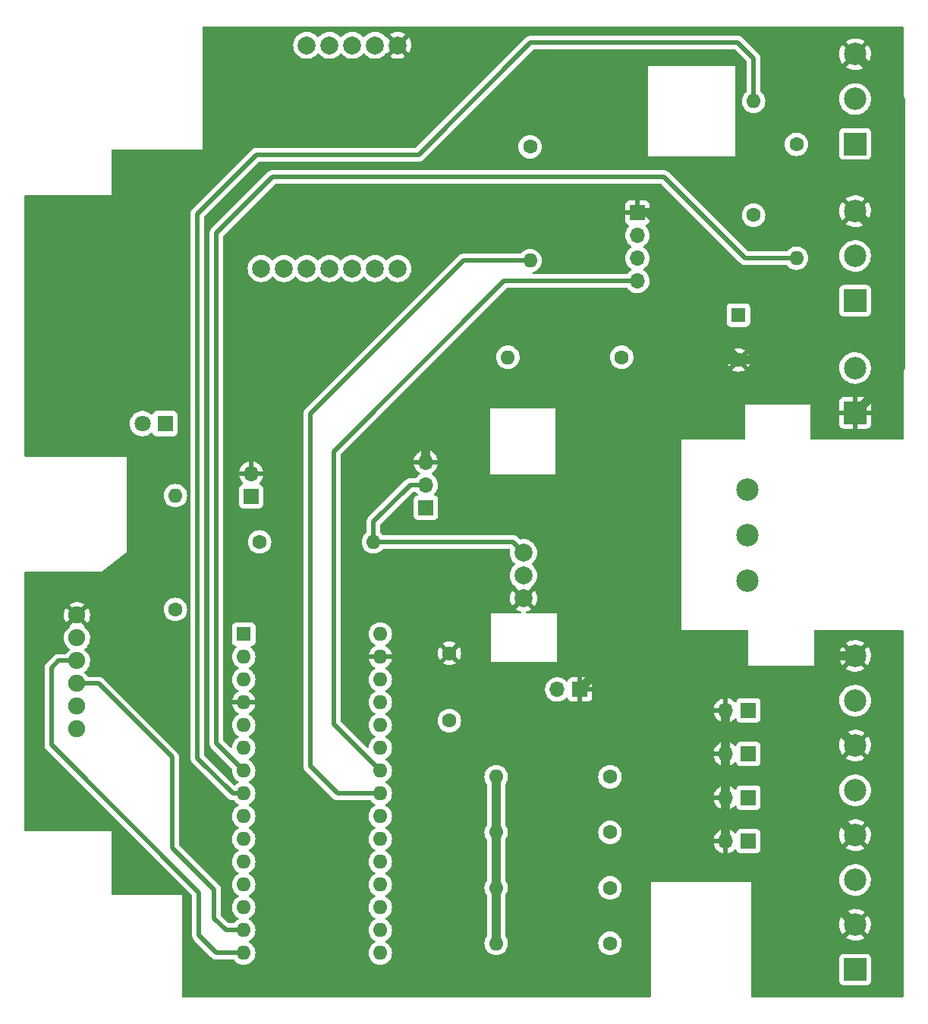
<source format=gbr>
%TF.GenerationSoftware,KiCad,Pcbnew,(6.0.7)*%
%TF.CreationDate,2022-10-11T21:25:08+02:00*%
%TF.ProjectId,Taupunktlueftung,54617570-756e-46b7-946c-75656674756e,rev?*%
%TF.SameCoordinates,Original*%
%TF.FileFunction,Copper,L1,Top*%
%TF.FilePolarity,Positive*%
%FSLAX46Y46*%
G04 Gerber Fmt 4.6, Leading zero omitted, Abs format (unit mm)*
G04 Created by KiCad (PCBNEW (6.0.7)) date 2022-10-11 21:25:08*
%MOMM*%
%LPD*%
G01*
G04 APERTURE LIST*
%TA.AperFunction,ComponentPad*%
%ADD10C,2.000000*%
%TD*%
%TA.AperFunction,ComponentPad*%
%ADD11C,2.500000*%
%TD*%
%TA.AperFunction,ComponentPad*%
%ADD12C,1.900000*%
%TD*%
%TA.AperFunction,ComponentPad*%
%ADD13C,1.600000*%
%TD*%
%TA.AperFunction,ComponentPad*%
%ADD14O,1.600000X1.600000*%
%TD*%
%TA.AperFunction,ComponentPad*%
%ADD15R,1.700000X1.700000*%
%TD*%
%TA.AperFunction,ComponentPad*%
%ADD16O,1.700000X1.700000*%
%TD*%
%TA.AperFunction,ComponentPad*%
%ADD17R,1.800000X1.800000*%
%TD*%
%TA.AperFunction,ComponentPad*%
%ADD18C,1.800000*%
%TD*%
%TA.AperFunction,ComponentPad*%
%ADD19R,1.600000X1.600000*%
%TD*%
%TA.AperFunction,ComponentPad*%
%ADD20R,2.500000X2.500000*%
%TD*%
%TA.AperFunction,Conductor*%
%ADD21C,1.000000*%
%TD*%
%TA.AperFunction,Conductor*%
%ADD22C,0.500000*%
%TD*%
G04 APERTURE END LIST*
D10*
%TO.P,U1,1,GND*%
%TO.N,GND*%
X71270000Y-46000000D03*
%TO.P,U1,2,VCC*%
%TO.N,+5V*%
X68730000Y-46000000D03*
%TO.P,U1,3,SDA*%
%TO.N,Net-(A1-Pad23)*%
X66190000Y-46000000D03*
%TO.P,U1,4,SCL*%
%TO.N,Net-(A1-Pad24)*%
X63650000Y-46000000D03*
%TO.P,U1,5,DS*%
%TO.N,unconnected-(U1-Pad5)*%
X61110000Y-46000000D03*
%TO.P,U1,6,SQ*%
%TO.N,unconnected-(U1-Pad6)*%
X56030000Y-70900000D03*
%TO.P,U1,7,DS*%
%TO.N,unconnected-(U1-Pad7)*%
X58570000Y-70900000D03*
%TO.P,U1,8,SCL*%
%TO.N,unconnected-(U1-Pad8)*%
X61110000Y-70900000D03*
%TO.P,U1,9,SDA*%
%TO.N,unconnected-(U1-Pad9)*%
X63650000Y-70900000D03*
%TO.P,U1,10,VCC*%
%TO.N,unconnected-(U1-Pad10)*%
X66190000Y-70900000D03*
%TO.P,U1,11,GND*%
%TO.N,unconnected-(U1-Pad11)*%
X68730000Y-70900000D03*
%TO.P,U1,12,BAT*%
%TO.N,unconnected-(U1-Pad12)*%
X71270000Y-70900000D03*
%TD*%
%TO.P,RLY1,1,switch*%
%TO.N,Net-(J3-Pad2)*%
X85300000Y-102600000D03*
%TO.P,RLY1,2,VCC*%
%TO.N,+5V*%
X85300000Y-105140000D03*
%TO.P,RLY1,3,GND*%
%TO.N,GND*%
X85300000Y-107680000D03*
D11*
%TO.P,RLY1,4,NO*%
%TO.N,unconnected-(RLY1-Pad4)*%
X110300000Y-105760000D03*
%TO.P,RLY1,5,COM*%
%TO.N,unconnected-(RLY1-Pad5)*%
X110300000Y-100680000D03*
%TO.P,RLY1,6,NC*%
%TO.N,unconnected-(RLY1-Pad6)*%
X110300000Y-95600000D03*
%TD*%
D12*
%TO.P,J2,1,GND*%
%TO.N,GND*%
X35475000Y-109575000D03*
%TO.P,J2,2,VCC*%
%TO.N,+5V*%
X35475000Y-112115000D03*
%TO.P,J2,3,MISO*%
%TO.N,Net-(A1-Pad15)*%
X35475000Y-114655000D03*
%TO.P,J2,4,MOSI*%
%TO.N,Net-(A1-Pad14)*%
X35475000Y-117195000D03*
%TO.P,J2,5,SCK*%
%TO.N,Net-(A1-Pad16)*%
X35475000Y-119735000D03*
%TO.P,J2,6,CS*%
%TO.N,Net-(A1-Pad13)*%
X35475000Y-122275000D03*
%TD*%
D13*
%TO.P,R1,1*%
%TO.N,Net-(A1-Pad9)*%
X55850000Y-101400000D03*
D14*
%TO.P,R1,2*%
%TO.N,Net-(J3-Pad2)*%
X68550000Y-101400000D03*
%TD*%
D13*
%TO.P,R4,1*%
%TO.N,+5V*%
X115750000Y-57050000D03*
D14*
%TO.P,R4,2*%
%TO.N,Net-(A1-Pad7)*%
X115750000Y-69750000D03*
%TD*%
D15*
%TO.P,J4,1,Pin_1*%
%TO.N,Net-(A1-Pad5)*%
X54900000Y-96330000D03*
D16*
%TO.P,J4,2,Pin_2*%
%TO.N,GND*%
X54900000Y-93790000D03*
%TD*%
D13*
%TO.P,C2,1*%
%TO.N,+5V*%
X77025000Y-121325000D03*
%TO.P,C2,2*%
%TO.N,GND*%
X77025000Y-113825000D03*
%TD*%
%TO.P,R7,1*%
%TO.N,Net-(A1-Pad20)*%
X94950000Y-139983332D03*
D14*
%TO.P,R7,2*%
%TO.N,+5V*%
X82250000Y-139983332D03*
%TD*%
%TO.P,R9,2*%
%TO.N,Net-(A1-Pad23)*%
X86025000Y-70025000D03*
D13*
%TO.P,R9,1*%
%TO.N,+5V*%
X86025000Y-57325000D03*
%TD*%
%TO.P,R2,1*%
%TO.N,+5V*%
X110975000Y-64950000D03*
D14*
%TO.P,R2,2*%
%TO.N,Net-(A1-Pad8)*%
X110975000Y-52250000D03*
%TD*%
D17*
%TO.P,D1,1,K*%
%TO.N,Net-(D1-Pad1)*%
X45300000Y-88200000D03*
D18*
%TO.P,D1,2,A*%
%TO.N,+5V*%
X42760000Y-88200000D03*
%TD*%
D13*
%TO.P,R8,1*%
%TO.N,Net-(A1-Pad19)*%
X94950000Y-146175000D03*
D14*
%TO.P,R8,2*%
%TO.N,+5V*%
X82250000Y-146175000D03*
%TD*%
D19*
%TO.P,C1,1*%
%TO.N,+5V*%
X109275000Y-76100000D03*
D13*
%TO.P,C1,2*%
%TO.N,GND*%
X109275000Y-81100000D03*
%TD*%
D15*
%TO.P,J8,1,Pin_1*%
%TO.N,GND*%
X98000000Y-64675000D03*
D16*
%TO.P,J8,2,Pin_2*%
%TO.N,+5V*%
X98000000Y-67215000D03*
%TO.P,J8,3,Pin_3*%
%TO.N,Net-(A1-Pad23)*%
X98000000Y-69755000D03*
%TO.P,J8,4,Pin_4*%
%TO.N,Net-(A1-Pad24)*%
X98000000Y-72295000D03*
%TD*%
D15*
%TO.P,J5,1,Pin_1*%
%TO.N,GND*%
X91600000Y-117850000D03*
D16*
%TO.P,J5,2,Pin_2*%
%TO.N,Net-(A1-Pad28)*%
X89060000Y-117850000D03*
%TD*%
D20*
%TO.P,J6,1,Pin_1*%
%TO.N,+5V*%
X122300000Y-57000000D03*
D11*
%TO.P,J6,2,Pin_2*%
%TO.N,Net-(A1-Pad8)*%
X122300000Y-52000000D03*
%TO.P,J6,3,Pin_3*%
%TO.N,GND*%
X122300000Y-47000000D03*
%TD*%
D20*
%TO.P,J1,1,Pin_1*%
%TO.N,GND*%
X122300000Y-87000000D03*
D11*
%TO.P,J1,2,Pin_2*%
%TO.N,+5V*%
X122300000Y-82000000D03*
%TD*%
D20*
%TO.P,J7,1,Pin_1*%
%TO.N,+5V*%
X122300000Y-74500000D03*
D11*
%TO.P,J7,2,Pin_2*%
%TO.N,Net-(A1-Pad7)*%
X122300000Y-69500000D03*
%TO.P,J7,3,Pin_3*%
%TO.N,GND*%
X122300000Y-64500000D03*
%TD*%
D20*
%TO.P,J9,1,Pin_1*%
%TO.N,Net-(A1-Pad19)*%
X122300000Y-149100000D03*
D11*
%TO.P,J9,2,Pin_2*%
%TO.N,GND*%
X122300000Y-144100000D03*
%TO.P,J9,3,Pin_3*%
%TO.N,Net-(A1-Pad20)*%
X122300000Y-139100000D03*
%TO.P,J9,4,Pin_4*%
%TO.N,GND*%
X122300000Y-134100000D03*
%TO.P,J9,5,Pin_5*%
%TO.N,Net-(A1-Pad21)*%
X122300000Y-129100000D03*
%TO.P,J9,6,Pin_6*%
%TO.N,GND*%
X122300000Y-124100000D03*
%TO.P,J9,7,Pin_7*%
%TO.N,Net-(A1-Pad22)*%
X122300000Y-119100000D03*
%TO.P,J9,8,Pin_8*%
%TO.N,GND*%
X122300000Y-114100000D03*
%TD*%
D13*
%TO.P,R3,1*%
%TO.N,Net-(A1-Pad10)*%
X46450000Y-108925000D03*
D14*
%TO.P,R3,2*%
%TO.N,Net-(D1-Pad1)*%
X46450000Y-96225000D03*
%TD*%
D15*
%TO.P,J3,1,Pin_1*%
%TO.N,+5V*%
X74400000Y-97580000D03*
D16*
%TO.P,J3,2,Pin_2*%
%TO.N,Net-(J3-Pad2)*%
X74400000Y-95040000D03*
%TO.P,J3,3,Pin_3*%
%TO.N,GND*%
X74400000Y-92500000D03*
%TD*%
D13*
%TO.P,R10,1*%
%TO.N,+5V*%
X96250000Y-80800000D03*
D14*
%TO.P,R10,2*%
%TO.N,Net-(A1-Pad24)*%
X83550000Y-80800000D03*
%TD*%
D19*
%TO.P,A1,1,D1/TX*%
%TO.N,unconnected-(A1-Pad1)*%
X54075000Y-111675000D03*
D14*
%TO.P,A1,2,D0/RX*%
%TO.N,unconnected-(A1-Pad2)*%
X54075000Y-114215000D03*
%TO.P,A1,3,~{RESET}*%
%TO.N,unconnected-(A1-Pad3)*%
X54075000Y-116755000D03*
%TO.P,A1,4,GND*%
%TO.N,GND*%
X54075000Y-119295000D03*
%TO.P,A1,5,D2*%
%TO.N,Net-(A1-Pad5)*%
X54075000Y-121835000D03*
%TO.P,A1,6,D3*%
%TO.N,unconnected-(A1-Pad6)*%
X54075000Y-124375000D03*
%TO.P,A1,7,D4*%
%TO.N,Net-(A1-Pad7)*%
X54075000Y-126915000D03*
%TO.P,A1,8,D5*%
%TO.N,Net-(A1-Pad8)*%
X54075000Y-129455000D03*
%TO.P,A1,9,D6*%
%TO.N,Net-(A1-Pad9)*%
X54075000Y-131995000D03*
%TO.P,A1,10,D7*%
%TO.N,Net-(A1-Pad10)*%
X54075000Y-134535000D03*
%TO.P,A1,11,D8*%
%TO.N,unconnected-(A1-Pad11)*%
X54075000Y-137075000D03*
%TO.P,A1,12,D9*%
%TO.N,unconnected-(A1-Pad12)*%
X54075000Y-139615000D03*
%TO.P,A1,13,D10*%
%TO.N,Net-(A1-Pad13)*%
X54075000Y-142155000D03*
%TO.P,A1,14,D11*%
%TO.N,Net-(A1-Pad14)*%
X54075000Y-144695000D03*
%TO.P,A1,15,D12*%
%TO.N,Net-(A1-Pad15)*%
X54075000Y-147235000D03*
%TO.P,A1,16,D13*%
%TO.N,Net-(A1-Pad16)*%
X69315000Y-147235000D03*
%TO.P,A1,17,3V3*%
%TO.N,unconnected-(A1-Pad17)*%
X69315000Y-144695000D03*
%TO.P,A1,18,AREF*%
%TO.N,unconnected-(A1-Pad18)*%
X69315000Y-142155000D03*
%TO.P,A1,19,A0*%
%TO.N,Net-(A1-Pad19)*%
X69315000Y-139615000D03*
%TO.P,A1,20,A1*%
%TO.N,Net-(A1-Pad20)*%
X69315000Y-137075000D03*
%TO.P,A1,21,A2*%
%TO.N,Net-(A1-Pad21)*%
X69315000Y-134535000D03*
%TO.P,A1,22,A3*%
%TO.N,Net-(A1-Pad22)*%
X69315000Y-131995000D03*
%TO.P,A1,23,A4*%
%TO.N,Net-(A1-Pad23)*%
X69315000Y-129455000D03*
%TO.P,A1,24,A5*%
%TO.N,Net-(A1-Pad24)*%
X69315000Y-126915000D03*
%TO.P,A1,25,A6*%
%TO.N,unconnected-(A1-Pad25)*%
X69315000Y-124375000D03*
%TO.P,A1,26,A7*%
%TO.N,unconnected-(A1-Pad26)*%
X69315000Y-121835000D03*
%TO.P,A1,27,+5V*%
%TO.N,+5V*%
X69315000Y-119295000D03*
%TO.P,A1,28,~{RESET}*%
%TO.N,Net-(A1-Pad28)*%
X69315000Y-116755000D03*
%TO.P,A1,29,GND*%
%TO.N,GND*%
X69315000Y-114215000D03*
%TO.P,A1,30,VIN*%
%TO.N,unconnected-(A1-Pad30)*%
X69315000Y-111675000D03*
%TD*%
D15*
%TO.P,JP2,1,A*%
%TO.N,Net-(A1-Pad21)*%
X110400000Y-125041666D03*
D16*
%TO.P,JP2,2,B*%
%TO.N,GND*%
X107860000Y-125041666D03*
%TD*%
D15*
%TO.P,JP1,1,A*%
%TO.N,Net-(A1-Pad22)*%
X110400000Y-120175000D03*
D16*
%TO.P,JP1,2,B*%
%TO.N,GND*%
X107860000Y-120175000D03*
%TD*%
D15*
%TO.P,JP3,1,A*%
%TO.N,Net-(A1-Pad20)*%
X110400000Y-129908332D03*
D16*
%TO.P,JP3,2,B*%
%TO.N,GND*%
X107860000Y-129908332D03*
%TD*%
D15*
%TO.P,JP4,1,A*%
%TO.N,Net-(A1-Pad19)*%
X110400000Y-134775000D03*
D16*
%TO.P,JP4,2,B*%
%TO.N,GND*%
X107860000Y-134775000D03*
%TD*%
D13*
%TO.P,R5,1*%
%TO.N,Net-(A1-Pad22)*%
X94950000Y-127600000D03*
D14*
%TO.P,R5,2*%
%TO.N,+5V*%
X82250000Y-127600000D03*
%TD*%
D13*
%TO.P,R6,1*%
%TO.N,Net-(A1-Pad21)*%
X94950000Y-133791666D03*
D14*
%TO.P,R6,2*%
%TO.N,+5V*%
X82250000Y-133791666D03*
%TD*%
D21*
%TO.N,GND*%
X104987500Y-76812500D02*
X101800000Y-73625000D01*
X74400000Y-92500000D02*
X74400000Y-84400000D01*
X99800000Y-88300000D02*
X99800000Y-109650000D01*
X113900000Y-81100000D02*
X117700000Y-77300000D01*
X109275000Y-81100000D02*
X107000000Y-81100000D01*
X109275000Y-81100000D02*
X113900000Y-81100000D01*
X117700000Y-77300000D02*
X127400000Y-77300000D01*
X117400000Y-116300000D02*
X117400000Y-116800000D01*
X119600000Y-114100000D02*
X117400000Y-116300000D01*
X127400000Y-52100000D02*
X127400000Y-71800000D01*
X117400000Y-139200000D02*
X122300000Y-144100000D01*
X101800000Y-67700000D02*
X101800000Y-67300000D01*
X107860000Y-120175000D02*
X107860000Y-125041666D01*
X107860000Y-125041666D02*
X107860000Y-129908332D01*
X99800000Y-109650000D02*
X91600000Y-117850000D01*
X117400000Y-119200000D02*
X117400000Y-116800000D01*
X117400000Y-128500000D02*
X117400000Y-139200000D01*
X99175000Y-64675000D02*
X98000000Y-64675000D01*
X127400000Y-69600000D02*
X127400000Y-71800000D01*
X127400000Y-77300000D02*
X127400000Y-81900000D01*
X107000000Y-81100000D02*
X99800000Y-88300000D01*
X127400000Y-81900000D02*
X122300000Y-87000000D01*
X122300000Y-124100000D02*
X117400000Y-119200000D01*
X74400000Y-84400000D02*
X81987500Y-76812500D01*
X107860000Y-129908332D02*
X107860000Y-134775000D01*
X117400000Y-129200000D02*
X117400000Y-128500000D01*
X117400000Y-116800000D02*
X117400000Y-128500000D01*
X81987500Y-76812500D02*
X104987500Y-76812500D01*
X122300000Y-64500000D02*
X127400000Y-69600000D01*
X101800000Y-73625000D02*
X101800000Y-67700000D01*
X122300000Y-134100000D02*
X117400000Y-129200000D01*
X122300000Y-114100000D02*
X119600000Y-114100000D01*
X101800000Y-67300000D02*
X99175000Y-64675000D01*
X109275000Y-81100000D02*
X104987500Y-76812500D01*
X127400000Y-71800000D02*
X127400000Y-77300000D01*
X122300000Y-47000000D02*
X127400000Y-52100000D01*
%TO.N,+5V*%
X82250000Y-133791666D02*
X82250000Y-139983332D01*
X82250000Y-127600000D02*
X82250000Y-133791666D01*
X82250000Y-139983332D02*
X82250000Y-146175000D01*
D22*
%TO.N,Net-(J3-Pad2)*%
X72660000Y-95040000D02*
X68550000Y-99150000D01*
X84100000Y-101400000D02*
X85300000Y-102600000D01*
X68550000Y-99150000D02*
X68550000Y-101400000D01*
X74400000Y-95040000D02*
X72660000Y-95040000D01*
X68550000Y-101400000D02*
X84100000Y-101400000D01*
%TO.N,Net-(A1-Pad15)*%
X32600000Y-115500000D02*
X33445000Y-114655000D01*
X54075000Y-147235000D02*
X51035000Y-147235000D01*
X51035000Y-147235000D02*
X49100000Y-145300000D01*
X33445000Y-114655000D02*
X35475000Y-114655000D01*
X49100000Y-140500000D02*
X32600000Y-124000000D01*
X49100000Y-145300000D02*
X49100000Y-140500000D01*
X32600000Y-124000000D02*
X32600000Y-115500000D01*
%TO.N,Net-(A1-Pad14)*%
X37895000Y-117195000D02*
X46100000Y-125400000D01*
X50800000Y-143400000D02*
X52095000Y-144695000D01*
X50800000Y-140200000D02*
X50800000Y-143400000D01*
X46100000Y-125400000D02*
X46100000Y-135500000D01*
X35475000Y-117195000D02*
X37895000Y-117195000D01*
X52095000Y-144695000D02*
X54075000Y-144695000D01*
X46100000Y-135500000D02*
X50800000Y-140200000D01*
%TO.N,Net-(A1-Pad24)*%
X64100000Y-121700000D02*
X64100000Y-91300000D01*
X64100000Y-91300000D02*
X83105000Y-72295000D01*
X83105000Y-72295000D02*
X98000000Y-72295000D01*
X69315000Y-126915000D02*
X64100000Y-121700000D01*
%TO.N,Net-(A1-Pad8)*%
X48900000Y-64800000D02*
X48900000Y-125500000D01*
X48900000Y-125500000D02*
X52855000Y-129455000D01*
X52855000Y-129455000D02*
X54075000Y-129455000D01*
X109200000Y-45700000D02*
X86100000Y-45700000D01*
X110975000Y-52250000D02*
X110975000Y-47475000D01*
X73600000Y-58200000D02*
X55500000Y-58200000D01*
X86100000Y-45700000D02*
X73600000Y-58200000D01*
X110975000Y-47475000D02*
X109200000Y-45700000D01*
X55500000Y-58200000D02*
X48900000Y-64800000D01*
%TO.N,Net-(A1-Pad23)*%
X78575000Y-70025000D02*
X61500000Y-87100000D01*
X61500000Y-87100000D02*
X61500000Y-126400000D01*
X86025000Y-70025000D02*
X78575000Y-70025000D01*
X61500000Y-126400000D02*
X64555000Y-129455000D01*
X64555000Y-129455000D02*
X69315000Y-129455000D01*
%TO.N,Net-(A1-Pad7)*%
X57300000Y-60700000D02*
X101000000Y-60700000D01*
X110050000Y-69750000D02*
X115750000Y-69750000D01*
X51030000Y-66970000D02*
X57300000Y-60700000D01*
X51030000Y-123870000D02*
X51030000Y-66970000D01*
X54075000Y-126915000D02*
X51030000Y-123870000D01*
X101000000Y-60700000D02*
X110050000Y-69750000D01*
%TD*%
%TA.AperFunction,Conductor*%
%TO.N,GND*%
G36*
X127642121Y-43920002D02*
G01*
X127688614Y-43973658D01*
X127700000Y-44026000D01*
X127700000Y-89874000D01*
X127679998Y-89942121D01*
X127626342Y-89988614D01*
X127574000Y-90000000D01*
X117426000Y-90000000D01*
X117357879Y-89979998D01*
X117311386Y-89926342D01*
X117300000Y-89874000D01*
X117300000Y-88294669D01*
X120542001Y-88294669D01*
X120542371Y-88301490D01*
X120547895Y-88352352D01*
X120551521Y-88367604D01*
X120596676Y-88488054D01*
X120605214Y-88503649D01*
X120681715Y-88605724D01*
X120694276Y-88618285D01*
X120796351Y-88694786D01*
X120811946Y-88703324D01*
X120932394Y-88748478D01*
X120947649Y-88752105D01*
X120998514Y-88757631D01*
X121005328Y-88758000D01*
X122027885Y-88758000D01*
X122043124Y-88753525D01*
X122044329Y-88752135D01*
X122046000Y-88744452D01*
X122046000Y-88739884D01*
X122554000Y-88739884D01*
X122558475Y-88755123D01*
X122559865Y-88756328D01*
X122567548Y-88757999D01*
X123594669Y-88757999D01*
X123601490Y-88757629D01*
X123652352Y-88752105D01*
X123667604Y-88748479D01*
X123788054Y-88703324D01*
X123803649Y-88694786D01*
X123905724Y-88618285D01*
X123918285Y-88605724D01*
X123994786Y-88503649D01*
X124003324Y-88488054D01*
X124048478Y-88367606D01*
X124052105Y-88352351D01*
X124057631Y-88301486D01*
X124058000Y-88294672D01*
X124058000Y-87272115D01*
X124053525Y-87256876D01*
X124052135Y-87255671D01*
X124044452Y-87254000D01*
X122572115Y-87254000D01*
X122556876Y-87258475D01*
X122555671Y-87259865D01*
X122554000Y-87267548D01*
X122554000Y-88739884D01*
X122046000Y-88739884D01*
X122046000Y-87272115D01*
X122041525Y-87256876D01*
X122040135Y-87255671D01*
X122032452Y-87254000D01*
X120560116Y-87254000D01*
X120544877Y-87258475D01*
X120543672Y-87259865D01*
X120542001Y-87267548D01*
X120542001Y-88294669D01*
X117300000Y-88294669D01*
X117300000Y-86727885D01*
X120542000Y-86727885D01*
X120546475Y-86743124D01*
X120547865Y-86744329D01*
X120555548Y-86746000D01*
X122027885Y-86746000D01*
X122043124Y-86741525D01*
X122044329Y-86740135D01*
X122046000Y-86732452D01*
X122046000Y-86727885D01*
X122554000Y-86727885D01*
X122558475Y-86743124D01*
X122559865Y-86744329D01*
X122567548Y-86746000D01*
X124039884Y-86746000D01*
X124055123Y-86741525D01*
X124056328Y-86740135D01*
X124057999Y-86732452D01*
X124057999Y-85705331D01*
X124057629Y-85698510D01*
X124052105Y-85647648D01*
X124048479Y-85632396D01*
X124003324Y-85511946D01*
X123994786Y-85496351D01*
X123918285Y-85394276D01*
X123905724Y-85381715D01*
X123803649Y-85305214D01*
X123788054Y-85296676D01*
X123667606Y-85251522D01*
X123652351Y-85247895D01*
X123601486Y-85242369D01*
X123594672Y-85242000D01*
X122572115Y-85242000D01*
X122556876Y-85246475D01*
X122555671Y-85247865D01*
X122554000Y-85255548D01*
X122554000Y-86727885D01*
X122046000Y-86727885D01*
X122046000Y-85260116D01*
X122041525Y-85244877D01*
X122040135Y-85243672D01*
X122032452Y-85242001D01*
X121005331Y-85242001D01*
X120998510Y-85242371D01*
X120947648Y-85247895D01*
X120932396Y-85251521D01*
X120811946Y-85296676D01*
X120796351Y-85305214D01*
X120694276Y-85381715D01*
X120681715Y-85394276D01*
X120605214Y-85496351D01*
X120596676Y-85511946D01*
X120551522Y-85632394D01*
X120547895Y-85647649D01*
X120542369Y-85698514D01*
X120542000Y-85705328D01*
X120542000Y-86727885D01*
X117300000Y-86727885D01*
X117300000Y-86100000D01*
X110000000Y-86100000D01*
X110000000Y-89874000D01*
X109979998Y-89942121D01*
X109926342Y-89988614D01*
X109874000Y-90000000D01*
X102900000Y-90000000D01*
X102900000Y-111200000D01*
X110274000Y-111200000D01*
X110342121Y-111220002D01*
X110388614Y-111273658D01*
X110400000Y-111326000D01*
X110400000Y-115200000D01*
X117700000Y-115200000D01*
X117700000Y-114058523D01*
X120537898Y-114058523D01*
X120549987Y-114310175D01*
X120551124Y-114319435D01*
X120600274Y-114566535D01*
X120602768Y-114575528D01*
X120687900Y-114812639D01*
X120691700Y-114821174D01*
X120810946Y-115043101D01*
X120815957Y-115050968D01*
X120879446Y-115135990D01*
X120890704Y-115144439D01*
X120903123Y-115137667D01*
X121927978Y-114112812D01*
X121934356Y-114101132D01*
X122664408Y-114101132D01*
X122664539Y-114102965D01*
X122668790Y-114109580D01*
X123699913Y-115140703D01*
X123712293Y-115147463D01*
X123720634Y-115141219D01*
X123846765Y-114945127D01*
X123851212Y-114936936D01*
X123954691Y-114707222D01*
X123957882Y-114698455D01*
X124026269Y-114455976D01*
X124028129Y-114446834D01*
X124060116Y-114195396D01*
X124060597Y-114189108D01*
X124062847Y-114103160D01*
X124062696Y-114096851D01*
X124043912Y-113844074D01*
X124042536Y-113834868D01*
X123986929Y-113589126D01*
X123984205Y-113580215D01*
X123892888Y-113345392D01*
X123888877Y-113336983D01*
X123763854Y-113118240D01*
X123758643Y-113110514D01*
X123721391Y-113063261D01*
X123709466Y-113054790D01*
X123697934Y-113061276D01*
X122672022Y-114087188D01*
X122664408Y-114101132D01*
X121934356Y-114101132D01*
X121935592Y-114098868D01*
X121935461Y-114097035D01*
X121931210Y-114090420D01*
X120901321Y-113060531D01*
X120888013Y-113053264D01*
X120877974Y-113060386D01*
X120867761Y-113072666D01*
X120862346Y-113080258D01*
X120731646Y-113295646D01*
X120727408Y-113303963D01*
X120629981Y-113536299D01*
X120627020Y-113545149D01*
X120565006Y-113789331D01*
X120563384Y-113798528D01*
X120538143Y-114049198D01*
X120537898Y-114058523D01*
X117700000Y-114058523D01*
X117700000Y-112688803D01*
X121253216Y-112688803D01*
X121257789Y-112698579D01*
X122287188Y-113727978D01*
X122301132Y-113735592D01*
X122302965Y-113735461D01*
X122309580Y-113731210D01*
X123338419Y-112702371D01*
X123344803Y-112690681D01*
X123335391Y-112678570D01*
X123198593Y-112583670D01*
X123190565Y-112578942D01*
X122964593Y-112467505D01*
X122955960Y-112464017D01*
X122715998Y-112387205D01*
X122706938Y-112385029D01*
X122458260Y-112344529D01*
X122448973Y-112343717D01*
X122197053Y-112340419D01*
X122187742Y-112340989D01*
X121938097Y-112374964D01*
X121928978Y-112376902D01*
X121687098Y-112447404D01*
X121678367Y-112450667D01*
X121449558Y-112556151D01*
X121441406Y-112560670D01*
X121262353Y-112678062D01*
X121253216Y-112688803D01*
X117700000Y-112688803D01*
X117700000Y-111326000D01*
X117720002Y-111257879D01*
X117773658Y-111211386D01*
X117826000Y-111200000D01*
X127574000Y-111200000D01*
X127642121Y-111220002D01*
X127688614Y-111273658D01*
X127700000Y-111326000D01*
X127700000Y-152074000D01*
X127679998Y-152142121D01*
X127626342Y-152188614D01*
X127574000Y-152200000D01*
X110826000Y-152200000D01*
X110757879Y-152179998D01*
X110711386Y-152126342D01*
X110700000Y-152074000D01*
X110700000Y-150398134D01*
X120541500Y-150398134D01*
X120548255Y-150460316D01*
X120599385Y-150596705D01*
X120686739Y-150713261D01*
X120803295Y-150800615D01*
X120939684Y-150851745D01*
X121001866Y-150858500D01*
X123598134Y-150858500D01*
X123660316Y-150851745D01*
X123796705Y-150800615D01*
X123913261Y-150713261D01*
X124000615Y-150596705D01*
X124051745Y-150460316D01*
X124058500Y-150398134D01*
X124058500Y-147801866D01*
X124051745Y-147739684D01*
X124000615Y-147603295D01*
X123913261Y-147486739D01*
X123796705Y-147399385D01*
X123660316Y-147348255D01*
X123598134Y-147341500D01*
X121001866Y-147341500D01*
X120939684Y-147348255D01*
X120803295Y-147399385D01*
X120686739Y-147486739D01*
X120599385Y-147603295D01*
X120548255Y-147739684D01*
X120541500Y-147801866D01*
X120541500Y-150398134D01*
X110700000Y-150398134D01*
X110700000Y-145509133D01*
X121255612Y-145509133D01*
X121264325Y-145520653D01*
X121362018Y-145592284D01*
X121369928Y-145597227D01*
X121592890Y-145714533D01*
X121601453Y-145718256D01*
X121839304Y-145801318D01*
X121848313Y-145803732D01*
X122095842Y-145850727D01*
X122105098Y-145851781D01*
X122356857Y-145861673D01*
X122366171Y-145861347D01*
X122616615Y-145833920D01*
X122625792Y-145832219D01*
X122869431Y-145768074D01*
X122878251Y-145765037D01*
X123109736Y-145665583D01*
X123118008Y-145661276D01*
X123332249Y-145528700D01*
X123339188Y-145523658D01*
X123347518Y-145511019D01*
X123341456Y-145500666D01*
X122312812Y-144472022D01*
X122298868Y-144464408D01*
X122297035Y-144464539D01*
X122290420Y-144468790D01*
X121262270Y-145496940D01*
X121255612Y-145509133D01*
X110700000Y-145509133D01*
X110700000Y-144058523D01*
X120537898Y-144058523D01*
X120549987Y-144310175D01*
X120551124Y-144319435D01*
X120600274Y-144566535D01*
X120602768Y-144575528D01*
X120687900Y-144812639D01*
X120691700Y-144821174D01*
X120810946Y-145043101D01*
X120815957Y-145050968D01*
X120879446Y-145135990D01*
X120890704Y-145144439D01*
X120903123Y-145137667D01*
X121927978Y-144112812D01*
X121934356Y-144101132D01*
X122664408Y-144101132D01*
X122664539Y-144102965D01*
X122668790Y-144109580D01*
X123699913Y-145140703D01*
X123712293Y-145147463D01*
X123720634Y-145141219D01*
X123846765Y-144945127D01*
X123851212Y-144936936D01*
X123954691Y-144707222D01*
X123957882Y-144698455D01*
X124026269Y-144455976D01*
X124028129Y-144446834D01*
X124060116Y-144195396D01*
X124060597Y-144189108D01*
X124062847Y-144103160D01*
X124062696Y-144096851D01*
X124043912Y-143844074D01*
X124042536Y-143834868D01*
X123986929Y-143589126D01*
X123984205Y-143580215D01*
X123892888Y-143345392D01*
X123888877Y-143336983D01*
X123763854Y-143118240D01*
X123758643Y-143110514D01*
X123721391Y-143063261D01*
X123709466Y-143054790D01*
X123697934Y-143061276D01*
X122672022Y-144087188D01*
X122664408Y-144101132D01*
X121934356Y-144101132D01*
X121935592Y-144098868D01*
X121935461Y-144097035D01*
X121931210Y-144090420D01*
X120901321Y-143060531D01*
X120888013Y-143053264D01*
X120877974Y-143060386D01*
X120867761Y-143072666D01*
X120862346Y-143080258D01*
X120731646Y-143295646D01*
X120727408Y-143303963D01*
X120629981Y-143536299D01*
X120627020Y-143545149D01*
X120565006Y-143789331D01*
X120563384Y-143798528D01*
X120538143Y-144049198D01*
X120537898Y-144058523D01*
X110700000Y-144058523D01*
X110700000Y-142688803D01*
X121253216Y-142688803D01*
X121257789Y-142698579D01*
X122287188Y-143727978D01*
X122301132Y-143735592D01*
X122302965Y-143735461D01*
X122309580Y-143731210D01*
X123338419Y-142702371D01*
X123344803Y-142690681D01*
X123335391Y-142678570D01*
X123198593Y-142583670D01*
X123190565Y-142578942D01*
X122964593Y-142467505D01*
X122955960Y-142464017D01*
X122715998Y-142387205D01*
X122706938Y-142385029D01*
X122458260Y-142344529D01*
X122448973Y-142343717D01*
X122197053Y-142340419D01*
X122187742Y-142340989D01*
X121938097Y-142374964D01*
X121928978Y-142376902D01*
X121687098Y-142447404D01*
X121678367Y-142450667D01*
X121449558Y-142556151D01*
X121441406Y-142560670D01*
X121262353Y-142678062D01*
X121253216Y-142688803D01*
X110700000Y-142688803D01*
X110700000Y-139300000D01*
X99500000Y-139300000D01*
X99500000Y-152074000D01*
X99479998Y-152142121D01*
X99426342Y-152188614D01*
X99374000Y-152200000D01*
X47326000Y-152200000D01*
X47257879Y-152179998D01*
X47211386Y-152126342D01*
X47200000Y-152074000D01*
X47200000Y-140800000D01*
X39426000Y-140800000D01*
X39357879Y-140779998D01*
X39311386Y-140726342D01*
X39300000Y-140674000D01*
X39300000Y-133700000D01*
X29726000Y-133700000D01*
X29657879Y-133679998D01*
X29611386Y-133626342D01*
X29600000Y-133574000D01*
X29600000Y-123973349D01*
X31836801Y-123973349D01*
X31837394Y-123980641D01*
X31837394Y-123980644D01*
X31841085Y-124026018D01*
X31841500Y-124036233D01*
X31841500Y-124044293D01*
X31841925Y-124047937D01*
X31844789Y-124072507D01*
X31845222Y-124076882D01*
X31849572Y-124130357D01*
X31851140Y-124149637D01*
X31853396Y-124156601D01*
X31854587Y-124162560D01*
X31855971Y-124168415D01*
X31856818Y-124175681D01*
X31881735Y-124244327D01*
X31883152Y-124248455D01*
X31903147Y-124310175D01*
X31905649Y-124317899D01*
X31909445Y-124324154D01*
X31911951Y-124329628D01*
X31914670Y-124335058D01*
X31917167Y-124341937D01*
X31921180Y-124348057D01*
X31921180Y-124348058D01*
X31957186Y-124402976D01*
X31959523Y-124406680D01*
X31997405Y-124469107D01*
X32001121Y-124473315D01*
X32001122Y-124473316D01*
X32004803Y-124477484D01*
X32004776Y-124477508D01*
X32007429Y-124480500D01*
X32010132Y-124483733D01*
X32014144Y-124489852D01*
X32019456Y-124494884D01*
X32070383Y-124543128D01*
X32072825Y-124545506D01*
X48304595Y-140777276D01*
X48338621Y-140839588D01*
X48341500Y-140866371D01*
X48341500Y-145232930D01*
X48340067Y-145251880D01*
X48338082Y-145264929D01*
X48336801Y-145273349D01*
X48337394Y-145280641D01*
X48337394Y-145280644D01*
X48341085Y-145326018D01*
X48341500Y-145336233D01*
X48341500Y-145344293D01*
X48341925Y-145347937D01*
X48344789Y-145372507D01*
X48345222Y-145376882D01*
X48348820Y-145421112D01*
X48351140Y-145449637D01*
X48353396Y-145456601D01*
X48354587Y-145462560D01*
X48355971Y-145468415D01*
X48356818Y-145475681D01*
X48381735Y-145544327D01*
X48383152Y-145548455D01*
X48405649Y-145617899D01*
X48409445Y-145624154D01*
X48411951Y-145629628D01*
X48414670Y-145635058D01*
X48417167Y-145641937D01*
X48421180Y-145648057D01*
X48421180Y-145648058D01*
X48457186Y-145702976D01*
X48459523Y-145706680D01*
X48497405Y-145769107D01*
X48501121Y-145773315D01*
X48501122Y-145773316D01*
X48504803Y-145777484D01*
X48504776Y-145777508D01*
X48507429Y-145780500D01*
X48510132Y-145783733D01*
X48514144Y-145789852D01*
X48519456Y-145794884D01*
X48570383Y-145843128D01*
X48572825Y-145845506D01*
X50451230Y-147723911D01*
X50463616Y-147738323D01*
X50472149Y-147749918D01*
X50472154Y-147749923D01*
X50476492Y-147755818D01*
X50482070Y-147760557D01*
X50482073Y-147760560D01*
X50516768Y-147790035D01*
X50524284Y-147796965D01*
X50529979Y-147802660D01*
X50536120Y-147807518D01*
X50552251Y-147820281D01*
X50555655Y-147823072D01*
X50605703Y-147865591D01*
X50611285Y-147870333D01*
X50617801Y-147873661D01*
X50622850Y-147877028D01*
X50627979Y-147880195D01*
X50633716Y-147884734D01*
X50699875Y-147915655D01*
X50703769Y-147917558D01*
X50768808Y-147950769D01*
X50775916Y-147952508D01*
X50781559Y-147954607D01*
X50787322Y-147956524D01*
X50793950Y-147959622D01*
X50801112Y-147961112D01*
X50801113Y-147961112D01*
X50865412Y-147974486D01*
X50869696Y-147975456D01*
X50940610Y-147992808D01*
X50946212Y-147993156D01*
X50946215Y-147993156D01*
X50951764Y-147993500D01*
X50951762Y-147993536D01*
X50955755Y-147993775D01*
X50959947Y-147994149D01*
X50967115Y-147995640D01*
X51044520Y-147993546D01*
X51047928Y-147993500D01*
X52943133Y-147993500D01*
X53011254Y-148013502D01*
X53046345Y-148047228D01*
X53068802Y-148079300D01*
X53230700Y-148241198D01*
X53235208Y-148244355D01*
X53235211Y-148244357D01*
X53313389Y-148299098D01*
X53418251Y-148372523D01*
X53423233Y-148374846D01*
X53423238Y-148374849D01*
X53620775Y-148466961D01*
X53625757Y-148469284D01*
X53631065Y-148470706D01*
X53631067Y-148470707D01*
X53841598Y-148527119D01*
X53841600Y-148527119D01*
X53846913Y-148528543D01*
X54075000Y-148548498D01*
X54303087Y-148528543D01*
X54308400Y-148527119D01*
X54308402Y-148527119D01*
X54518933Y-148470707D01*
X54518935Y-148470706D01*
X54524243Y-148469284D01*
X54529225Y-148466961D01*
X54726762Y-148374849D01*
X54726767Y-148374846D01*
X54731749Y-148372523D01*
X54836611Y-148299098D01*
X54914789Y-148244357D01*
X54914792Y-148244355D01*
X54919300Y-148241198D01*
X55081198Y-148079300D01*
X55212523Y-147891749D01*
X55214846Y-147886767D01*
X55214849Y-147886762D01*
X55306961Y-147689225D01*
X55306961Y-147689224D01*
X55309284Y-147684243D01*
X55361863Y-147488019D01*
X55367119Y-147468402D01*
X55367119Y-147468400D01*
X55368543Y-147463087D01*
X55388498Y-147235000D01*
X55368543Y-147006913D01*
X55321608Y-146831749D01*
X55310707Y-146791067D01*
X55310706Y-146791065D01*
X55309284Y-146785757D01*
X55306961Y-146780775D01*
X55214849Y-146583238D01*
X55214846Y-146583233D01*
X55212523Y-146578251D01*
X55093593Y-146408402D01*
X55084357Y-146395211D01*
X55084355Y-146395208D01*
X55081198Y-146390700D01*
X54919300Y-146228802D01*
X54914792Y-146225645D01*
X54914789Y-146225643D01*
X54834644Y-146169525D01*
X54731749Y-146097477D01*
X54726767Y-146095154D01*
X54726762Y-146095151D01*
X54692543Y-146079195D01*
X54639258Y-146032278D01*
X54619797Y-145964001D01*
X54640339Y-145896041D01*
X54692543Y-145850805D01*
X54726762Y-145834849D01*
X54726767Y-145834846D01*
X54731749Y-145832523D01*
X54876643Y-145731067D01*
X54914789Y-145704357D01*
X54914792Y-145704355D01*
X54919300Y-145701198D01*
X55081198Y-145539300D01*
X55088621Y-145528700D01*
X55168967Y-145413953D01*
X55212523Y-145351749D01*
X55214846Y-145346767D01*
X55214849Y-145346762D01*
X55306961Y-145149225D01*
X55306961Y-145149224D01*
X55309284Y-145144243D01*
X55311496Y-145135990D01*
X55367119Y-144928402D01*
X55367119Y-144928400D01*
X55368543Y-144923087D01*
X55388498Y-144695000D01*
X55368543Y-144466913D01*
X55367119Y-144461598D01*
X55310707Y-144251067D01*
X55310706Y-144251065D01*
X55309284Y-144245757D01*
X55306961Y-144240775D01*
X55214849Y-144043238D01*
X55214846Y-144043233D01*
X55212523Y-144038251D01*
X55099969Y-143877508D01*
X55084357Y-143855211D01*
X55084355Y-143855208D01*
X55081198Y-143850700D01*
X54919300Y-143688802D01*
X54914792Y-143685645D01*
X54914789Y-143685643D01*
X54764222Y-143580215D01*
X54731749Y-143557477D01*
X54726767Y-143555154D01*
X54726762Y-143555151D01*
X54692543Y-143539195D01*
X54639258Y-143492278D01*
X54619797Y-143424001D01*
X54640339Y-143356041D01*
X54692543Y-143310805D01*
X54726762Y-143294849D01*
X54726767Y-143294846D01*
X54731749Y-143292523D01*
X54836611Y-143219098D01*
X54914789Y-143164357D01*
X54914792Y-143164355D01*
X54919300Y-143161198D01*
X55081198Y-142999300D01*
X55212523Y-142811749D01*
X55214846Y-142806767D01*
X55214849Y-142806762D01*
X55306961Y-142609225D01*
X55306961Y-142609224D01*
X55309284Y-142604243D01*
X55316064Y-142578942D01*
X55367119Y-142388402D01*
X55367119Y-142388400D01*
X55368543Y-142383087D01*
X55388498Y-142155000D01*
X55368543Y-141926913D01*
X55309284Y-141705757D01*
X55306961Y-141700775D01*
X55214849Y-141503238D01*
X55214846Y-141503233D01*
X55212523Y-141498251D01*
X55081198Y-141310700D01*
X54919300Y-141148802D01*
X54914792Y-141145645D01*
X54914789Y-141145643D01*
X54836611Y-141090902D01*
X54731749Y-141017477D01*
X54726767Y-141015154D01*
X54726762Y-141015151D01*
X54692543Y-140999195D01*
X54639258Y-140952278D01*
X54619797Y-140884001D01*
X54640339Y-140816041D01*
X54692543Y-140770805D01*
X54726762Y-140754849D01*
X54726767Y-140754846D01*
X54731749Y-140752523D01*
X54861420Y-140661726D01*
X54914789Y-140624357D01*
X54914792Y-140624355D01*
X54919300Y-140621198D01*
X55081198Y-140459300D01*
X55092133Y-140443684D01*
X55175713Y-140324319D01*
X55212523Y-140271749D01*
X55214846Y-140266767D01*
X55214849Y-140266762D01*
X55306961Y-140069225D01*
X55306961Y-140069224D01*
X55309284Y-140064243D01*
X55338368Y-139955703D01*
X55367119Y-139848402D01*
X55367119Y-139848400D01*
X55368543Y-139843087D01*
X55388498Y-139615000D01*
X55368543Y-139386913D01*
X55350479Y-139319496D01*
X55310707Y-139171067D01*
X55310706Y-139171065D01*
X55309284Y-139165757D01*
X55254926Y-139049185D01*
X55214849Y-138963238D01*
X55214846Y-138963233D01*
X55212523Y-138958251D01*
X55126077Y-138834794D01*
X55084357Y-138775211D01*
X55084355Y-138775208D01*
X55081198Y-138770700D01*
X54919300Y-138608802D01*
X54914792Y-138605645D01*
X54914789Y-138605643D01*
X54815537Y-138536146D01*
X54731749Y-138477477D01*
X54726767Y-138475154D01*
X54726762Y-138475151D01*
X54692543Y-138459195D01*
X54639258Y-138412278D01*
X54619797Y-138344001D01*
X54640339Y-138276041D01*
X54692543Y-138230805D01*
X54726762Y-138214849D01*
X54726767Y-138214846D01*
X54731749Y-138212523D01*
X54872594Y-138113902D01*
X54914789Y-138084357D01*
X54914792Y-138084355D01*
X54919300Y-138081198D01*
X55081198Y-137919300D01*
X55212523Y-137731749D01*
X55214846Y-137726767D01*
X55214849Y-137726762D01*
X55306961Y-137529225D01*
X55306961Y-137529224D01*
X55309284Y-137524243D01*
X55346134Y-137386720D01*
X55367119Y-137308402D01*
X55367119Y-137308400D01*
X55368543Y-137303087D01*
X55388498Y-137075000D01*
X55368543Y-136846913D01*
X55309284Y-136625757D01*
X55306961Y-136620775D01*
X55214849Y-136423238D01*
X55214846Y-136423233D01*
X55212523Y-136418251D01*
X55081198Y-136230700D01*
X54919300Y-136068802D01*
X54914792Y-136065645D01*
X54914789Y-136065643D01*
X54794022Y-135981081D01*
X54731749Y-135937477D01*
X54726767Y-135935154D01*
X54726762Y-135935151D01*
X54692543Y-135919195D01*
X54639258Y-135872278D01*
X54619797Y-135804001D01*
X54640339Y-135736041D01*
X54692543Y-135690805D01*
X54726762Y-135674849D01*
X54726767Y-135674846D01*
X54731749Y-135672523D01*
X54846342Y-135592284D01*
X54914789Y-135544357D01*
X54914792Y-135544355D01*
X54919300Y-135541198D01*
X55081198Y-135379300D01*
X55212523Y-135191749D01*
X55214846Y-135186767D01*
X55214849Y-135186762D01*
X55306961Y-134989225D01*
X55306961Y-134989224D01*
X55309284Y-134984243D01*
X55325409Y-134924066D01*
X55367119Y-134768402D01*
X55367119Y-134768400D01*
X55368543Y-134763087D01*
X55388498Y-134535000D01*
X55368543Y-134306913D01*
X55336977Y-134189108D01*
X55310707Y-134091067D01*
X55310706Y-134091065D01*
X55309284Y-134085757D01*
X55296585Y-134058523D01*
X55214849Y-133883238D01*
X55214846Y-133883233D01*
X55212523Y-133878251D01*
X55112540Y-133735461D01*
X55084357Y-133695211D01*
X55084355Y-133695208D01*
X55081198Y-133690700D01*
X54919300Y-133528802D01*
X54914792Y-133525645D01*
X54914789Y-133525643D01*
X54821025Y-133459989D01*
X54731749Y-133397477D01*
X54726767Y-133395154D01*
X54726762Y-133395151D01*
X54692543Y-133379195D01*
X54639258Y-133332278D01*
X54619797Y-133264001D01*
X54640339Y-133196041D01*
X54692543Y-133150805D01*
X54726762Y-133134849D01*
X54726767Y-133134846D01*
X54731749Y-133132523D01*
X54844942Y-133053264D01*
X54914789Y-133004357D01*
X54914792Y-133004355D01*
X54919300Y-133001198D01*
X55081198Y-132839300D01*
X55212523Y-132651749D01*
X55214846Y-132646767D01*
X55214849Y-132646762D01*
X55306961Y-132449225D01*
X55306961Y-132449224D01*
X55309284Y-132444243D01*
X55324568Y-132387205D01*
X55367119Y-132228402D01*
X55367119Y-132228400D01*
X55368543Y-132223087D01*
X55388498Y-131995000D01*
X55368543Y-131766913D01*
X55309284Y-131545757D01*
X55306961Y-131540775D01*
X55214849Y-131343238D01*
X55214846Y-131343233D01*
X55212523Y-131338251D01*
X55081198Y-131150700D01*
X54919300Y-130988802D01*
X54914792Y-130985645D01*
X54914789Y-130985643D01*
X54836611Y-130930902D01*
X54731749Y-130857477D01*
X54726767Y-130855154D01*
X54726762Y-130855151D01*
X54692543Y-130839195D01*
X54639258Y-130792278D01*
X54619797Y-130724001D01*
X54640339Y-130656041D01*
X54692543Y-130610805D01*
X54726762Y-130594849D01*
X54726767Y-130594846D01*
X54731749Y-130592523D01*
X54838271Y-130517935D01*
X54914789Y-130464357D01*
X54914792Y-130464355D01*
X54919300Y-130461198D01*
X55081198Y-130299300D01*
X55108576Y-130260201D01*
X55168967Y-130173953D01*
X55212523Y-130111749D01*
X55214846Y-130106767D01*
X55214849Y-130106762D01*
X55306961Y-129909225D01*
X55306961Y-129909224D01*
X55309284Y-129904243D01*
X55332594Y-129817252D01*
X55367119Y-129688402D01*
X55367119Y-129688400D01*
X55368543Y-129683087D01*
X55388498Y-129455000D01*
X55368543Y-129226913D01*
X55359266Y-129192291D01*
X55310707Y-129011067D01*
X55310706Y-129011065D01*
X55309284Y-129005757D01*
X55300785Y-128987530D01*
X55214849Y-128803238D01*
X55214846Y-128803233D01*
X55212523Y-128798251D01*
X55081198Y-128610700D01*
X54919300Y-128448802D01*
X54914792Y-128445645D01*
X54914789Y-128445643D01*
X54765090Y-128340823D01*
X54731749Y-128317477D01*
X54726767Y-128315154D01*
X54726762Y-128315151D01*
X54692543Y-128299195D01*
X54639258Y-128252278D01*
X54619797Y-128184001D01*
X54640339Y-128116041D01*
X54692543Y-128070805D01*
X54726762Y-128054849D01*
X54726767Y-128054846D01*
X54731749Y-128052523D01*
X54836611Y-127979098D01*
X54914789Y-127924357D01*
X54914792Y-127924355D01*
X54919300Y-127921198D01*
X55081198Y-127759300D01*
X55099780Y-127732763D01*
X55139098Y-127676611D01*
X55212523Y-127571749D01*
X55214846Y-127566767D01*
X55214849Y-127566762D01*
X55306961Y-127369225D01*
X55306961Y-127369224D01*
X55309284Y-127364243D01*
X55314902Y-127343279D01*
X55367119Y-127148402D01*
X55367119Y-127148400D01*
X55368543Y-127143087D01*
X55388498Y-126915000D01*
X55368543Y-126686913D01*
X55343594Y-126593802D01*
X55310707Y-126471067D01*
X55310706Y-126471065D01*
X55309284Y-126465757D01*
X55306670Y-126460151D01*
X55266194Y-126373349D01*
X60736801Y-126373349D01*
X60737394Y-126380641D01*
X60737394Y-126380644D01*
X60741085Y-126426018D01*
X60741500Y-126436233D01*
X60741500Y-126444293D01*
X60741925Y-126447937D01*
X60744789Y-126472507D01*
X60745222Y-126476882D01*
X60751140Y-126549637D01*
X60753396Y-126556601D01*
X60754587Y-126562560D01*
X60755971Y-126568415D01*
X60756818Y-126575681D01*
X60781735Y-126644327D01*
X60783152Y-126648455D01*
X60805649Y-126717899D01*
X60809445Y-126724154D01*
X60811951Y-126729628D01*
X60814670Y-126735058D01*
X60817167Y-126741937D01*
X60821180Y-126748057D01*
X60821180Y-126748058D01*
X60857186Y-126802976D01*
X60859523Y-126806680D01*
X60897405Y-126869107D01*
X60901121Y-126873315D01*
X60901122Y-126873316D01*
X60904803Y-126877484D01*
X60904776Y-126877508D01*
X60907429Y-126880500D01*
X60910132Y-126883733D01*
X60914144Y-126889852D01*
X60919456Y-126894884D01*
X60970383Y-126943128D01*
X60972825Y-126945506D01*
X63971230Y-129943911D01*
X63983616Y-129958323D01*
X63992149Y-129969918D01*
X63992154Y-129969923D01*
X63996492Y-129975818D01*
X64002070Y-129980557D01*
X64002073Y-129980560D01*
X64036768Y-130010035D01*
X64044284Y-130016965D01*
X64049979Y-130022660D01*
X64052861Y-130024940D01*
X64072251Y-130040281D01*
X64075655Y-130043072D01*
X64125703Y-130085591D01*
X64131285Y-130090333D01*
X64137801Y-130093661D01*
X64142850Y-130097028D01*
X64147979Y-130100195D01*
X64153716Y-130104734D01*
X64219872Y-130135653D01*
X64223769Y-130137558D01*
X64288808Y-130170769D01*
X64295916Y-130172508D01*
X64301559Y-130174607D01*
X64307322Y-130176524D01*
X64313950Y-130179622D01*
X64321112Y-130181112D01*
X64321113Y-130181112D01*
X64385412Y-130194486D01*
X64389696Y-130195456D01*
X64460610Y-130212808D01*
X64466212Y-130213156D01*
X64466215Y-130213156D01*
X64471764Y-130213500D01*
X64471762Y-130213536D01*
X64475755Y-130213775D01*
X64479947Y-130214149D01*
X64487115Y-130215640D01*
X64564520Y-130213546D01*
X64567928Y-130213500D01*
X68183133Y-130213500D01*
X68251254Y-130233502D01*
X68286345Y-130267228D01*
X68308802Y-130299300D01*
X68470700Y-130461198D01*
X68475208Y-130464355D01*
X68475211Y-130464357D01*
X68551729Y-130517935D01*
X68658251Y-130592523D01*
X68663233Y-130594846D01*
X68663238Y-130594849D01*
X68697457Y-130610805D01*
X68750742Y-130657722D01*
X68770203Y-130725999D01*
X68749661Y-130793959D01*
X68697457Y-130839195D01*
X68663238Y-130855151D01*
X68663233Y-130855154D01*
X68658251Y-130857477D01*
X68553389Y-130930902D01*
X68475211Y-130985643D01*
X68475208Y-130985645D01*
X68470700Y-130988802D01*
X68308802Y-131150700D01*
X68177477Y-131338251D01*
X68175154Y-131343233D01*
X68175151Y-131343238D01*
X68083039Y-131540775D01*
X68080716Y-131545757D01*
X68021457Y-131766913D01*
X68001502Y-131995000D01*
X68021457Y-132223087D01*
X68022881Y-132228400D01*
X68022881Y-132228402D01*
X68065433Y-132387205D01*
X68080716Y-132444243D01*
X68083039Y-132449224D01*
X68083039Y-132449225D01*
X68175151Y-132646762D01*
X68175154Y-132646767D01*
X68177477Y-132651749D01*
X68308802Y-132839300D01*
X68470700Y-133001198D01*
X68475208Y-133004355D01*
X68475211Y-133004357D01*
X68545058Y-133053264D01*
X68658251Y-133132523D01*
X68663233Y-133134846D01*
X68663238Y-133134849D01*
X68697457Y-133150805D01*
X68750742Y-133197722D01*
X68770203Y-133265999D01*
X68749661Y-133333959D01*
X68697457Y-133379195D01*
X68663238Y-133395151D01*
X68663233Y-133395154D01*
X68658251Y-133397477D01*
X68568975Y-133459989D01*
X68475211Y-133525643D01*
X68475208Y-133525645D01*
X68470700Y-133528802D01*
X68308802Y-133690700D01*
X68305645Y-133695208D01*
X68305643Y-133695211D01*
X68277460Y-133735461D01*
X68177477Y-133878251D01*
X68175154Y-133883233D01*
X68175151Y-133883238D01*
X68093415Y-134058523D01*
X68080716Y-134085757D01*
X68079294Y-134091065D01*
X68079293Y-134091067D01*
X68053023Y-134189108D01*
X68021457Y-134306913D01*
X68001502Y-134535000D01*
X68021457Y-134763087D01*
X68022881Y-134768400D01*
X68022881Y-134768402D01*
X68064592Y-134924066D01*
X68080716Y-134984243D01*
X68083039Y-134989224D01*
X68083039Y-134989225D01*
X68175151Y-135186762D01*
X68175154Y-135186767D01*
X68177477Y-135191749D01*
X68308802Y-135379300D01*
X68470700Y-135541198D01*
X68475208Y-135544355D01*
X68475211Y-135544357D01*
X68543658Y-135592284D01*
X68658251Y-135672523D01*
X68663233Y-135674846D01*
X68663238Y-135674849D01*
X68697457Y-135690805D01*
X68750742Y-135737722D01*
X68770203Y-135805999D01*
X68749661Y-135873959D01*
X68697457Y-135919195D01*
X68663238Y-135935151D01*
X68663233Y-135935154D01*
X68658251Y-135937477D01*
X68595978Y-135981081D01*
X68475211Y-136065643D01*
X68475208Y-136065645D01*
X68470700Y-136068802D01*
X68308802Y-136230700D01*
X68177477Y-136418251D01*
X68175154Y-136423233D01*
X68175151Y-136423238D01*
X68083039Y-136620775D01*
X68080716Y-136625757D01*
X68021457Y-136846913D01*
X68001502Y-137075000D01*
X68021457Y-137303087D01*
X68022881Y-137308400D01*
X68022881Y-137308402D01*
X68043867Y-137386720D01*
X68080716Y-137524243D01*
X68083039Y-137529224D01*
X68083039Y-137529225D01*
X68175151Y-137726762D01*
X68175154Y-137726767D01*
X68177477Y-137731749D01*
X68308802Y-137919300D01*
X68470700Y-138081198D01*
X68475208Y-138084355D01*
X68475211Y-138084357D01*
X68517406Y-138113902D01*
X68658251Y-138212523D01*
X68663233Y-138214846D01*
X68663238Y-138214849D01*
X68697457Y-138230805D01*
X68750742Y-138277722D01*
X68770203Y-138345999D01*
X68749661Y-138413959D01*
X68697457Y-138459195D01*
X68663238Y-138475151D01*
X68663233Y-138475154D01*
X68658251Y-138477477D01*
X68574463Y-138536146D01*
X68475211Y-138605643D01*
X68475208Y-138605645D01*
X68470700Y-138608802D01*
X68308802Y-138770700D01*
X68305645Y-138775208D01*
X68305643Y-138775211D01*
X68263923Y-138834794D01*
X68177477Y-138958251D01*
X68175154Y-138963233D01*
X68175151Y-138963238D01*
X68135074Y-139049185D01*
X68080716Y-139165757D01*
X68079294Y-139171065D01*
X68079293Y-139171067D01*
X68039521Y-139319496D01*
X68021457Y-139386913D01*
X68001502Y-139615000D01*
X68021457Y-139843087D01*
X68022881Y-139848400D01*
X68022881Y-139848402D01*
X68051633Y-139955703D01*
X68080716Y-140064243D01*
X68083039Y-140069224D01*
X68083039Y-140069225D01*
X68175151Y-140266762D01*
X68175154Y-140266767D01*
X68177477Y-140271749D01*
X68214287Y-140324319D01*
X68297868Y-140443684D01*
X68308802Y-140459300D01*
X68470700Y-140621198D01*
X68475208Y-140624355D01*
X68475211Y-140624357D01*
X68528580Y-140661726D01*
X68658251Y-140752523D01*
X68663233Y-140754846D01*
X68663238Y-140754849D01*
X68697457Y-140770805D01*
X68750742Y-140817722D01*
X68770203Y-140885999D01*
X68749661Y-140953959D01*
X68697457Y-140999195D01*
X68663238Y-141015151D01*
X68663233Y-141015154D01*
X68658251Y-141017477D01*
X68553389Y-141090902D01*
X68475211Y-141145643D01*
X68475208Y-141145645D01*
X68470700Y-141148802D01*
X68308802Y-141310700D01*
X68177477Y-141498251D01*
X68175154Y-141503233D01*
X68175151Y-141503238D01*
X68083039Y-141700775D01*
X68080716Y-141705757D01*
X68021457Y-141926913D01*
X68001502Y-142155000D01*
X68021457Y-142383087D01*
X68022881Y-142388400D01*
X68022881Y-142388402D01*
X68073937Y-142578942D01*
X68080716Y-142604243D01*
X68083039Y-142609224D01*
X68083039Y-142609225D01*
X68175151Y-142806762D01*
X68175154Y-142806767D01*
X68177477Y-142811749D01*
X68308802Y-142999300D01*
X68470700Y-143161198D01*
X68475208Y-143164355D01*
X68475211Y-143164357D01*
X68553389Y-143219098D01*
X68658251Y-143292523D01*
X68663233Y-143294846D01*
X68663238Y-143294849D01*
X68697457Y-143310805D01*
X68750742Y-143357722D01*
X68770203Y-143425999D01*
X68749661Y-143493959D01*
X68697457Y-143539195D01*
X68663238Y-143555151D01*
X68663233Y-143555154D01*
X68658251Y-143557477D01*
X68625778Y-143580215D01*
X68475211Y-143685643D01*
X68475208Y-143685645D01*
X68470700Y-143688802D01*
X68308802Y-143850700D01*
X68305645Y-143855208D01*
X68305643Y-143855211D01*
X68290031Y-143877508D01*
X68177477Y-144038251D01*
X68175154Y-144043233D01*
X68175151Y-144043238D01*
X68083039Y-144240775D01*
X68080716Y-144245757D01*
X68079294Y-144251065D01*
X68079293Y-144251067D01*
X68022881Y-144461598D01*
X68021457Y-144466913D01*
X68001502Y-144695000D01*
X68021457Y-144923087D01*
X68022881Y-144928400D01*
X68022881Y-144928402D01*
X68078505Y-145135990D01*
X68080716Y-145144243D01*
X68083039Y-145149224D01*
X68083039Y-145149225D01*
X68175151Y-145346762D01*
X68175154Y-145346767D01*
X68177477Y-145351749D01*
X68221033Y-145413953D01*
X68301380Y-145528700D01*
X68308802Y-145539300D01*
X68470700Y-145701198D01*
X68475208Y-145704355D01*
X68475211Y-145704357D01*
X68513357Y-145731067D01*
X68658251Y-145832523D01*
X68663233Y-145834846D01*
X68663238Y-145834849D01*
X68697457Y-145850805D01*
X68750742Y-145897722D01*
X68770203Y-145965999D01*
X68749661Y-146033959D01*
X68697457Y-146079195D01*
X68663238Y-146095151D01*
X68663233Y-146095154D01*
X68658251Y-146097477D01*
X68555356Y-146169525D01*
X68475211Y-146225643D01*
X68475208Y-146225645D01*
X68470700Y-146228802D01*
X68308802Y-146390700D01*
X68305645Y-146395208D01*
X68305643Y-146395211D01*
X68296407Y-146408402D01*
X68177477Y-146578251D01*
X68175154Y-146583233D01*
X68175151Y-146583238D01*
X68083039Y-146780775D01*
X68080716Y-146785757D01*
X68079294Y-146791065D01*
X68079293Y-146791067D01*
X68068392Y-146831749D01*
X68021457Y-147006913D01*
X68001502Y-147235000D01*
X68021457Y-147463087D01*
X68022881Y-147468400D01*
X68022881Y-147468402D01*
X68028138Y-147488019D01*
X68080716Y-147684243D01*
X68083039Y-147689224D01*
X68083039Y-147689225D01*
X68175151Y-147886762D01*
X68175154Y-147886767D01*
X68177477Y-147891749D01*
X68308802Y-148079300D01*
X68470700Y-148241198D01*
X68475208Y-148244355D01*
X68475211Y-148244357D01*
X68553389Y-148299098D01*
X68658251Y-148372523D01*
X68663233Y-148374846D01*
X68663238Y-148374849D01*
X68860775Y-148466961D01*
X68865757Y-148469284D01*
X68871065Y-148470706D01*
X68871067Y-148470707D01*
X69081598Y-148527119D01*
X69081600Y-148527119D01*
X69086913Y-148528543D01*
X69315000Y-148548498D01*
X69543087Y-148528543D01*
X69548400Y-148527119D01*
X69548402Y-148527119D01*
X69758933Y-148470707D01*
X69758935Y-148470706D01*
X69764243Y-148469284D01*
X69769225Y-148466961D01*
X69966762Y-148374849D01*
X69966767Y-148374846D01*
X69971749Y-148372523D01*
X70076611Y-148299098D01*
X70154789Y-148244357D01*
X70154792Y-148244355D01*
X70159300Y-148241198D01*
X70321198Y-148079300D01*
X70452523Y-147891749D01*
X70454846Y-147886767D01*
X70454849Y-147886762D01*
X70546961Y-147689225D01*
X70546961Y-147689224D01*
X70549284Y-147684243D01*
X70601863Y-147488019D01*
X70607119Y-147468402D01*
X70607119Y-147468400D01*
X70608543Y-147463087D01*
X70628498Y-147235000D01*
X70608543Y-147006913D01*
X70561608Y-146831749D01*
X70550707Y-146791067D01*
X70550706Y-146791065D01*
X70549284Y-146785757D01*
X70546961Y-146780775D01*
X70454849Y-146583238D01*
X70454846Y-146583233D01*
X70452523Y-146578251D01*
X70333593Y-146408402D01*
X70324357Y-146395211D01*
X70324355Y-146395208D01*
X70321198Y-146390700D01*
X70159300Y-146228802D01*
X70154792Y-146225645D01*
X70154789Y-146225643D01*
X70082463Y-146175000D01*
X80936502Y-146175000D01*
X80956457Y-146403087D01*
X80957881Y-146408400D01*
X80957881Y-146408402D01*
X81004729Y-146583238D01*
X81015716Y-146624243D01*
X81018039Y-146629224D01*
X81018039Y-146629225D01*
X81110151Y-146826762D01*
X81110154Y-146826767D01*
X81112477Y-146831749D01*
X81115634Y-146836257D01*
X81238966Y-147012393D01*
X81243802Y-147019300D01*
X81405700Y-147181198D01*
X81410208Y-147184355D01*
X81410211Y-147184357D01*
X81474718Y-147229525D01*
X81593251Y-147312523D01*
X81598233Y-147314846D01*
X81598238Y-147314849D01*
X81795775Y-147406961D01*
X81800757Y-147409284D01*
X81806065Y-147410706D01*
X81806067Y-147410707D01*
X82016598Y-147467119D01*
X82016600Y-147467119D01*
X82021913Y-147468543D01*
X82250000Y-147488498D01*
X82478087Y-147468543D01*
X82483400Y-147467119D01*
X82483402Y-147467119D01*
X82693933Y-147410707D01*
X82693935Y-147410706D01*
X82699243Y-147409284D01*
X82704225Y-147406961D01*
X82901762Y-147314849D01*
X82901767Y-147314846D01*
X82906749Y-147312523D01*
X83025282Y-147229525D01*
X83089789Y-147184357D01*
X83089792Y-147184355D01*
X83094300Y-147181198D01*
X83256198Y-147019300D01*
X83261035Y-147012393D01*
X83384366Y-146836257D01*
X83387523Y-146831749D01*
X83389846Y-146826767D01*
X83389849Y-146826762D01*
X83481961Y-146629225D01*
X83481961Y-146629224D01*
X83484284Y-146624243D01*
X83495272Y-146583238D01*
X83542119Y-146408402D01*
X83542119Y-146408400D01*
X83543543Y-146403087D01*
X83563498Y-146175000D01*
X93636502Y-146175000D01*
X93656457Y-146403087D01*
X93657881Y-146408400D01*
X93657881Y-146408402D01*
X93704729Y-146583238D01*
X93715716Y-146624243D01*
X93718039Y-146629224D01*
X93718039Y-146629225D01*
X93810151Y-146826762D01*
X93810154Y-146826767D01*
X93812477Y-146831749D01*
X93815634Y-146836257D01*
X93938966Y-147012393D01*
X93943802Y-147019300D01*
X94105700Y-147181198D01*
X94110208Y-147184355D01*
X94110211Y-147184357D01*
X94174718Y-147229525D01*
X94293251Y-147312523D01*
X94298233Y-147314846D01*
X94298238Y-147314849D01*
X94495775Y-147406961D01*
X94500757Y-147409284D01*
X94506065Y-147410706D01*
X94506067Y-147410707D01*
X94716598Y-147467119D01*
X94716600Y-147467119D01*
X94721913Y-147468543D01*
X94950000Y-147488498D01*
X95178087Y-147468543D01*
X95183400Y-147467119D01*
X95183402Y-147467119D01*
X95393933Y-147410707D01*
X95393935Y-147410706D01*
X95399243Y-147409284D01*
X95404225Y-147406961D01*
X95601762Y-147314849D01*
X95601767Y-147314846D01*
X95606749Y-147312523D01*
X95725282Y-147229525D01*
X95789789Y-147184357D01*
X95789792Y-147184355D01*
X95794300Y-147181198D01*
X95956198Y-147019300D01*
X95961035Y-147012393D01*
X96084366Y-146836257D01*
X96087523Y-146831749D01*
X96089846Y-146826767D01*
X96089849Y-146826762D01*
X96181961Y-146629225D01*
X96181961Y-146629224D01*
X96184284Y-146624243D01*
X96195272Y-146583238D01*
X96242119Y-146408402D01*
X96242119Y-146408400D01*
X96243543Y-146403087D01*
X96263498Y-146175000D01*
X96243543Y-145946913D01*
X96220703Y-145861673D01*
X96185707Y-145731067D01*
X96185706Y-145731065D01*
X96184284Y-145725757D01*
X96148053Y-145648058D01*
X96089849Y-145523238D01*
X96089846Y-145523233D01*
X96087523Y-145518251D01*
X96012263Y-145410769D01*
X95959357Y-145335211D01*
X95959355Y-145335208D01*
X95956198Y-145330700D01*
X95794300Y-145168802D01*
X95789792Y-145165645D01*
X95789789Y-145165643D01*
X95626016Y-145050968D01*
X95606749Y-145037477D01*
X95601767Y-145035154D01*
X95601762Y-145035151D01*
X95404225Y-144943039D01*
X95404224Y-144943039D01*
X95399243Y-144940716D01*
X95393935Y-144939294D01*
X95393933Y-144939293D01*
X95183402Y-144882881D01*
X95183400Y-144882881D01*
X95178087Y-144881457D01*
X94950000Y-144861502D01*
X94721913Y-144881457D01*
X94716600Y-144882881D01*
X94716598Y-144882881D01*
X94506067Y-144939293D01*
X94506065Y-144939294D01*
X94500757Y-144940716D01*
X94495776Y-144943039D01*
X94495775Y-144943039D01*
X94298238Y-145035151D01*
X94298233Y-145035154D01*
X94293251Y-145037477D01*
X94273984Y-145050968D01*
X94110211Y-145165643D01*
X94110208Y-145165645D01*
X94105700Y-145168802D01*
X93943802Y-145330700D01*
X93940645Y-145335208D01*
X93940643Y-145335211D01*
X93887737Y-145410769D01*
X93812477Y-145518251D01*
X93810154Y-145523233D01*
X93810151Y-145523238D01*
X93751947Y-145648058D01*
X93715716Y-145725757D01*
X93714294Y-145731065D01*
X93714293Y-145731067D01*
X93679297Y-145861673D01*
X93656457Y-145946913D01*
X93636502Y-146175000D01*
X83563498Y-146175000D01*
X83543543Y-145946913D01*
X83520703Y-145861673D01*
X83485707Y-145731067D01*
X83485706Y-145731065D01*
X83484284Y-145725757D01*
X83448053Y-145648058D01*
X83389849Y-145523238D01*
X83389846Y-145523233D01*
X83387523Y-145518251D01*
X83281287Y-145366531D01*
X83258500Y-145294260D01*
X83258500Y-140864072D01*
X83281287Y-140791801D01*
X83298403Y-140767357D01*
X83387523Y-140640081D01*
X83389846Y-140635099D01*
X83389849Y-140635094D01*
X83481961Y-140437557D01*
X83481961Y-140437556D01*
X83484284Y-140432575D01*
X83486232Y-140425307D01*
X83542119Y-140216734D01*
X83542119Y-140216732D01*
X83543543Y-140211419D01*
X83563498Y-139983332D01*
X93636502Y-139983332D01*
X93656457Y-140211419D01*
X93657881Y-140216732D01*
X93657881Y-140216734D01*
X93713769Y-140425307D01*
X93715716Y-140432575D01*
X93718039Y-140437556D01*
X93718039Y-140437557D01*
X93810151Y-140635094D01*
X93810154Y-140635099D01*
X93812477Y-140640081D01*
X93864928Y-140714989D01*
X93926468Y-140802876D01*
X93943802Y-140827632D01*
X94105700Y-140989530D01*
X94110208Y-140992687D01*
X94110211Y-140992689D01*
X94119503Y-140999195D01*
X94293251Y-141120855D01*
X94298233Y-141123178D01*
X94298238Y-141123181D01*
X94495775Y-141215293D01*
X94500757Y-141217616D01*
X94506065Y-141219038D01*
X94506067Y-141219039D01*
X94716598Y-141275451D01*
X94716600Y-141275451D01*
X94721913Y-141276875D01*
X94950000Y-141296830D01*
X95178087Y-141276875D01*
X95183400Y-141275451D01*
X95183402Y-141275451D01*
X95393933Y-141219039D01*
X95393935Y-141219038D01*
X95399243Y-141217616D01*
X95404225Y-141215293D01*
X95601762Y-141123181D01*
X95601767Y-141123178D01*
X95606749Y-141120855D01*
X95780497Y-140999195D01*
X95789789Y-140992689D01*
X95789792Y-140992687D01*
X95794300Y-140989530D01*
X95956198Y-140827632D01*
X95973533Y-140802876D01*
X96035072Y-140714989D01*
X96087523Y-140640081D01*
X96089846Y-140635099D01*
X96089849Y-140635094D01*
X96181961Y-140437557D01*
X96181961Y-140437556D01*
X96184284Y-140432575D01*
X96186232Y-140425307D01*
X96242119Y-140216734D01*
X96242119Y-140216732D01*
X96243543Y-140211419D01*
X96263498Y-139983332D01*
X96243543Y-139755245D01*
X96233965Y-139719500D01*
X96185707Y-139539399D01*
X96185706Y-139539397D01*
X96184284Y-139534089D01*
X96145806Y-139451572D01*
X96089849Y-139331570D01*
X96089846Y-139331565D01*
X96087523Y-139326583D01*
X95995682Y-139195421D01*
X95959357Y-139143543D01*
X95959355Y-139143540D01*
X95956198Y-139139032D01*
X95871005Y-139053839D01*
X120537173Y-139053839D01*
X120537397Y-139058505D01*
X120537397Y-139058511D01*
X120539542Y-139103160D01*
X120549713Y-139314908D01*
X120600704Y-139571256D01*
X120689026Y-139817252D01*
X120710954Y-139858063D01*
X120775322Y-139977857D01*
X120812737Y-140047491D01*
X120815532Y-140051234D01*
X120815534Y-140051237D01*
X120966330Y-140253177D01*
X120966335Y-140253183D01*
X120969122Y-140256915D01*
X120972431Y-140260195D01*
X120972436Y-140260201D01*
X121138990Y-140425307D01*
X121154743Y-140440923D01*
X121158505Y-140443681D01*
X121158508Y-140443684D01*
X121361750Y-140592707D01*
X121365524Y-140595474D01*
X121369667Y-140597654D01*
X121369669Y-140597655D01*
X121592684Y-140714989D01*
X121592689Y-140714991D01*
X121596834Y-140717172D01*
X121698063Y-140752523D01*
X121768944Y-140777276D01*
X121843590Y-140803344D01*
X121848183Y-140804216D01*
X122095785Y-140851224D01*
X122095788Y-140851224D01*
X122100374Y-140852095D01*
X122230958Y-140857226D01*
X122356875Y-140862174D01*
X122356881Y-140862174D01*
X122361543Y-140862357D01*
X122440977Y-140853657D01*
X122616707Y-140834412D01*
X122616712Y-140834411D01*
X122621360Y-140833902D01*
X122625884Y-140832711D01*
X122869594Y-140768548D01*
X122869596Y-140768547D01*
X122874117Y-140767357D01*
X122969582Y-140726342D01*
X123109972Y-140666025D01*
X123114262Y-140664182D01*
X123336519Y-140526646D01*
X123340082Y-140523629D01*
X123340087Y-140523626D01*
X123532439Y-140360787D01*
X123532440Y-140360786D01*
X123536005Y-140357768D01*
X123576980Y-140311045D01*
X123705257Y-140164774D01*
X123705261Y-140164769D01*
X123708339Y-140161259D01*
X123714252Y-140152067D01*
X123847205Y-139945367D01*
X123849733Y-139941437D01*
X123957083Y-139703129D01*
X124028030Y-139451572D01*
X124035558Y-139392393D01*
X124060616Y-139195421D01*
X124060616Y-139195417D01*
X124061014Y-139192291D01*
X124061471Y-139174863D01*
X124063348Y-139103160D01*
X124063431Y-139100000D01*
X124054590Y-138981031D01*
X124044407Y-138844000D01*
X124044406Y-138843996D01*
X124044061Y-138839348D01*
X124032725Y-138789248D01*
X123987408Y-138588980D01*
X123986377Y-138584423D01*
X123946016Y-138480634D01*
X123893340Y-138345176D01*
X123893339Y-138345173D01*
X123891647Y-138340823D01*
X123761951Y-138113902D01*
X123600138Y-137908643D01*
X123409763Y-137729557D01*
X123195009Y-137580576D01*
X123190816Y-137578508D01*
X122964781Y-137467040D01*
X122964778Y-137467039D01*
X122960593Y-137464975D01*
X122914449Y-137450204D01*
X122716123Y-137386720D01*
X122711665Y-137385293D01*
X122453693Y-137343279D01*
X122339942Y-137341790D01*
X122197022Y-137339919D01*
X122197019Y-137339919D01*
X122192345Y-137339858D01*
X121933362Y-137375104D01*
X121682433Y-137448243D01*
X121678180Y-137450203D01*
X121678179Y-137450204D01*
X121641659Y-137467040D01*
X121445072Y-137557668D01*
X121406067Y-137583241D01*
X121230404Y-137698410D01*
X121230399Y-137698414D01*
X121226491Y-137700976D01*
X121031494Y-137875018D01*
X120864363Y-138075970D01*
X120861934Y-138079973D01*
X120781501Y-138212523D01*
X120728771Y-138299419D01*
X120627697Y-138540455D01*
X120563359Y-138793783D01*
X120562891Y-138798434D01*
X120562890Y-138798438D01*
X120558302Y-138844000D01*
X120537173Y-139053839D01*
X95871005Y-139053839D01*
X95794300Y-138977134D01*
X95789792Y-138973977D01*
X95789789Y-138973975D01*
X95711611Y-138919234D01*
X95606749Y-138845809D01*
X95601767Y-138843486D01*
X95601762Y-138843483D01*
X95404225Y-138751371D01*
X95404224Y-138751371D01*
X95399243Y-138749048D01*
X95393935Y-138747626D01*
X95393933Y-138747625D01*
X95183402Y-138691213D01*
X95183400Y-138691213D01*
X95178087Y-138689789D01*
X94950000Y-138669834D01*
X94721913Y-138689789D01*
X94716600Y-138691213D01*
X94716598Y-138691213D01*
X94506067Y-138747625D01*
X94506065Y-138747626D01*
X94500757Y-138749048D01*
X94495776Y-138751371D01*
X94495775Y-138751371D01*
X94298238Y-138843483D01*
X94298233Y-138843486D01*
X94293251Y-138845809D01*
X94188389Y-138919234D01*
X94110211Y-138973975D01*
X94110208Y-138973977D01*
X94105700Y-138977134D01*
X93943802Y-139139032D01*
X93940645Y-139143540D01*
X93940643Y-139143543D01*
X93904318Y-139195421D01*
X93812477Y-139326583D01*
X93810154Y-139331565D01*
X93810151Y-139331570D01*
X93754194Y-139451572D01*
X93715716Y-139534089D01*
X93714294Y-139539397D01*
X93714293Y-139539399D01*
X93666035Y-139719500D01*
X93656457Y-139755245D01*
X93636502Y-139983332D01*
X83563498Y-139983332D01*
X83543543Y-139755245D01*
X83533965Y-139719500D01*
X83485707Y-139539399D01*
X83485706Y-139539397D01*
X83484284Y-139534089D01*
X83445806Y-139451572D01*
X83389849Y-139331570D01*
X83389846Y-139331565D01*
X83387523Y-139326583D01*
X83281287Y-139174863D01*
X83258500Y-139102592D01*
X83258500Y-134672406D01*
X83281287Y-134600135D01*
X83313307Y-134554406D01*
X83387523Y-134448415D01*
X83389846Y-134443433D01*
X83389849Y-134443428D01*
X83481961Y-134245891D01*
X83481961Y-134245890D01*
X83484284Y-134240909D01*
X83521738Y-134101132D01*
X83542119Y-134025068D01*
X83542119Y-134025066D01*
X83543543Y-134019753D01*
X83563498Y-133791666D01*
X93636502Y-133791666D01*
X93656457Y-134019753D01*
X93657881Y-134025066D01*
X93657881Y-134025068D01*
X93678263Y-134101132D01*
X93715716Y-134240909D01*
X93718039Y-134245890D01*
X93718039Y-134245891D01*
X93810151Y-134443428D01*
X93810154Y-134443433D01*
X93812477Y-134448415D01*
X93859195Y-134515135D01*
X93898048Y-134570622D01*
X93943802Y-134635966D01*
X94105700Y-134797864D01*
X94110208Y-134801021D01*
X94110211Y-134801023D01*
X94188389Y-134855764D01*
X94293251Y-134929189D01*
X94298233Y-134931512D01*
X94298238Y-134931515D01*
X94495775Y-135023627D01*
X94500757Y-135025950D01*
X94506065Y-135027372D01*
X94506067Y-135027373D01*
X94716598Y-135083785D01*
X94716600Y-135083785D01*
X94721913Y-135085209D01*
X94950000Y-135105164D01*
X95178087Y-135085209D01*
X95183400Y-135083785D01*
X95183402Y-135083785D01*
X95335740Y-135042966D01*
X106528257Y-135042966D01*
X106558565Y-135177446D01*
X106561645Y-135187275D01*
X106641770Y-135384603D01*
X106646413Y-135393794D01*
X106757694Y-135575388D01*
X106763777Y-135583699D01*
X106903213Y-135744667D01*
X106910580Y-135751883D01*
X107074434Y-135887916D01*
X107082881Y-135893831D01*
X107266756Y-136001279D01*
X107276042Y-136005729D01*
X107475001Y-136081703D01*
X107484899Y-136084579D01*
X107588250Y-136105606D01*
X107602299Y-136104410D01*
X107606000Y-136094065D01*
X107606000Y-136093517D01*
X108114000Y-136093517D01*
X108118064Y-136107359D01*
X108131478Y-136109393D01*
X108138184Y-136108534D01*
X108148262Y-136106392D01*
X108352255Y-136045191D01*
X108361842Y-136041433D01*
X108553095Y-135947739D01*
X108561945Y-135942464D01*
X108735328Y-135818792D01*
X108743193Y-135812145D01*
X108847897Y-135707805D01*
X108910268Y-135673889D01*
X108981075Y-135679077D01*
X109037837Y-135721723D01*
X109054819Y-135752826D01*
X109099385Y-135871705D01*
X109186739Y-135988261D01*
X109303295Y-136075615D01*
X109439684Y-136126745D01*
X109501866Y-136133500D01*
X111298134Y-136133500D01*
X111360316Y-136126745D01*
X111496705Y-136075615D01*
X111613261Y-135988261D01*
X111700615Y-135871705D01*
X111751745Y-135735316D01*
X111758500Y-135673134D01*
X111758500Y-135509133D01*
X121255612Y-135509133D01*
X121264325Y-135520653D01*
X121362018Y-135592284D01*
X121369928Y-135597227D01*
X121592890Y-135714533D01*
X121601453Y-135718256D01*
X121839304Y-135801318D01*
X121848313Y-135803732D01*
X122095842Y-135850727D01*
X122105098Y-135851781D01*
X122356857Y-135861673D01*
X122366171Y-135861347D01*
X122616615Y-135833920D01*
X122625792Y-135832219D01*
X122869431Y-135768074D01*
X122878251Y-135765037D01*
X123109736Y-135665583D01*
X123118008Y-135661276D01*
X123332249Y-135528700D01*
X123339188Y-135523658D01*
X123347518Y-135511019D01*
X123341456Y-135500666D01*
X122312812Y-134472022D01*
X122298868Y-134464408D01*
X122297035Y-134464539D01*
X122290420Y-134468790D01*
X121262270Y-135496940D01*
X121255612Y-135509133D01*
X111758500Y-135509133D01*
X111758500Y-134058523D01*
X120537898Y-134058523D01*
X120549987Y-134310175D01*
X120551124Y-134319435D01*
X120600274Y-134566535D01*
X120602768Y-134575528D01*
X120687900Y-134812639D01*
X120691700Y-134821174D01*
X120810946Y-135043101D01*
X120815957Y-135050968D01*
X120879446Y-135135990D01*
X120890704Y-135144439D01*
X120903123Y-135137667D01*
X121927978Y-134112812D01*
X121934356Y-134101132D01*
X122664408Y-134101132D01*
X122664539Y-134102965D01*
X122668790Y-134109580D01*
X123699913Y-135140703D01*
X123712293Y-135147463D01*
X123720634Y-135141219D01*
X123846765Y-134945127D01*
X123851212Y-134936936D01*
X123954691Y-134707222D01*
X123957882Y-134698455D01*
X124026269Y-134455976D01*
X124028129Y-134446834D01*
X124060116Y-134195396D01*
X124060597Y-134189108D01*
X124062847Y-134103160D01*
X124062696Y-134096851D01*
X124043912Y-133844074D01*
X124042536Y-133834868D01*
X123986929Y-133589126D01*
X123984205Y-133580215D01*
X123892888Y-133345392D01*
X123888877Y-133336983D01*
X123763854Y-133118240D01*
X123758643Y-133110514D01*
X123721391Y-133063261D01*
X123709466Y-133054790D01*
X123697934Y-133061276D01*
X122672022Y-134087188D01*
X122664408Y-134101132D01*
X121934356Y-134101132D01*
X121935592Y-134098868D01*
X121935461Y-134097035D01*
X121931210Y-134090420D01*
X120901321Y-133060531D01*
X120888013Y-133053264D01*
X120877974Y-133060386D01*
X120867761Y-133072666D01*
X120862346Y-133080258D01*
X120731646Y-133295646D01*
X120727408Y-133303963D01*
X120629981Y-133536299D01*
X120627020Y-133545149D01*
X120565006Y-133789331D01*
X120563384Y-133798528D01*
X120538143Y-134049198D01*
X120537898Y-134058523D01*
X111758500Y-134058523D01*
X111758500Y-133876866D01*
X111751745Y-133814684D01*
X111700615Y-133678295D01*
X111613261Y-133561739D01*
X111496705Y-133474385D01*
X111360316Y-133423255D01*
X111298134Y-133416500D01*
X109501866Y-133416500D01*
X109439684Y-133423255D01*
X109303295Y-133474385D01*
X109186739Y-133561739D01*
X109099385Y-133678295D01*
X109096233Y-133686703D01*
X109096232Y-133686705D01*
X109054722Y-133797433D01*
X109012081Y-133854198D01*
X108945519Y-133878898D01*
X108876170Y-133863691D01*
X108843546Y-133838004D01*
X108792799Y-133782234D01*
X108785273Y-133775215D01*
X108618139Y-133643222D01*
X108609552Y-133637517D01*
X108423117Y-133534599D01*
X108413705Y-133530369D01*
X108212959Y-133459280D01*
X108202988Y-133456646D01*
X108131837Y-133443972D01*
X108118540Y-133445432D01*
X108114000Y-133459989D01*
X108114000Y-136093517D01*
X107606000Y-136093517D01*
X107606000Y-135047115D01*
X107601525Y-135031876D01*
X107600135Y-135030671D01*
X107592452Y-135029000D01*
X106543225Y-135029000D01*
X106529694Y-135032973D01*
X106528257Y-135042966D01*
X95335740Y-135042966D01*
X95393933Y-135027373D01*
X95393935Y-135027372D01*
X95399243Y-135025950D01*
X95404225Y-135023627D01*
X95601762Y-134931515D01*
X95601767Y-134931512D01*
X95606749Y-134929189D01*
X95711611Y-134855764D01*
X95789789Y-134801023D01*
X95789792Y-134801021D01*
X95794300Y-134797864D01*
X95956198Y-134635966D01*
X96001953Y-134570622D01*
X96040805Y-134515135D01*
X96044973Y-134509183D01*
X106524389Y-134509183D01*
X106525912Y-134517607D01*
X106538292Y-134521000D01*
X107587885Y-134521000D01*
X107603124Y-134516525D01*
X107604329Y-134515135D01*
X107606000Y-134507452D01*
X107606000Y-133458102D01*
X107602082Y-133444758D01*
X107587806Y-133442771D01*
X107549324Y-133448660D01*
X107539288Y-133451051D01*
X107336868Y-133517212D01*
X107327359Y-133521209D01*
X107138463Y-133619542D01*
X107129738Y-133625036D01*
X106959433Y-133752905D01*
X106951726Y-133759748D01*
X106804590Y-133913717D01*
X106798104Y-133921727D01*
X106678098Y-134097649D01*
X106673000Y-134106623D01*
X106583338Y-134299783D01*
X106579775Y-134309470D01*
X106524389Y-134509183D01*
X96044973Y-134509183D01*
X96087523Y-134448415D01*
X96089846Y-134443433D01*
X96089849Y-134443428D01*
X96181961Y-134245891D01*
X96181961Y-134245890D01*
X96184284Y-134240909D01*
X96221738Y-134101132D01*
X96242119Y-134025068D01*
X96242119Y-134025066D01*
X96243543Y-134019753D01*
X96263498Y-133791666D01*
X96243543Y-133563579D01*
X96235269Y-133532699D01*
X96185707Y-133347733D01*
X96185706Y-133347731D01*
X96184284Y-133342423D01*
X96148647Y-133265999D01*
X96089849Y-133139904D01*
X96089846Y-133139899D01*
X96087523Y-133134917D01*
X95956198Y-132947366D01*
X95794300Y-132785468D01*
X95789792Y-132782311D01*
X95789789Y-132782309D01*
X95711611Y-132727568D01*
X95656249Y-132688803D01*
X121253216Y-132688803D01*
X121257789Y-132698579D01*
X122287188Y-133727978D01*
X122301132Y-133735592D01*
X122302965Y-133735461D01*
X122309580Y-133731210D01*
X123338419Y-132702371D01*
X123344803Y-132690681D01*
X123335391Y-132678570D01*
X123198593Y-132583670D01*
X123190565Y-132578942D01*
X122964593Y-132467505D01*
X122955960Y-132464017D01*
X122715998Y-132387205D01*
X122706938Y-132385029D01*
X122458260Y-132344529D01*
X122448973Y-132343717D01*
X122197053Y-132340419D01*
X122187742Y-132340989D01*
X121938097Y-132374964D01*
X121928978Y-132376902D01*
X121687098Y-132447404D01*
X121678367Y-132450667D01*
X121449558Y-132556151D01*
X121441406Y-132560670D01*
X121262353Y-132678062D01*
X121253216Y-132688803D01*
X95656249Y-132688803D01*
X95606749Y-132654143D01*
X95601767Y-132651820D01*
X95601762Y-132651817D01*
X95404225Y-132559705D01*
X95404224Y-132559705D01*
X95399243Y-132557382D01*
X95393935Y-132555960D01*
X95393933Y-132555959D01*
X95183402Y-132499547D01*
X95183400Y-132499547D01*
X95178087Y-132498123D01*
X94950000Y-132478168D01*
X94721913Y-132498123D01*
X94716600Y-132499547D01*
X94716598Y-132499547D01*
X94506067Y-132555959D01*
X94506065Y-132555960D01*
X94500757Y-132557382D01*
X94495776Y-132559705D01*
X94495775Y-132559705D01*
X94298238Y-132651817D01*
X94298233Y-132651820D01*
X94293251Y-132654143D01*
X94188389Y-132727568D01*
X94110211Y-132782309D01*
X94110208Y-132782311D01*
X94105700Y-132785468D01*
X93943802Y-132947366D01*
X93812477Y-133134917D01*
X93810154Y-133139899D01*
X93810151Y-133139904D01*
X93751353Y-133265999D01*
X93715716Y-133342423D01*
X93714294Y-133347731D01*
X93714293Y-133347733D01*
X93664731Y-133532699D01*
X93656457Y-133563579D01*
X93636502Y-133791666D01*
X83563498Y-133791666D01*
X83543543Y-133563579D01*
X83535269Y-133532699D01*
X83485707Y-133347733D01*
X83485706Y-133347731D01*
X83484284Y-133342423D01*
X83448647Y-133265999D01*
X83389849Y-133139904D01*
X83389846Y-133139899D01*
X83387523Y-133134917D01*
X83281287Y-132983197D01*
X83258500Y-132910926D01*
X83258500Y-130176298D01*
X106528257Y-130176298D01*
X106558565Y-130310778D01*
X106561645Y-130320607D01*
X106641770Y-130517935D01*
X106646413Y-130527126D01*
X106757694Y-130708720D01*
X106763777Y-130717031D01*
X106903213Y-130877999D01*
X106910580Y-130885215D01*
X107074434Y-131021248D01*
X107082881Y-131027163D01*
X107266756Y-131134611D01*
X107276042Y-131139061D01*
X107475001Y-131215035D01*
X107484899Y-131217911D01*
X107588250Y-131238938D01*
X107602299Y-131237742D01*
X107606000Y-131227397D01*
X107606000Y-131226849D01*
X108114000Y-131226849D01*
X108118064Y-131240691D01*
X108131478Y-131242725D01*
X108138184Y-131241866D01*
X108148262Y-131239724D01*
X108352255Y-131178523D01*
X108361842Y-131174765D01*
X108553095Y-131081071D01*
X108561945Y-131075796D01*
X108735328Y-130952124D01*
X108743193Y-130945477D01*
X108847897Y-130841137D01*
X108910268Y-130807221D01*
X108981075Y-130812409D01*
X109037837Y-130855055D01*
X109054819Y-130886158D01*
X109099385Y-131005037D01*
X109186739Y-131121593D01*
X109303295Y-131208947D01*
X109439684Y-131260077D01*
X109501866Y-131266832D01*
X111298134Y-131266832D01*
X111360316Y-131260077D01*
X111496705Y-131208947D01*
X111613261Y-131121593D01*
X111700615Y-131005037D01*
X111751745Y-130868648D01*
X111758500Y-130806466D01*
X111758500Y-129053839D01*
X120537173Y-129053839D01*
X120549713Y-129314908D01*
X120600704Y-129571256D01*
X120689026Y-129817252D01*
X120691242Y-129821376D01*
X120810364Y-130043074D01*
X120812737Y-130047491D01*
X120815532Y-130051234D01*
X120815534Y-130051237D01*
X120966330Y-130253177D01*
X120966335Y-130253183D01*
X120969122Y-130256915D01*
X120972431Y-130260195D01*
X120972436Y-130260201D01*
X121151426Y-130437635D01*
X121154743Y-130440923D01*
X121158505Y-130443681D01*
X121158508Y-130443684D01*
X121361499Y-130592523D01*
X121365524Y-130595474D01*
X121369667Y-130597654D01*
X121369669Y-130597655D01*
X121592684Y-130714989D01*
X121592689Y-130714991D01*
X121596834Y-130717172D01*
X121735254Y-130765511D01*
X121816716Y-130793959D01*
X121843590Y-130803344D01*
X121848183Y-130804216D01*
X122095785Y-130851224D01*
X122095788Y-130851224D01*
X122100374Y-130852095D01*
X122230959Y-130857226D01*
X122356875Y-130862174D01*
X122356881Y-130862174D01*
X122361543Y-130862357D01*
X122440977Y-130853657D01*
X122616707Y-130834412D01*
X122616712Y-130834411D01*
X122621360Y-130833902D01*
X122712667Y-130809863D01*
X122869594Y-130768548D01*
X122869596Y-130768547D01*
X122874117Y-130767357D01*
X122889575Y-130760716D01*
X123109972Y-130666025D01*
X123114262Y-130664182D01*
X123336519Y-130526646D01*
X123340082Y-130523629D01*
X123340087Y-130523626D01*
X123532439Y-130360787D01*
X123532440Y-130360786D01*
X123536005Y-130357768D01*
X123587280Y-130299300D01*
X123705257Y-130164774D01*
X123705261Y-130164769D01*
X123708339Y-130161259D01*
X123724220Y-130136570D01*
X123799153Y-130020073D01*
X123849733Y-129941437D01*
X123957083Y-129703129D01*
X123958353Y-129698626D01*
X124026760Y-129456076D01*
X124026761Y-129456073D01*
X124028030Y-129451572D01*
X124044832Y-129319496D01*
X124060616Y-129195421D01*
X124060616Y-129195417D01*
X124061014Y-129192291D01*
X124063431Y-129100000D01*
X124059496Y-129047049D01*
X124044407Y-128844000D01*
X124044406Y-128843996D01*
X124044061Y-128839348D01*
X124042916Y-128834284D01*
X123990935Y-128604565D01*
X123986377Y-128584423D01*
X123984684Y-128580069D01*
X123893340Y-128345176D01*
X123893339Y-128345173D01*
X123891647Y-128340823D01*
X123761951Y-128113902D01*
X123600138Y-127908643D01*
X123409763Y-127729557D01*
X123230901Y-127605475D01*
X123198851Y-127583241D01*
X123198848Y-127583239D01*
X123195009Y-127580576D01*
X123166997Y-127566762D01*
X122964781Y-127467040D01*
X122964778Y-127467039D01*
X122960593Y-127464975D01*
X122914449Y-127450204D01*
X122716123Y-127386720D01*
X122711665Y-127385293D01*
X122453693Y-127343279D01*
X122339942Y-127341790D01*
X122197022Y-127339919D01*
X122197019Y-127339919D01*
X122192345Y-127339858D01*
X121933362Y-127375104D01*
X121928876Y-127376412D01*
X121928874Y-127376412D01*
X121900988Y-127384540D01*
X121682433Y-127448243D01*
X121678180Y-127450203D01*
X121678179Y-127450204D01*
X121641659Y-127467040D01*
X121445072Y-127557668D01*
X121406067Y-127583241D01*
X121230404Y-127698410D01*
X121230399Y-127698414D01*
X121226491Y-127700976D01*
X121031494Y-127875018D01*
X120864363Y-128075970D01*
X120861934Y-128079973D01*
X120754664Y-128256749D01*
X120728771Y-128299419D01*
X120627697Y-128540455D01*
X120563359Y-128793783D01*
X120562891Y-128798434D01*
X120562890Y-128798438D01*
X120558771Y-128839348D01*
X120537173Y-129053839D01*
X111758500Y-129053839D01*
X111758500Y-129010198D01*
X111751745Y-128948016D01*
X111700615Y-128811627D01*
X111613261Y-128695071D01*
X111496705Y-128607717D01*
X111360316Y-128556587D01*
X111298134Y-128549832D01*
X109501866Y-128549832D01*
X109439684Y-128556587D01*
X109303295Y-128607717D01*
X109186739Y-128695071D01*
X109099385Y-128811627D01*
X109096233Y-128820035D01*
X109096232Y-128820037D01*
X109054722Y-128930765D01*
X109012081Y-128987530D01*
X108945519Y-129012230D01*
X108876170Y-128997023D01*
X108843546Y-128971336D01*
X108792799Y-128915566D01*
X108785273Y-128908547D01*
X108618139Y-128776554D01*
X108609552Y-128770849D01*
X108423117Y-128667931D01*
X108413705Y-128663701D01*
X108212959Y-128592612D01*
X108202988Y-128589978D01*
X108131837Y-128577304D01*
X108118540Y-128578764D01*
X108114000Y-128593321D01*
X108114000Y-131226849D01*
X107606000Y-131226849D01*
X107606000Y-130180447D01*
X107601525Y-130165208D01*
X107600135Y-130164003D01*
X107592452Y-130162332D01*
X106543225Y-130162332D01*
X106529694Y-130166305D01*
X106528257Y-130176298D01*
X83258500Y-130176298D01*
X83258500Y-129642515D01*
X106524389Y-129642515D01*
X106525912Y-129650939D01*
X106538292Y-129654332D01*
X107587885Y-129654332D01*
X107603124Y-129649857D01*
X107604329Y-129648467D01*
X107606000Y-129640784D01*
X107606000Y-128591434D01*
X107602082Y-128578090D01*
X107587806Y-128576103D01*
X107549324Y-128581992D01*
X107539288Y-128584383D01*
X107336868Y-128650544D01*
X107327359Y-128654541D01*
X107138463Y-128752874D01*
X107129738Y-128758368D01*
X106959433Y-128886237D01*
X106951726Y-128893080D01*
X106804590Y-129047049D01*
X106798104Y-129055059D01*
X106678098Y-129230981D01*
X106673000Y-129239955D01*
X106583338Y-129433115D01*
X106579775Y-129442802D01*
X106524389Y-129642515D01*
X83258500Y-129642515D01*
X83258500Y-128480740D01*
X83281287Y-128408469D01*
X83328653Y-128340823D01*
X83387523Y-128256749D01*
X83389846Y-128251767D01*
X83389849Y-128251762D01*
X83481961Y-128054225D01*
X83481961Y-128054224D01*
X83484284Y-128049243D01*
X83517748Y-127924357D01*
X83542119Y-127833402D01*
X83542119Y-127833400D01*
X83543543Y-127828087D01*
X83563498Y-127600000D01*
X93636502Y-127600000D01*
X93656457Y-127828087D01*
X93657881Y-127833400D01*
X93657881Y-127833402D01*
X93682253Y-127924357D01*
X93715716Y-128049243D01*
X93718039Y-128054224D01*
X93718039Y-128054225D01*
X93810151Y-128251762D01*
X93810154Y-128251767D01*
X93812477Y-128256749D01*
X93943802Y-128444300D01*
X94105700Y-128606198D01*
X94110208Y-128609355D01*
X94110211Y-128609357D01*
X94157930Y-128642770D01*
X94293251Y-128737523D01*
X94298233Y-128739846D01*
X94298238Y-128739849D01*
X94470204Y-128820037D01*
X94500757Y-128834284D01*
X94506065Y-128835706D01*
X94506067Y-128835707D01*
X94716598Y-128892119D01*
X94716600Y-128892119D01*
X94721913Y-128893543D01*
X94950000Y-128913498D01*
X95178087Y-128893543D01*
X95183400Y-128892119D01*
X95183402Y-128892119D01*
X95393933Y-128835707D01*
X95393935Y-128835706D01*
X95399243Y-128834284D01*
X95429796Y-128820037D01*
X95601762Y-128739849D01*
X95601767Y-128739846D01*
X95606749Y-128737523D01*
X95742070Y-128642770D01*
X95789789Y-128609357D01*
X95789792Y-128609355D01*
X95794300Y-128606198D01*
X95956198Y-128444300D01*
X96087523Y-128256749D01*
X96089846Y-128251767D01*
X96089849Y-128251762D01*
X96181961Y-128054225D01*
X96181961Y-128054224D01*
X96184284Y-128049243D01*
X96217748Y-127924357D01*
X96242119Y-127833402D01*
X96242119Y-127833400D01*
X96243543Y-127828087D01*
X96263498Y-127600000D01*
X96243543Y-127371913D01*
X96236072Y-127344031D01*
X96185707Y-127156067D01*
X96185706Y-127156065D01*
X96184284Y-127150757D01*
X96181961Y-127145775D01*
X96089849Y-126948238D01*
X96089846Y-126948233D01*
X96087523Y-126943251D01*
X95956198Y-126755700D01*
X95794300Y-126593802D01*
X95789792Y-126590645D01*
X95789789Y-126590643D01*
X95627321Y-126476882D01*
X95606749Y-126462477D01*
X95601767Y-126460154D01*
X95601762Y-126460151D01*
X95404225Y-126368039D01*
X95404224Y-126368039D01*
X95399243Y-126365716D01*
X95393935Y-126364294D01*
X95393933Y-126364293D01*
X95183402Y-126307881D01*
X95183400Y-126307881D01*
X95178087Y-126306457D01*
X94950000Y-126286502D01*
X94721913Y-126306457D01*
X94716600Y-126307881D01*
X94716598Y-126307881D01*
X94506067Y-126364293D01*
X94506065Y-126364294D01*
X94500757Y-126365716D01*
X94495776Y-126368039D01*
X94495775Y-126368039D01*
X94298238Y-126460151D01*
X94298233Y-126460154D01*
X94293251Y-126462477D01*
X94272679Y-126476882D01*
X94110211Y-126590643D01*
X94110208Y-126590645D01*
X94105700Y-126593802D01*
X93943802Y-126755700D01*
X93812477Y-126943251D01*
X93810154Y-126948233D01*
X93810151Y-126948238D01*
X93718039Y-127145775D01*
X93715716Y-127150757D01*
X93714294Y-127156065D01*
X93714293Y-127156067D01*
X93663928Y-127344031D01*
X93656457Y-127371913D01*
X93636502Y-127600000D01*
X83563498Y-127600000D01*
X83543543Y-127371913D01*
X83536072Y-127344031D01*
X83485707Y-127156067D01*
X83485706Y-127156065D01*
X83484284Y-127150757D01*
X83481961Y-127145775D01*
X83389849Y-126948238D01*
X83389846Y-126948233D01*
X83387523Y-126943251D01*
X83256198Y-126755700D01*
X83094300Y-126593802D01*
X83089792Y-126590645D01*
X83089789Y-126590643D01*
X82927321Y-126476882D01*
X82906749Y-126462477D01*
X82901767Y-126460154D01*
X82901762Y-126460151D01*
X82704225Y-126368039D01*
X82704224Y-126368039D01*
X82699243Y-126365716D01*
X82693935Y-126364294D01*
X82693933Y-126364293D01*
X82483402Y-126307881D01*
X82483400Y-126307881D01*
X82478087Y-126306457D01*
X82250000Y-126286502D01*
X82021913Y-126306457D01*
X82016600Y-126307881D01*
X82016598Y-126307881D01*
X81806067Y-126364293D01*
X81806065Y-126364294D01*
X81800757Y-126365716D01*
X81795776Y-126368039D01*
X81795775Y-126368039D01*
X81598238Y-126460151D01*
X81598233Y-126460154D01*
X81593251Y-126462477D01*
X81572679Y-126476882D01*
X81410211Y-126590643D01*
X81410208Y-126590645D01*
X81405700Y-126593802D01*
X81243802Y-126755700D01*
X81112477Y-126943251D01*
X81110154Y-126948233D01*
X81110151Y-126948238D01*
X81018039Y-127145775D01*
X81015716Y-127150757D01*
X81014294Y-127156065D01*
X81014293Y-127156067D01*
X80963928Y-127344031D01*
X80956457Y-127371913D01*
X80936502Y-127600000D01*
X80956457Y-127828087D01*
X80957881Y-127833400D01*
X80957881Y-127833402D01*
X80982253Y-127924357D01*
X81015716Y-128049243D01*
X81018039Y-128054224D01*
X81018039Y-128054225D01*
X81110151Y-128251762D01*
X81110154Y-128251767D01*
X81112477Y-128256749D01*
X81171347Y-128340823D01*
X81218713Y-128408469D01*
X81241500Y-128480740D01*
X81241500Y-132910926D01*
X81218713Y-132983197D01*
X81112477Y-133134917D01*
X81110154Y-133139899D01*
X81110151Y-133139904D01*
X81051353Y-133265999D01*
X81015716Y-133342423D01*
X81014294Y-133347731D01*
X81014293Y-133347733D01*
X80964731Y-133532699D01*
X80956457Y-133563579D01*
X80936502Y-133791666D01*
X80956457Y-134019753D01*
X80957881Y-134025066D01*
X80957881Y-134025068D01*
X80978263Y-134101132D01*
X81015716Y-134240909D01*
X81018039Y-134245890D01*
X81018039Y-134245891D01*
X81110151Y-134443428D01*
X81110154Y-134443433D01*
X81112477Y-134448415D01*
X81186693Y-134554406D01*
X81218713Y-134600135D01*
X81241500Y-134672406D01*
X81241500Y-139102592D01*
X81218713Y-139174863D01*
X81112477Y-139326583D01*
X81110154Y-139331565D01*
X81110151Y-139331570D01*
X81054194Y-139451572D01*
X81015716Y-139534089D01*
X81014294Y-139539397D01*
X81014293Y-139539399D01*
X80966035Y-139719500D01*
X80956457Y-139755245D01*
X80936502Y-139983332D01*
X80956457Y-140211419D01*
X80957881Y-140216732D01*
X80957881Y-140216734D01*
X81013769Y-140425307D01*
X81015716Y-140432575D01*
X81018039Y-140437556D01*
X81018039Y-140437557D01*
X81110151Y-140635094D01*
X81110154Y-140635099D01*
X81112477Y-140640081D01*
X81201597Y-140767357D01*
X81218713Y-140791801D01*
X81241500Y-140864072D01*
X81241500Y-145294260D01*
X81218713Y-145366531D01*
X81112477Y-145518251D01*
X81110154Y-145523233D01*
X81110151Y-145523238D01*
X81051947Y-145648058D01*
X81015716Y-145725757D01*
X81014294Y-145731065D01*
X81014293Y-145731067D01*
X80979297Y-145861673D01*
X80956457Y-145946913D01*
X80936502Y-146175000D01*
X70082463Y-146175000D01*
X70074644Y-146169525D01*
X69971749Y-146097477D01*
X69966767Y-146095154D01*
X69966762Y-146095151D01*
X69932543Y-146079195D01*
X69879258Y-146032278D01*
X69859797Y-145964001D01*
X69880339Y-145896041D01*
X69932543Y-145850805D01*
X69966762Y-145834849D01*
X69966767Y-145834846D01*
X69971749Y-145832523D01*
X70116643Y-145731067D01*
X70154789Y-145704357D01*
X70154792Y-145704355D01*
X70159300Y-145701198D01*
X70321198Y-145539300D01*
X70328621Y-145528700D01*
X70408967Y-145413953D01*
X70452523Y-145351749D01*
X70454846Y-145346767D01*
X70454849Y-145346762D01*
X70546961Y-145149225D01*
X70546961Y-145149224D01*
X70549284Y-145144243D01*
X70551496Y-145135990D01*
X70607119Y-144928402D01*
X70607119Y-144928400D01*
X70608543Y-144923087D01*
X70628498Y-144695000D01*
X70608543Y-144466913D01*
X70607119Y-144461598D01*
X70550707Y-144251067D01*
X70550706Y-144251065D01*
X70549284Y-144245757D01*
X70546961Y-144240775D01*
X70454849Y-144043238D01*
X70454846Y-144043233D01*
X70452523Y-144038251D01*
X70339969Y-143877508D01*
X70324357Y-143855211D01*
X70324355Y-143855208D01*
X70321198Y-143850700D01*
X70159300Y-143688802D01*
X70154792Y-143685645D01*
X70154789Y-143685643D01*
X70004222Y-143580215D01*
X69971749Y-143557477D01*
X69966767Y-143555154D01*
X69966762Y-143555151D01*
X69932543Y-143539195D01*
X69879258Y-143492278D01*
X69859797Y-143424001D01*
X69880339Y-143356041D01*
X69932543Y-143310805D01*
X69966762Y-143294849D01*
X69966767Y-143294846D01*
X69971749Y-143292523D01*
X70076611Y-143219098D01*
X70154789Y-143164357D01*
X70154792Y-143164355D01*
X70159300Y-143161198D01*
X70321198Y-142999300D01*
X70452523Y-142811749D01*
X70454846Y-142806767D01*
X70454849Y-142806762D01*
X70546961Y-142609225D01*
X70546961Y-142609224D01*
X70549284Y-142604243D01*
X70556064Y-142578942D01*
X70607119Y-142388402D01*
X70607119Y-142388400D01*
X70608543Y-142383087D01*
X70628498Y-142155000D01*
X70608543Y-141926913D01*
X70549284Y-141705757D01*
X70546961Y-141700775D01*
X70454849Y-141503238D01*
X70454846Y-141503233D01*
X70452523Y-141498251D01*
X70321198Y-141310700D01*
X70159300Y-141148802D01*
X70154792Y-141145645D01*
X70154789Y-141145643D01*
X70076611Y-141090902D01*
X69971749Y-141017477D01*
X69966767Y-141015154D01*
X69966762Y-141015151D01*
X69932543Y-140999195D01*
X69879258Y-140952278D01*
X69859797Y-140884001D01*
X69880339Y-140816041D01*
X69932543Y-140770805D01*
X69966762Y-140754849D01*
X69966767Y-140754846D01*
X69971749Y-140752523D01*
X70101420Y-140661726D01*
X70154789Y-140624357D01*
X70154792Y-140624355D01*
X70159300Y-140621198D01*
X70321198Y-140459300D01*
X70332133Y-140443684D01*
X70415713Y-140324319D01*
X70452523Y-140271749D01*
X70454846Y-140266767D01*
X70454849Y-140266762D01*
X70546961Y-140069225D01*
X70546961Y-140069224D01*
X70549284Y-140064243D01*
X70578368Y-139955703D01*
X70607119Y-139848402D01*
X70607119Y-139848400D01*
X70608543Y-139843087D01*
X70628498Y-139615000D01*
X70608543Y-139386913D01*
X70590479Y-139319496D01*
X70550707Y-139171067D01*
X70550706Y-139171065D01*
X70549284Y-139165757D01*
X70494926Y-139049185D01*
X70454849Y-138963238D01*
X70454846Y-138963233D01*
X70452523Y-138958251D01*
X70366077Y-138834794D01*
X70324357Y-138775211D01*
X70324355Y-138775208D01*
X70321198Y-138770700D01*
X70159300Y-138608802D01*
X70154792Y-138605645D01*
X70154789Y-138605643D01*
X70055537Y-138536146D01*
X69971749Y-138477477D01*
X69966767Y-138475154D01*
X69966762Y-138475151D01*
X69932543Y-138459195D01*
X69879258Y-138412278D01*
X69859797Y-138344001D01*
X69880339Y-138276041D01*
X69932543Y-138230805D01*
X69966762Y-138214849D01*
X69966767Y-138214846D01*
X69971749Y-138212523D01*
X70112594Y-138113902D01*
X70154789Y-138084357D01*
X70154792Y-138084355D01*
X70159300Y-138081198D01*
X70321198Y-137919300D01*
X70452523Y-137731749D01*
X70454846Y-137726767D01*
X70454849Y-137726762D01*
X70546961Y-137529225D01*
X70546961Y-137529224D01*
X70549284Y-137524243D01*
X70586134Y-137386720D01*
X70607119Y-137308402D01*
X70607119Y-137308400D01*
X70608543Y-137303087D01*
X70628498Y-137075000D01*
X70608543Y-136846913D01*
X70549284Y-136625757D01*
X70546961Y-136620775D01*
X70454849Y-136423238D01*
X70454846Y-136423233D01*
X70452523Y-136418251D01*
X70321198Y-136230700D01*
X70159300Y-136068802D01*
X70154792Y-136065645D01*
X70154789Y-136065643D01*
X70034022Y-135981081D01*
X69971749Y-135937477D01*
X69966767Y-135935154D01*
X69966762Y-135935151D01*
X69932543Y-135919195D01*
X69879258Y-135872278D01*
X69859797Y-135804001D01*
X69880339Y-135736041D01*
X69932543Y-135690805D01*
X69966762Y-135674849D01*
X69966767Y-135674846D01*
X69971749Y-135672523D01*
X70086342Y-135592284D01*
X70154789Y-135544357D01*
X70154792Y-135544355D01*
X70159300Y-135541198D01*
X70321198Y-135379300D01*
X70452523Y-135191749D01*
X70454846Y-135186767D01*
X70454849Y-135186762D01*
X70546961Y-134989225D01*
X70546961Y-134989224D01*
X70549284Y-134984243D01*
X70565409Y-134924066D01*
X70607119Y-134768402D01*
X70607119Y-134768400D01*
X70608543Y-134763087D01*
X70628498Y-134535000D01*
X70608543Y-134306913D01*
X70576977Y-134189108D01*
X70550707Y-134091067D01*
X70550706Y-134091065D01*
X70549284Y-134085757D01*
X70536585Y-134058523D01*
X70454849Y-133883238D01*
X70454846Y-133883233D01*
X70452523Y-133878251D01*
X70352540Y-133735461D01*
X70324357Y-133695211D01*
X70324355Y-133695208D01*
X70321198Y-133690700D01*
X70159300Y-133528802D01*
X70154792Y-133525645D01*
X70154789Y-133525643D01*
X70061025Y-133459989D01*
X69971749Y-133397477D01*
X69966767Y-133395154D01*
X69966762Y-133395151D01*
X69932543Y-133379195D01*
X69879258Y-133332278D01*
X69859797Y-133264001D01*
X69880339Y-133196041D01*
X69932543Y-133150805D01*
X69966762Y-133134849D01*
X69966767Y-133134846D01*
X69971749Y-133132523D01*
X70084942Y-133053264D01*
X70154789Y-133004357D01*
X70154792Y-133004355D01*
X70159300Y-133001198D01*
X70321198Y-132839300D01*
X70452523Y-132651749D01*
X70454846Y-132646767D01*
X70454849Y-132646762D01*
X70546961Y-132449225D01*
X70546961Y-132449224D01*
X70549284Y-132444243D01*
X70564568Y-132387205D01*
X70607119Y-132228402D01*
X70607119Y-132228400D01*
X70608543Y-132223087D01*
X70628498Y-131995000D01*
X70608543Y-131766913D01*
X70549284Y-131545757D01*
X70546961Y-131540775D01*
X70454849Y-131343238D01*
X70454846Y-131343233D01*
X70452523Y-131338251D01*
X70321198Y-131150700D01*
X70159300Y-130988802D01*
X70154792Y-130985645D01*
X70154789Y-130985643D01*
X70076611Y-130930902D01*
X69971749Y-130857477D01*
X69966767Y-130855154D01*
X69966762Y-130855151D01*
X69932543Y-130839195D01*
X69879258Y-130792278D01*
X69859797Y-130724001D01*
X69880339Y-130656041D01*
X69932543Y-130610805D01*
X69966762Y-130594849D01*
X69966767Y-130594846D01*
X69971749Y-130592523D01*
X70078271Y-130517935D01*
X70154789Y-130464357D01*
X70154792Y-130464355D01*
X70159300Y-130461198D01*
X70321198Y-130299300D01*
X70348576Y-130260201D01*
X70408967Y-130173953D01*
X70452523Y-130111749D01*
X70454846Y-130106767D01*
X70454849Y-130106762D01*
X70546961Y-129909225D01*
X70546961Y-129909224D01*
X70549284Y-129904243D01*
X70572594Y-129817252D01*
X70607119Y-129688402D01*
X70607119Y-129688400D01*
X70608543Y-129683087D01*
X70628498Y-129455000D01*
X70608543Y-129226913D01*
X70599266Y-129192291D01*
X70550707Y-129011067D01*
X70550706Y-129011065D01*
X70549284Y-129005757D01*
X70540785Y-128987530D01*
X70454849Y-128803238D01*
X70454846Y-128803233D01*
X70452523Y-128798251D01*
X70321198Y-128610700D01*
X70159300Y-128448802D01*
X70154792Y-128445645D01*
X70154789Y-128445643D01*
X70005090Y-128340823D01*
X69971749Y-128317477D01*
X69966767Y-128315154D01*
X69966762Y-128315151D01*
X69932543Y-128299195D01*
X69879258Y-128252278D01*
X69859797Y-128184001D01*
X69880339Y-128116041D01*
X69932543Y-128070805D01*
X69966762Y-128054849D01*
X69966767Y-128054846D01*
X69971749Y-128052523D01*
X70076611Y-127979098D01*
X70154789Y-127924357D01*
X70154792Y-127924355D01*
X70159300Y-127921198D01*
X70321198Y-127759300D01*
X70339780Y-127732763D01*
X70379098Y-127676611D01*
X70452523Y-127571749D01*
X70454846Y-127566767D01*
X70454849Y-127566762D01*
X70546961Y-127369225D01*
X70546961Y-127369224D01*
X70549284Y-127364243D01*
X70554902Y-127343279D01*
X70607119Y-127148402D01*
X70607119Y-127148400D01*
X70608543Y-127143087D01*
X70628498Y-126915000D01*
X70608543Y-126686913D01*
X70583594Y-126593802D01*
X70550707Y-126471067D01*
X70550706Y-126471065D01*
X70549284Y-126465757D01*
X70546670Y-126460151D01*
X70454849Y-126263238D01*
X70454846Y-126263233D01*
X70452523Y-126258251D01*
X70357626Y-126122724D01*
X70324357Y-126075211D01*
X70324355Y-126075208D01*
X70321198Y-126070700D01*
X70159300Y-125908802D01*
X70154792Y-125905645D01*
X70154789Y-125905643D01*
X70019533Y-125810936D01*
X69971749Y-125777477D01*
X69966767Y-125775154D01*
X69966762Y-125775151D01*
X69932543Y-125759195D01*
X69879258Y-125712278D01*
X69859797Y-125644001D01*
X69880339Y-125576041D01*
X69932543Y-125530805D01*
X69966762Y-125514849D01*
X69966767Y-125514846D01*
X69971749Y-125512523D01*
X70104805Y-125419356D01*
X70154789Y-125384357D01*
X70154792Y-125384355D01*
X70159300Y-125381198D01*
X70230866Y-125309632D01*
X106528257Y-125309632D01*
X106558565Y-125444112D01*
X106561645Y-125453941D01*
X106641770Y-125651269D01*
X106646413Y-125660460D01*
X106757694Y-125842054D01*
X106763777Y-125850365D01*
X106903213Y-126011333D01*
X106910580Y-126018549D01*
X107074434Y-126154582D01*
X107082881Y-126160497D01*
X107266756Y-126267945D01*
X107276042Y-126272395D01*
X107475001Y-126348369D01*
X107484899Y-126351245D01*
X107588250Y-126372272D01*
X107602299Y-126371076D01*
X107606000Y-126360731D01*
X107606000Y-126360183D01*
X108114000Y-126360183D01*
X108118064Y-126374025D01*
X108131478Y-126376059D01*
X108138184Y-126375200D01*
X108148262Y-126373058D01*
X108352255Y-126311857D01*
X108361842Y-126308099D01*
X108553095Y-126214405D01*
X108561945Y-126209130D01*
X108735328Y-126085458D01*
X108743193Y-126078811D01*
X108847897Y-125974471D01*
X108910268Y-125940555D01*
X108981075Y-125945743D01*
X109037837Y-125988389D01*
X109054819Y-126019492D01*
X109099385Y-126138371D01*
X109186739Y-126254927D01*
X109303295Y-126342281D01*
X109439684Y-126393411D01*
X109501866Y-126400166D01*
X111298134Y-126400166D01*
X111360316Y-126393411D01*
X111496705Y-126342281D01*
X111613261Y-126254927D01*
X111700615Y-126138371D01*
X111751745Y-126001982D01*
X111758500Y-125939800D01*
X111758500Y-125509133D01*
X121255612Y-125509133D01*
X121264325Y-125520653D01*
X121362018Y-125592284D01*
X121369928Y-125597227D01*
X121592890Y-125714533D01*
X121601453Y-125718256D01*
X121839304Y-125801318D01*
X121848313Y-125803732D01*
X122095842Y-125850727D01*
X122105098Y-125851781D01*
X122356857Y-125861673D01*
X122366171Y-125861347D01*
X122616615Y-125833920D01*
X122625792Y-125832219D01*
X122869431Y-125768074D01*
X122878251Y-125765037D01*
X123109736Y-125665583D01*
X123118008Y-125661276D01*
X123332249Y-125528700D01*
X123339188Y-125523658D01*
X123347518Y-125511019D01*
X123341456Y-125500666D01*
X122312812Y-124472022D01*
X122298868Y-124464408D01*
X122297035Y-124464539D01*
X122290420Y-124468790D01*
X121262270Y-125496940D01*
X121255612Y-125509133D01*
X111758500Y-125509133D01*
X111758500Y-124143532D01*
X111751745Y-124081350D01*
X111743188Y-124058523D01*
X120537898Y-124058523D01*
X120549987Y-124310175D01*
X120551124Y-124319435D01*
X120600274Y-124566535D01*
X120602768Y-124575528D01*
X120687900Y-124812639D01*
X120691700Y-124821174D01*
X120810946Y-125043101D01*
X120815957Y-125050968D01*
X120879446Y-125135990D01*
X120890704Y-125144439D01*
X120903123Y-125137667D01*
X121927978Y-124112812D01*
X121934356Y-124101132D01*
X122664408Y-124101132D01*
X122664539Y-124102965D01*
X122668790Y-124109580D01*
X123699913Y-125140703D01*
X123712293Y-125147463D01*
X123720634Y-125141219D01*
X123846765Y-124945127D01*
X123851212Y-124936936D01*
X123954691Y-124707222D01*
X123957882Y-124698455D01*
X124026269Y-124455976D01*
X124028129Y-124446834D01*
X124060116Y-124195396D01*
X124060597Y-124189108D01*
X124062847Y-124103160D01*
X124062696Y-124096851D01*
X124043912Y-123844074D01*
X124042536Y-123834868D01*
X123986929Y-123589126D01*
X123984205Y-123580215D01*
X123892888Y-123345392D01*
X123888877Y-123336983D01*
X123763854Y-123118240D01*
X123758643Y-123110514D01*
X123721391Y-123063261D01*
X123709466Y-123054790D01*
X123697934Y-123061276D01*
X122672022Y-124087188D01*
X122664408Y-124101132D01*
X121934356Y-124101132D01*
X121935592Y-124098868D01*
X121935461Y-124097035D01*
X121931210Y-124090420D01*
X120901321Y-123060531D01*
X120888013Y-123053264D01*
X120877974Y-123060386D01*
X120867761Y-123072666D01*
X120862346Y-123080258D01*
X120731646Y-123295646D01*
X120727408Y-123303963D01*
X120629981Y-123536299D01*
X120627020Y-123545149D01*
X120565006Y-123789331D01*
X120563384Y-123798528D01*
X120538143Y-124049198D01*
X120537898Y-124058523D01*
X111743188Y-124058523D01*
X111700615Y-123944961D01*
X111613261Y-123828405D01*
X111496705Y-123741051D01*
X111360316Y-123689921D01*
X111298134Y-123683166D01*
X109501866Y-123683166D01*
X109439684Y-123689921D01*
X109303295Y-123741051D01*
X109186739Y-123828405D01*
X109099385Y-123944961D01*
X109096233Y-123953369D01*
X109096232Y-123953371D01*
X109054722Y-124064099D01*
X109012081Y-124120864D01*
X108945519Y-124145564D01*
X108876170Y-124130357D01*
X108843546Y-124104670D01*
X108792799Y-124048900D01*
X108785273Y-124041881D01*
X108618139Y-123909888D01*
X108609552Y-123904183D01*
X108423117Y-123801265D01*
X108413705Y-123797035D01*
X108212959Y-123725946D01*
X108202988Y-123723312D01*
X108131837Y-123710638D01*
X108118540Y-123712098D01*
X108114000Y-123726655D01*
X108114000Y-126360183D01*
X107606000Y-126360183D01*
X107606000Y-125313781D01*
X107601525Y-125298542D01*
X107600135Y-125297337D01*
X107592452Y-125295666D01*
X106543225Y-125295666D01*
X106529694Y-125299639D01*
X106528257Y-125309632D01*
X70230866Y-125309632D01*
X70321198Y-125219300D01*
X70452523Y-125031749D01*
X70454846Y-125026767D01*
X70454849Y-125026762D01*
X70546961Y-124829225D01*
X70546961Y-124829224D01*
X70549284Y-124824243D01*
X70560657Y-124781801D01*
X70562252Y-124775849D01*
X106524389Y-124775849D01*
X106525912Y-124784273D01*
X106538292Y-124787666D01*
X107587885Y-124787666D01*
X107603124Y-124783191D01*
X107604329Y-124781801D01*
X107606000Y-124774118D01*
X107606000Y-123724768D01*
X107602082Y-123711424D01*
X107587806Y-123709437D01*
X107549324Y-123715326D01*
X107539288Y-123717717D01*
X107336868Y-123783878D01*
X107327359Y-123787875D01*
X107138463Y-123886208D01*
X107129738Y-123891702D01*
X106959437Y-124019568D01*
X106951726Y-124026414D01*
X106804590Y-124180383D01*
X106798104Y-124188393D01*
X106678098Y-124364315D01*
X106673000Y-124373289D01*
X106583338Y-124566449D01*
X106579775Y-124576136D01*
X106524389Y-124775849D01*
X70562252Y-124775849D01*
X70607119Y-124608402D01*
X70607119Y-124608400D01*
X70608543Y-124603087D01*
X70628498Y-124375000D01*
X70608543Y-124146913D01*
X70593406Y-124090420D01*
X70550707Y-123931067D01*
X70550706Y-123931065D01*
X70549284Y-123925757D01*
X70546961Y-123920775D01*
X70454849Y-123723238D01*
X70454846Y-123723233D01*
X70452523Y-123718251D01*
X70364278Y-123592224D01*
X70324357Y-123535211D01*
X70324355Y-123535208D01*
X70321198Y-123530700D01*
X70159300Y-123368802D01*
X70154792Y-123365645D01*
X70154789Y-123365643D01*
X70054823Y-123295646D01*
X69971749Y-123237477D01*
X69966767Y-123235154D01*
X69966762Y-123235151D01*
X69932543Y-123219195D01*
X69879258Y-123172278D01*
X69859797Y-123104001D01*
X69880339Y-123036041D01*
X69932543Y-122990805D01*
X69966762Y-122974849D01*
X69966767Y-122974846D01*
X69971749Y-122972523D01*
X70076611Y-122899098D01*
X70154789Y-122844357D01*
X70154792Y-122844355D01*
X70159300Y-122841198D01*
X70311695Y-122688803D01*
X121253216Y-122688803D01*
X121257789Y-122698579D01*
X122287188Y-123727978D01*
X122301132Y-123735592D01*
X122302965Y-123735461D01*
X122309580Y-123731210D01*
X123338419Y-122702371D01*
X123344803Y-122690681D01*
X123335391Y-122678570D01*
X123198593Y-122583670D01*
X123190565Y-122578942D01*
X122964593Y-122467505D01*
X122955960Y-122464017D01*
X122715998Y-122387205D01*
X122706938Y-122385029D01*
X122458260Y-122344529D01*
X122448973Y-122343717D01*
X122197053Y-122340419D01*
X122187742Y-122340989D01*
X121938097Y-122374964D01*
X121928978Y-122376902D01*
X121687098Y-122447404D01*
X121678367Y-122450667D01*
X121449558Y-122556151D01*
X121441406Y-122560670D01*
X121262353Y-122678062D01*
X121253216Y-122688803D01*
X70311695Y-122688803D01*
X70321198Y-122679300D01*
X70350104Y-122638019D01*
X70449366Y-122496257D01*
X70452523Y-122491749D01*
X70454846Y-122486767D01*
X70454849Y-122486762D01*
X70546961Y-122289225D01*
X70546961Y-122289224D01*
X70549284Y-122284243D01*
X70552660Y-122271646D01*
X70607119Y-122068402D01*
X70607119Y-122068400D01*
X70608543Y-122063087D01*
X70628498Y-121835000D01*
X70608543Y-121606913D01*
X70601086Y-121579084D01*
X70550707Y-121391067D01*
X70550706Y-121391065D01*
X70549284Y-121385757D01*
X70537466Y-121360412D01*
X70520953Y-121325000D01*
X75711502Y-121325000D01*
X75731457Y-121553087D01*
X75732881Y-121558400D01*
X75732881Y-121558402D01*
X75755405Y-121642460D01*
X75790716Y-121774243D01*
X75793039Y-121779224D01*
X75793039Y-121779225D01*
X75885151Y-121976762D01*
X75885154Y-121976767D01*
X75887477Y-121981749D01*
X76018802Y-122169300D01*
X76180700Y-122331198D01*
X76185208Y-122334355D01*
X76185211Y-122334357D01*
X76243204Y-122374964D01*
X76368251Y-122462523D01*
X76373233Y-122464846D01*
X76373238Y-122464849D01*
X76569038Y-122556151D01*
X76575757Y-122559284D01*
X76581065Y-122560706D01*
X76581067Y-122560707D01*
X76791598Y-122617119D01*
X76791600Y-122617119D01*
X76796913Y-122618543D01*
X77025000Y-122638498D01*
X77253087Y-122618543D01*
X77258400Y-122617119D01*
X77258402Y-122617119D01*
X77468933Y-122560707D01*
X77468935Y-122560706D01*
X77474243Y-122559284D01*
X77480962Y-122556151D01*
X77676762Y-122464849D01*
X77676767Y-122464846D01*
X77681749Y-122462523D01*
X77806796Y-122374964D01*
X77864789Y-122334357D01*
X77864792Y-122334355D01*
X77869300Y-122331198D01*
X78031198Y-122169300D01*
X78162523Y-121981749D01*
X78164846Y-121976767D01*
X78164849Y-121976762D01*
X78256961Y-121779225D01*
X78256961Y-121779224D01*
X78259284Y-121774243D01*
X78294596Y-121642460D01*
X78317119Y-121558402D01*
X78317119Y-121558400D01*
X78318543Y-121553087D01*
X78338498Y-121325000D01*
X78318543Y-121096913D01*
X78312374Y-121073889D01*
X78260707Y-120881067D01*
X78260706Y-120881065D01*
X78259284Y-120875757D01*
X78252798Y-120861848D01*
X78164849Y-120673238D01*
X78164846Y-120673233D01*
X78162523Y-120668251D01*
X78039781Y-120492958D01*
X78034357Y-120485211D01*
X78034355Y-120485208D01*
X78031198Y-120480700D01*
X77993464Y-120442966D01*
X106528257Y-120442966D01*
X106558565Y-120577446D01*
X106561645Y-120587275D01*
X106641770Y-120784603D01*
X106646413Y-120793794D01*
X106757694Y-120975388D01*
X106763777Y-120983699D01*
X106903213Y-121144667D01*
X106910580Y-121151883D01*
X107074434Y-121287916D01*
X107082881Y-121293831D01*
X107266756Y-121401279D01*
X107276042Y-121405729D01*
X107475001Y-121481703D01*
X107484899Y-121484579D01*
X107588250Y-121505606D01*
X107602299Y-121504410D01*
X107606000Y-121494065D01*
X107606000Y-121493517D01*
X108114000Y-121493517D01*
X108118064Y-121507359D01*
X108131478Y-121509393D01*
X108138184Y-121508534D01*
X108148262Y-121506392D01*
X108352255Y-121445191D01*
X108361842Y-121441433D01*
X108553095Y-121347739D01*
X108561945Y-121342464D01*
X108735328Y-121218792D01*
X108743193Y-121212145D01*
X108847897Y-121107805D01*
X108910268Y-121073889D01*
X108981075Y-121079077D01*
X109037837Y-121121723D01*
X109054819Y-121152826D01*
X109065230Y-121180598D01*
X109099385Y-121271705D01*
X109186739Y-121388261D01*
X109303295Y-121475615D01*
X109439684Y-121526745D01*
X109501866Y-121533500D01*
X111298134Y-121533500D01*
X111360316Y-121526745D01*
X111496705Y-121475615D01*
X111613261Y-121388261D01*
X111700615Y-121271705D01*
X111751745Y-121135316D01*
X111758500Y-121073134D01*
X111758500Y-119276866D01*
X111751745Y-119214684D01*
X111700615Y-119078295D01*
X111682286Y-119053839D01*
X120537173Y-119053839D01*
X120537397Y-119058505D01*
X120537397Y-119058511D01*
X120542137Y-119157185D01*
X120549713Y-119314908D01*
X120600704Y-119571256D01*
X120689026Y-119817252D01*
X120691242Y-119821376D01*
X120808254Y-120039147D01*
X120812737Y-120047491D01*
X120815532Y-120051234D01*
X120815534Y-120051237D01*
X120966330Y-120253177D01*
X120966335Y-120253183D01*
X120969122Y-120256915D01*
X120972431Y-120260195D01*
X120972436Y-120260201D01*
X121146269Y-120432523D01*
X121154743Y-120440923D01*
X121158505Y-120443681D01*
X121158508Y-120443684D01*
X121325325Y-120565999D01*
X121365524Y-120595474D01*
X121369667Y-120597654D01*
X121369669Y-120597655D01*
X121592684Y-120714989D01*
X121592689Y-120714991D01*
X121596834Y-120717172D01*
X121735254Y-120765511D01*
X121789925Y-120784603D01*
X121843590Y-120803344D01*
X121848183Y-120804216D01*
X122095785Y-120851224D01*
X122095788Y-120851224D01*
X122100374Y-120852095D01*
X122230959Y-120857226D01*
X122356875Y-120862174D01*
X122356881Y-120862174D01*
X122361543Y-120862357D01*
X122448669Y-120852815D01*
X122616707Y-120834412D01*
X122616712Y-120834411D01*
X122621360Y-120833902D01*
X122625884Y-120832711D01*
X122869594Y-120768548D01*
X122869596Y-120768547D01*
X122874117Y-120767357D01*
X123114262Y-120664182D01*
X123226149Y-120594945D01*
X123332547Y-120529104D01*
X123332548Y-120529104D01*
X123336519Y-120526646D01*
X123340082Y-120523629D01*
X123340087Y-120523626D01*
X123532439Y-120360787D01*
X123532440Y-120360786D01*
X123536005Y-120357768D01*
X123682578Y-120190634D01*
X123705257Y-120164774D01*
X123705261Y-120164769D01*
X123708339Y-120161259D01*
X123722464Y-120139300D01*
X123847205Y-119945367D01*
X123849733Y-119941437D01*
X123957083Y-119703129D01*
X124023989Y-119465900D01*
X124026760Y-119456076D01*
X124026761Y-119456073D01*
X124028030Y-119451572D01*
X124044832Y-119319496D01*
X124060616Y-119195421D01*
X124060616Y-119195417D01*
X124061014Y-119192291D01*
X124061231Y-119184025D01*
X124062929Y-119119174D01*
X124063431Y-119100000D01*
X124062443Y-119086703D01*
X124044407Y-118844000D01*
X124044406Y-118843996D01*
X124044061Y-118839348D01*
X124041322Y-118827240D01*
X123987408Y-118588980D01*
X123986377Y-118584423D01*
X123976791Y-118559772D01*
X123893340Y-118345176D01*
X123893339Y-118345173D01*
X123891647Y-118340823D01*
X123873557Y-118309171D01*
X123788909Y-118161069D01*
X123761951Y-118113902D01*
X123600138Y-117908643D01*
X123409763Y-117729557D01*
X123222586Y-117599707D01*
X123198851Y-117583241D01*
X123198848Y-117583239D01*
X123195009Y-117580576D01*
X123190816Y-117578508D01*
X122964781Y-117467040D01*
X122964778Y-117467039D01*
X122960593Y-117464975D01*
X122914449Y-117450204D01*
X122716123Y-117386720D01*
X122711665Y-117385293D01*
X122453693Y-117343279D01*
X122339942Y-117341790D01*
X122197022Y-117339919D01*
X122197019Y-117339919D01*
X122192345Y-117339858D01*
X121933362Y-117375104D01*
X121682433Y-117448243D01*
X121678180Y-117450203D01*
X121678179Y-117450204D01*
X121641659Y-117467040D01*
X121445072Y-117557668D01*
X121407270Y-117582452D01*
X121230404Y-117698410D01*
X121230399Y-117698414D01*
X121226491Y-117700976D01*
X121031494Y-117875018D01*
X120864363Y-118075970D01*
X120861934Y-118079973D01*
X120732849Y-118292699D01*
X120728771Y-118299419D01*
X120627697Y-118540455D01*
X120563359Y-118793783D01*
X120562891Y-118798434D01*
X120562890Y-118798438D01*
X120553919Y-118887529D01*
X120537173Y-119053839D01*
X111682286Y-119053839D01*
X111613261Y-118961739D01*
X111496705Y-118874385D01*
X111360316Y-118823255D01*
X111298134Y-118816500D01*
X109501866Y-118816500D01*
X109439684Y-118823255D01*
X109303295Y-118874385D01*
X109186739Y-118961739D01*
X109099385Y-119078295D01*
X109096233Y-119086703D01*
X109096232Y-119086705D01*
X109054722Y-119197433D01*
X109012081Y-119254198D01*
X108945519Y-119278898D01*
X108876170Y-119263691D01*
X108843546Y-119238004D01*
X108792799Y-119182234D01*
X108785273Y-119175215D01*
X108618139Y-119043222D01*
X108609552Y-119037517D01*
X108423117Y-118934599D01*
X108413705Y-118930369D01*
X108212959Y-118859280D01*
X108202988Y-118856646D01*
X108131837Y-118843972D01*
X108118540Y-118845432D01*
X108114000Y-118859989D01*
X108114000Y-121493517D01*
X107606000Y-121493517D01*
X107606000Y-120447115D01*
X107601525Y-120431876D01*
X107600135Y-120430671D01*
X107592452Y-120429000D01*
X106543225Y-120429000D01*
X106529694Y-120432973D01*
X106528257Y-120442966D01*
X77993464Y-120442966D01*
X77869300Y-120318802D01*
X77864792Y-120315645D01*
X77864789Y-120315643D01*
X77775578Y-120253177D01*
X77681749Y-120187477D01*
X77676767Y-120185154D01*
X77676762Y-120185151D01*
X77479225Y-120093039D01*
X77479224Y-120093039D01*
X77474243Y-120090716D01*
X77468935Y-120089294D01*
X77468933Y-120089293D01*
X77258402Y-120032881D01*
X77258400Y-120032881D01*
X77253087Y-120031457D01*
X77025000Y-120011502D01*
X76796913Y-120031457D01*
X76791600Y-120032881D01*
X76791598Y-120032881D01*
X76581067Y-120089293D01*
X76581065Y-120089294D01*
X76575757Y-120090716D01*
X76570776Y-120093039D01*
X76570775Y-120093039D01*
X76373238Y-120185151D01*
X76373233Y-120185154D01*
X76368251Y-120187477D01*
X76274422Y-120253177D01*
X76185211Y-120315643D01*
X76185208Y-120315645D01*
X76180700Y-120318802D01*
X76018802Y-120480700D01*
X76015645Y-120485208D01*
X76015643Y-120485211D01*
X76010219Y-120492958D01*
X75887477Y-120668251D01*
X75885154Y-120673233D01*
X75885151Y-120673238D01*
X75797202Y-120861848D01*
X75790716Y-120875757D01*
X75789294Y-120881065D01*
X75789293Y-120881067D01*
X75737626Y-121073889D01*
X75731457Y-121096913D01*
X75711502Y-121325000D01*
X70520953Y-121325000D01*
X70454849Y-121183238D01*
X70454846Y-121183233D01*
X70452523Y-121178251D01*
X70359808Y-121045840D01*
X70324357Y-120995211D01*
X70324355Y-120995208D01*
X70321198Y-120990700D01*
X70159300Y-120828802D01*
X70154792Y-120825645D01*
X70154789Y-120825643D01*
X70068911Y-120765511D01*
X69971749Y-120697477D01*
X69966767Y-120695154D01*
X69966762Y-120695151D01*
X69932543Y-120679195D01*
X69879258Y-120632278D01*
X69859797Y-120564001D01*
X69880339Y-120496041D01*
X69932543Y-120450805D01*
X69966762Y-120434849D01*
X69966767Y-120434846D01*
X69971749Y-120432523D01*
X70083524Y-120354257D01*
X70154789Y-120304357D01*
X70154792Y-120304355D01*
X70159300Y-120301198D01*
X70321198Y-120139300D01*
X70353591Y-120093039D01*
X70384273Y-120049220D01*
X70452523Y-119951749D01*
X70454846Y-119946767D01*
X70454849Y-119946762D01*
X70472372Y-119909183D01*
X106524389Y-119909183D01*
X106525912Y-119917607D01*
X106538292Y-119921000D01*
X107587885Y-119921000D01*
X107603124Y-119916525D01*
X107604329Y-119915135D01*
X107606000Y-119907452D01*
X107606000Y-118858102D01*
X107602082Y-118844758D01*
X107587806Y-118842771D01*
X107549324Y-118848660D01*
X107539288Y-118851051D01*
X107336868Y-118917212D01*
X107327359Y-118921209D01*
X107138463Y-119019542D01*
X107129738Y-119025036D01*
X106959433Y-119152905D01*
X106951726Y-119159748D01*
X106804590Y-119313717D01*
X106798104Y-119321727D01*
X106678098Y-119497649D01*
X106673000Y-119506623D01*
X106583338Y-119699783D01*
X106579775Y-119709470D01*
X106524389Y-119909183D01*
X70472372Y-119909183D01*
X70546961Y-119749225D01*
X70546961Y-119749224D01*
X70549284Y-119744243D01*
X70552660Y-119731646D01*
X70607119Y-119528402D01*
X70607119Y-119528400D01*
X70608543Y-119523087D01*
X70628498Y-119295000D01*
X70608543Y-119066913D01*
X70595119Y-119016814D01*
X70550707Y-118851067D01*
X70550706Y-118851065D01*
X70549284Y-118845757D01*
X70546961Y-118840775D01*
X70454849Y-118643238D01*
X70454846Y-118643233D01*
X70452523Y-118638251D01*
X70321198Y-118450700D01*
X70159300Y-118288802D01*
X70154792Y-118285645D01*
X70154789Y-118285643D01*
X70076611Y-118230902D01*
X69971749Y-118157477D01*
X69966767Y-118155154D01*
X69966762Y-118155151D01*
X69932543Y-118139195D01*
X69879258Y-118092278D01*
X69859797Y-118024001D01*
X69880339Y-117956041D01*
X69932543Y-117910805D01*
X69966762Y-117894849D01*
X69966767Y-117894846D01*
X69971749Y-117892523D01*
X70080042Y-117816695D01*
X87697251Y-117816695D01*
X87697548Y-117821848D01*
X87697548Y-117821851D01*
X87709204Y-118024001D01*
X87710110Y-118039715D01*
X87711247Y-118044761D01*
X87711248Y-118044767D01*
X87728680Y-118122115D01*
X87759222Y-118257639D01*
X87804589Y-118369365D01*
X87839447Y-118455210D01*
X87843266Y-118464616D01*
X87889740Y-118540455D01*
X87951108Y-118640598D01*
X87959987Y-118655088D01*
X88106250Y-118823938D01*
X88278126Y-118966632D01*
X88471000Y-119079338D01*
X88679692Y-119159030D01*
X88684760Y-119160061D01*
X88684763Y-119160062D01*
X88759243Y-119175215D01*
X88898597Y-119203567D01*
X88903772Y-119203757D01*
X88903774Y-119203757D01*
X89116673Y-119211564D01*
X89116677Y-119211564D01*
X89121837Y-119211753D01*
X89126957Y-119211097D01*
X89126959Y-119211097D01*
X89338288Y-119184025D01*
X89338289Y-119184025D01*
X89343416Y-119183368D01*
X89348366Y-119181883D01*
X89552429Y-119120661D01*
X89552434Y-119120659D01*
X89557384Y-119119174D01*
X89757994Y-119020896D01*
X89939860Y-118891173D01*
X89980107Y-118851067D01*
X90048479Y-118782933D01*
X90110851Y-118749017D01*
X90181658Y-118754205D01*
X90238419Y-118796851D01*
X90255401Y-118827954D01*
X90296676Y-118938054D01*
X90305214Y-118953649D01*
X90381715Y-119055724D01*
X90394276Y-119068285D01*
X90496351Y-119144786D01*
X90511946Y-119153324D01*
X90632394Y-119198478D01*
X90647649Y-119202105D01*
X90698514Y-119207631D01*
X90705328Y-119208000D01*
X91327885Y-119208000D01*
X91343124Y-119203525D01*
X91344329Y-119202135D01*
X91346000Y-119194452D01*
X91346000Y-119189884D01*
X91854000Y-119189884D01*
X91858475Y-119205123D01*
X91859865Y-119206328D01*
X91867548Y-119207999D01*
X92494669Y-119207999D01*
X92501490Y-119207629D01*
X92552352Y-119202105D01*
X92567604Y-119198479D01*
X92688054Y-119153324D01*
X92703649Y-119144786D01*
X92805724Y-119068285D01*
X92818285Y-119055724D01*
X92894786Y-118953649D01*
X92903324Y-118938054D01*
X92948478Y-118817606D01*
X92952105Y-118802351D01*
X92957631Y-118751486D01*
X92958000Y-118744672D01*
X92958000Y-118122115D01*
X92953525Y-118106876D01*
X92952135Y-118105671D01*
X92944452Y-118104000D01*
X91872115Y-118104000D01*
X91856876Y-118108475D01*
X91855671Y-118109865D01*
X91854000Y-118117548D01*
X91854000Y-119189884D01*
X91346000Y-119189884D01*
X91346000Y-117577885D01*
X91854000Y-117577885D01*
X91858475Y-117593124D01*
X91859865Y-117594329D01*
X91867548Y-117596000D01*
X92939884Y-117596000D01*
X92955123Y-117591525D01*
X92956328Y-117590135D01*
X92957999Y-117582452D01*
X92957999Y-116955331D01*
X92957629Y-116948510D01*
X92952105Y-116897648D01*
X92948479Y-116882396D01*
X92903324Y-116761946D01*
X92894786Y-116746351D01*
X92818285Y-116644276D01*
X92805724Y-116631715D01*
X92703649Y-116555214D01*
X92688054Y-116546676D01*
X92567606Y-116501522D01*
X92552351Y-116497895D01*
X92501486Y-116492369D01*
X92494672Y-116492000D01*
X91872115Y-116492000D01*
X91856876Y-116496475D01*
X91855671Y-116497865D01*
X91854000Y-116505548D01*
X91854000Y-117577885D01*
X91346000Y-117577885D01*
X91346000Y-116510116D01*
X91341525Y-116494877D01*
X91340135Y-116493672D01*
X91332452Y-116492001D01*
X90705331Y-116492001D01*
X90698510Y-116492371D01*
X90647648Y-116497895D01*
X90632396Y-116501521D01*
X90511946Y-116546676D01*
X90496351Y-116555214D01*
X90394276Y-116631715D01*
X90381715Y-116644276D01*
X90305214Y-116746351D01*
X90296676Y-116761946D01*
X90255297Y-116872322D01*
X90212655Y-116929087D01*
X90146093Y-116953786D01*
X90076744Y-116938578D01*
X90044121Y-116912891D01*
X89993151Y-116856876D01*
X89993148Y-116856873D01*
X89989670Y-116853051D01*
X89985619Y-116849852D01*
X89985615Y-116849848D01*
X89818414Y-116717800D01*
X89818410Y-116717798D01*
X89814359Y-116714598D01*
X89769177Y-116689656D01*
X89686970Y-116644276D01*
X89618789Y-116606638D01*
X89613920Y-116604914D01*
X89613916Y-116604912D01*
X89413087Y-116533795D01*
X89413083Y-116533794D01*
X89408212Y-116532069D01*
X89403119Y-116531162D01*
X89403116Y-116531161D01*
X89193373Y-116493800D01*
X89193367Y-116493799D01*
X89188284Y-116492894D01*
X89114452Y-116491992D01*
X88970081Y-116490228D01*
X88970079Y-116490228D01*
X88964911Y-116490165D01*
X88744091Y-116523955D01*
X88531756Y-116593357D01*
X88505686Y-116606928D01*
X88346768Y-116689656D01*
X88333607Y-116696507D01*
X88329474Y-116699610D01*
X88329471Y-116699612D01*
X88248409Y-116760475D01*
X88154965Y-116830635D01*
X88000629Y-116992138D01*
X87874743Y-117176680D01*
X87859636Y-117209225D01*
X87797062Y-117344031D01*
X87780688Y-117379305D01*
X87720989Y-117594570D01*
X87697251Y-117816695D01*
X70080042Y-117816695D01*
X70087373Y-117811562D01*
X70154789Y-117764357D01*
X70154792Y-117764355D01*
X70159300Y-117761198D01*
X70321198Y-117599300D01*
X70325523Y-117593124D01*
X70379098Y-117516611D01*
X70452523Y-117411749D01*
X70454846Y-117406767D01*
X70454849Y-117406762D01*
X70546961Y-117209225D01*
X70546961Y-117209224D01*
X70549284Y-117204243D01*
X70608543Y-116983087D01*
X70628498Y-116755000D01*
X70608543Y-116526913D01*
X70607119Y-116521598D01*
X70550707Y-116311067D01*
X70550706Y-116311065D01*
X70549284Y-116305757D01*
X70545773Y-116298227D01*
X70454849Y-116103238D01*
X70454846Y-116103233D01*
X70452523Y-116098251D01*
X70359808Y-115965840D01*
X70324357Y-115915211D01*
X70324355Y-115915208D01*
X70321198Y-115910700D01*
X70159300Y-115748802D01*
X70154792Y-115745645D01*
X70154789Y-115745643D01*
X70034300Y-115661276D01*
X69971749Y-115617477D01*
X69966767Y-115615154D01*
X69966762Y-115615151D01*
X69931951Y-115598919D01*
X69878666Y-115552002D01*
X69866447Y-115509133D01*
X121255612Y-115509133D01*
X121264325Y-115520653D01*
X121362018Y-115592284D01*
X121369928Y-115597227D01*
X121592890Y-115714533D01*
X121601453Y-115718256D01*
X121839304Y-115801318D01*
X121848313Y-115803732D01*
X122095842Y-115850727D01*
X122105098Y-115851781D01*
X122356857Y-115861673D01*
X122366171Y-115861347D01*
X122616615Y-115833920D01*
X122625792Y-115832219D01*
X122869431Y-115768074D01*
X122878251Y-115765037D01*
X123109736Y-115665583D01*
X123118008Y-115661276D01*
X123332249Y-115528700D01*
X123339188Y-115523658D01*
X123347518Y-115511019D01*
X123341456Y-115500666D01*
X122312812Y-114472022D01*
X122298868Y-114464408D01*
X122297035Y-114464539D01*
X122290420Y-114468790D01*
X121262270Y-115496940D01*
X121255612Y-115509133D01*
X69866447Y-115509133D01*
X69859205Y-115483725D01*
X69879747Y-115415765D01*
X69931951Y-115370529D01*
X69966511Y-115354414D01*
X69976007Y-115348931D01*
X70154467Y-115223972D01*
X70162875Y-115216916D01*
X70316916Y-115062875D01*
X70323972Y-115054467D01*
X70424385Y-114911062D01*
X76303493Y-114911062D01*
X76312789Y-114923077D01*
X76363994Y-114958931D01*
X76373489Y-114964414D01*
X76570947Y-115056490D01*
X76581239Y-115060236D01*
X76791688Y-115116625D01*
X76802481Y-115118528D01*
X77019525Y-115137517D01*
X77030475Y-115137517D01*
X77247519Y-115118528D01*
X77258312Y-115116625D01*
X77468761Y-115060236D01*
X77479053Y-115056490D01*
X77676511Y-114964414D01*
X77686006Y-114958931D01*
X77738048Y-114922491D01*
X77746424Y-114912012D01*
X77739356Y-114898566D01*
X77640790Y-114800000D01*
X81700000Y-114800000D01*
X89000000Y-114800000D01*
X89000000Y-109400000D01*
X85660011Y-109400000D01*
X85591890Y-109379998D01*
X85545397Y-109326342D01*
X85535293Y-109256068D01*
X85564787Y-109191488D01*
X85630597Y-109151481D01*
X85762627Y-109119783D01*
X85772012Y-109116734D01*
X85982163Y-109029687D01*
X85990958Y-109025205D01*
X86158445Y-108922568D01*
X86167907Y-108912110D01*
X86164124Y-108903334D01*
X85312812Y-108052022D01*
X85298868Y-108044408D01*
X85297035Y-108044539D01*
X85290420Y-108048790D01*
X84438920Y-108900290D01*
X84432160Y-108912670D01*
X84437887Y-108920320D01*
X84609042Y-109025205D01*
X84617837Y-109029687D01*
X84827988Y-109116734D01*
X84837373Y-109119783D01*
X84969403Y-109151481D01*
X85030972Y-109186833D01*
X85063655Y-109249860D01*
X85057074Y-109320551D01*
X85013320Y-109376462D01*
X84939989Y-109400000D01*
X81700000Y-109400000D01*
X81700000Y-114800000D01*
X77640790Y-114800000D01*
X77037812Y-114197022D01*
X77023868Y-114189408D01*
X77022035Y-114189539D01*
X77015420Y-114193790D01*
X76309923Y-114899287D01*
X76303493Y-114911062D01*
X70424385Y-114911062D01*
X70448931Y-114876007D01*
X70454414Y-114866511D01*
X70546490Y-114669053D01*
X70550236Y-114658761D01*
X70596394Y-114486497D01*
X70596058Y-114472401D01*
X70588116Y-114469000D01*
X68047033Y-114469000D01*
X68033502Y-114472973D01*
X68032273Y-114481522D01*
X68079764Y-114658761D01*
X68083510Y-114669053D01*
X68175586Y-114866511D01*
X68181069Y-114876007D01*
X68306028Y-115054467D01*
X68313084Y-115062875D01*
X68467125Y-115216916D01*
X68475533Y-115223972D01*
X68653993Y-115348931D01*
X68663489Y-115354414D01*
X68698049Y-115370529D01*
X68751334Y-115417446D01*
X68770795Y-115485723D01*
X68750253Y-115553683D01*
X68698049Y-115598919D01*
X68663238Y-115615151D01*
X68663233Y-115615154D01*
X68658251Y-115617477D01*
X68595700Y-115661276D01*
X68475211Y-115745643D01*
X68475208Y-115745645D01*
X68470700Y-115748802D01*
X68308802Y-115910700D01*
X68305645Y-115915208D01*
X68305643Y-115915211D01*
X68270192Y-115965840D01*
X68177477Y-116098251D01*
X68175154Y-116103233D01*
X68175151Y-116103238D01*
X68084227Y-116298227D01*
X68080716Y-116305757D01*
X68079294Y-116311065D01*
X68079293Y-116311067D01*
X68022881Y-116521598D01*
X68021457Y-116526913D01*
X68001502Y-116755000D01*
X68021457Y-116983087D01*
X68080716Y-117204243D01*
X68083039Y-117209224D01*
X68083039Y-117209225D01*
X68175151Y-117406762D01*
X68175154Y-117406767D01*
X68177477Y-117411749D01*
X68250902Y-117516611D01*
X68304478Y-117593124D01*
X68308802Y-117599300D01*
X68470700Y-117761198D01*
X68475208Y-117764355D01*
X68475211Y-117764357D01*
X68542627Y-117811562D01*
X68658251Y-117892523D01*
X68663233Y-117894846D01*
X68663238Y-117894849D01*
X68697457Y-117910805D01*
X68750742Y-117957722D01*
X68770203Y-118025999D01*
X68749661Y-118093959D01*
X68697457Y-118139195D01*
X68663238Y-118155151D01*
X68663233Y-118155154D01*
X68658251Y-118157477D01*
X68553389Y-118230902D01*
X68475211Y-118285643D01*
X68475208Y-118285645D01*
X68470700Y-118288802D01*
X68308802Y-118450700D01*
X68177477Y-118638251D01*
X68175154Y-118643233D01*
X68175151Y-118643238D01*
X68083039Y-118840775D01*
X68080716Y-118845757D01*
X68079294Y-118851065D01*
X68079293Y-118851067D01*
X68034881Y-119016814D01*
X68021457Y-119066913D01*
X68001502Y-119295000D01*
X68021457Y-119523087D01*
X68022881Y-119528400D01*
X68022881Y-119528402D01*
X68077341Y-119731646D01*
X68080716Y-119744243D01*
X68083039Y-119749224D01*
X68083039Y-119749225D01*
X68175151Y-119946762D01*
X68175154Y-119946767D01*
X68177477Y-119951749D01*
X68245727Y-120049220D01*
X68276410Y-120093039D01*
X68308802Y-120139300D01*
X68470700Y-120301198D01*
X68475208Y-120304355D01*
X68475211Y-120304357D01*
X68546476Y-120354257D01*
X68658251Y-120432523D01*
X68663233Y-120434846D01*
X68663238Y-120434849D01*
X68697457Y-120450805D01*
X68750742Y-120497722D01*
X68770203Y-120565999D01*
X68749661Y-120633959D01*
X68697457Y-120679195D01*
X68663238Y-120695151D01*
X68663233Y-120695154D01*
X68658251Y-120697477D01*
X68561089Y-120765511D01*
X68475211Y-120825643D01*
X68475208Y-120825645D01*
X68470700Y-120828802D01*
X68308802Y-120990700D01*
X68305645Y-120995208D01*
X68305643Y-120995211D01*
X68270192Y-121045840D01*
X68177477Y-121178251D01*
X68175154Y-121183233D01*
X68175151Y-121183238D01*
X68092534Y-121360412D01*
X68080716Y-121385757D01*
X68079294Y-121391065D01*
X68079293Y-121391067D01*
X68028914Y-121579084D01*
X68021457Y-121606913D01*
X68001502Y-121835000D01*
X68021457Y-122063087D01*
X68022881Y-122068400D01*
X68022881Y-122068402D01*
X68077341Y-122271646D01*
X68080716Y-122284243D01*
X68083039Y-122289224D01*
X68083039Y-122289225D01*
X68175151Y-122486762D01*
X68175154Y-122486767D01*
X68177477Y-122491749D01*
X68180634Y-122496257D01*
X68279897Y-122638019D01*
X68308802Y-122679300D01*
X68470700Y-122841198D01*
X68475208Y-122844355D01*
X68475211Y-122844357D01*
X68553389Y-122899098D01*
X68658251Y-122972523D01*
X68663233Y-122974846D01*
X68663238Y-122974849D01*
X68697457Y-122990805D01*
X68750742Y-123037722D01*
X68770203Y-123105999D01*
X68749661Y-123173959D01*
X68697457Y-123219195D01*
X68663238Y-123235151D01*
X68663233Y-123235154D01*
X68658251Y-123237477D01*
X68575177Y-123295646D01*
X68475211Y-123365643D01*
X68475208Y-123365645D01*
X68470700Y-123368802D01*
X68308802Y-123530700D01*
X68305645Y-123535208D01*
X68305643Y-123535211D01*
X68265722Y-123592224D01*
X68177477Y-123718251D01*
X68175154Y-123723233D01*
X68175151Y-123723238D01*
X68083039Y-123920775D01*
X68080716Y-123925757D01*
X68079294Y-123931065D01*
X68079293Y-123931067D01*
X68036594Y-124090420D01*
X68021457Y-124146913D01*
X68017215Y-124195396D01*
X68012677Y-124247267D01*
X67986813Y-124313385D01*
X67929310Y-124355024D01*
X67858423Y-124358965D01*
X67798061Y-124325380D01*
X64895405Y-121422724D01*
X64861379Y-121360412D01*
X64858500Y-121333629D01*
X64858500Y-111675000D01*
X68001502Y-111675000D01*
X68021457Y-111903087D01*
X68022881Y-111908400D01*
X68022881Y-111908402D01*
X68077341Y-112111646D01*
X68080716Y-112124243D01*
X68083039Y-112129224D01*
X68083039Y-112129225D01*
X68175151Y-112326762D01*
X68175154Y-112326767D01*
X68177477Y-112331749D01*
X68186426Y-112344529D01*
X68304029Y-112512483D01*
X68308802Y-112519300D01*
X68470700Y-112681198D01*
X68475208Y-112684355D01*
X68475211Y-112684357D01*
X68500938Y-112702371D01*
X68658251Y-112812523D01*
X68663233Y-112814846D01*
X68663238Y-112814849D01*
X68698049Y-112831081D01*
X68751334Y-112877998D01*
X68770795Y-112946275D01*
X68750253Y-113014235D01*
X68698049Y-113059471D01*
X68663489Y-113075586D01*
X68653993Y-113081069D01*
X68475533Y-113206028D01*
X68467125Y-113213084D01*
X68313084Y-113367125D01*
X68306028Y-113375533D01*
X68181069Y-113553993D01*
X68175586Y-113563489D01*
X68083510Y-113760947D01*
X68079764Y-113771239D01*
X68033606Y-113943503D01*
X68033942Y-113957599D01*
X68041884Y-113961000D01*
X70582967Y-113961000D01*
X70596498Y-113957027D01*
X70597727Y-113948478D01*
X70566108Y-113830475D01*
X75712483Y-113830475D01*
X75731472Y-114047519D01*
X75733375Y-114058312D01*
X75789764Y-114268761D01*
X75793510Y-114279053D01*
X75885586Y-114476511D01*
X75891069Y-114486006D01*
X75927509Y-114538048D01*
X75937988Y-114546424D01*
X75951434Y-114539356D01*
X76652978Y-113837812D01*
X76659356Y-113826132D01*
X77389408Y-113826132D01*
X77389539Y-113827965D01*
X77393790Y-113834580D01*
X78099287Y-114540077D01*
X78111062Y-114546507D01*
X78123077Y-114537211D01*
X78158931Y-114486006D01*
X78164414Y-114476511D01*
X78256490Y-114279053D01*
X78260236Y-114268761D01*
X78316625Y-114058312D01*
X78318528Y-114047519D01*
X78337517Y-113830475D01*
X78337517Y-113819525D01*
X78318528Y-113602481D01*
X78316625Y-113591688D01*
X78260236Y-113381239D01*
X78256490Y-113370947D01*
X78164414Y-113173489D01*
X78158931Y-113163994D01*
X78122491Y-113111952D01*
X78112012Y-113103576D01*
X78098566Y-113110644D01*
X77397022Y-113812188D01*
X77389408Y-113826132D01*
X76659356Y-113826132D01*
X76660592Y-113823868D01*
X76660461Y-113822035D01*
X76656210Y-113815420D01*
X75950713Y-113109923D01*
X75938938Y-113103493D01*
X75926923Y-113112789D01*
X75891069Y-113163994D01*
X75885586Y-113173489D01*
X75793510Y-113370947D01*
X75789764Y-113381239D01*
X75733375Y-113591688D01*
X75731472Y-113602481D01*
X75712483Y-113819525D01*
X75712483Y-113830475D01*
X70566108Y-113830475D01*
X70550236Y-113771239D01*
X70546490Y-113760947D01*
X70454414Y-113563489D01*
X70448931Y-113553993D01*
X70323972Y-113375533D01*
X70316916Y-113367125D01*
X70162875Y-113213084D01*
X70154467Y-113206028D01*
X69976007Y-113081069D01*
X69966511Y-113075586D01*
X69931951Y-113059471D01*
X69878666Y-113012554D01*
X69859205Y-112944277D01*
X69879747Y-112876317D01*
X69931951Y-112831081D01*
X69966762Y-112814849D01*
X69966767Y-112814846D01*
X69971749Y-112812523D01*
X70078196Y-112737988D01*
X76303576Y-112737988D01*
X76310644Y-112751434D01*
X77012188Y-113452978D01*
X77026132Y-113460592D01*
X77027965Y-113460461D01*
X77034580Y-113456210D01*
X77740077Y-112750713D01*
X77746507Y-112738938D01*
X77737211Y-112726923D01*
X77686006Y-112691069D01*
X77676511Y-112685586D01*
X77479053Y-112593510D01*
X77468761Y-112589764D01*
X77258312Y-112533375D01*
X77247519Y-112531472D01*
X77030475Y-112512483D01*
X77019525Y-112512483D01*
X76802481Y-112531472D01*
X76791688Y-112533375D01*
X76581239Y-112589764D01*
X76570947Y-112593510D01*
X76373489Y-112685586D01*
X76363994Y-112691069D01*
X76311952Y-112727509D01*
X76303576Y-112737988D01*
X70078196Y-112737988D01*
X70129062Y-112702371D01*
X70154789Y-112684357D01*
X70154792Y-112684355D01*
X70159300Y-112681198D01*
X70321198Y-112519300D01*
X70325972Y-112512483D01*
X70443574Y-112344529D01*
X70452523Y-112331749D01*
X70454846Y-112326767D01*
X70454849Y-112326762D01*
X70546961Y-112129225D01*
X70546961Y-112129224D01*
X70549284Y-112124243D01*
X70552660Y-112111646D01*
X70607119Y-111908402D01*
X70607119Y-111908400D01*
X70608543Y-111903087D01*
X70628498Y-111675000D01*
X70608543Y-111446913D01*
X70595119Y-111396814D01*
X70550707Y-111231067D01*
X70550706Y-111231065D01*
X70549284Y-111225757D01*
X70546961Y-111220775D01*
X70454849Y-111023238D01*
X70454846Y-111023233D01*
X70452523Y-111018251D01*
X70321198Y-110830700D01*
X70159300Y-110668802D01*
X70154792Y-110665645D01*
X70154789Y-110665643D01*
X70076611Y-110610902D01*
X69971749Y-110537477D01*
X69966767Y-110535154D01*
X69966762Y-110535151D01*
X69769225Y-110443039D01*
X69769224Y-110443039D01*
X69764243Y-110440716D01*
X69758935Y-110439294D01*
X69758933Y-110439293D01*
X69548402Y-110382881D01*
X69548400Y-110382881D01*
X69543087Y-110381457D01*
X69315000Y-110361502D01*
X69086913Y-110381457D01*
X69081600Y-110382881D01*
X69081598Y-110382881D01*
X68871067Y-110439293D01*
X68871065Y-110439294D01*
X68865757Y-110440716D01*
X68860776Y-110443039D01*
X68860775Y-110443039D01*
X68663238Y-110535151D01*
X68663233Y-110535154D01*
X68658251Y-110537477D01*
X68553389Y-110610902D01*
X68475211Y-110665643D01*
X68475208Y-110665645D01*
X68470700Y-110668802D01*
X68308802Y-110830700D01*
X68177477Y-111018251D01*
X68175154Y-111023233D01*
X68175151Y-111023238D01*
X68083039Y-111220775D01*
X68080716Y-111225757D01*
X68079294Y-111231065D01*
X68079293Y-111231067D01*
X68034881Y-111396814D01*
X68021457Y-111446913D01*
X68001502Y-111675000D01*
X64858500Y-111675000D01*
X64858500Y-107684930D01*
X83787725Y-107684930D01*
X83805572Y-107911699D01*
X83807115Y-107921446D01*
X83860217Y-108142627D01*
X83863266Y-108152012D01*
X83950313Y-108362163D01*
X83954795Y-108370958D01*
X84057432Y-108538445D01*
X84067890Y-108547907D01*
X84076666Y-108544124D01*
X84927978Y-107692812D01*
X84934356Y-107681132D01*
X85664408Y-107681132D01*
X85664539Y-107682965D01*
X85668790Y-107689580D01*
X86520290Y-108541080D01*
X86532670Y-108547840D01*
X86540320Y-108542113D01*
X86645205Y-108370958D01*
X86649687Y-108362163D01*
X86736734Y-108152012D01*
X86739783Y-108142627D01*
X86792885Y-107921446D01*
X86794428Y-107911699D01*
X86812275Y-107684930D01*
X86812275Y-107675070D01*
X86794428Y-107448301D01*
X86792885Y-107438554D01*
X86739783Y-107217373D01*
X86736734Y-107207988D01*
X86649687Y-106997837D01*
X86645205Y-106989042D01*
X86542568Y-106821555D01*
X86532110Y-106812093D01*
X86523334Y-106815876D01*
X85672022Y-107667188D01*
X85664408Y-107681132D01*
X84934356Y-107681132D01*
X84935592Y-107678868D01*
X84935461Y-107677035D01*
X84931210Y-107670420D01*
X84079710Y-106818920D01*
X84067330Y-106812160D01*
X84059680Y-106817887D01*
X83954795Y-106989042D01*
X83950313Y-106997837D01*
X83863266Y-107207988D01*
X83860217Y-107217373D01*
X83807115Y-107438554D01*
X83805572Y-107448301D01*
X83787725Y-107675070D01*
X83787725Y-107684930D01*
X64858500Y-107684930D01*
X64858500Y-101400000D01*
X67236502Y-101400000D01*
X67256457Y-101628087D01*
X67315716Y-101849243D01*
X67318039Y-101854224D01*
X67318039Y-101854225D01*
X67410151Y-102051762D01*
X67410154Y-102051767D01*
X67412477Y-102056749D01*
X67415634Y-102061257D01*
X67522579Y-102213990D01*
X67543802Y-102244300D01*
X67705700Y-102406198D01*
X67710208Y-102409355D01*
X67710211Y-102409357D01*
X67788389Y-102464098D01*
X67893251Y-102537523D01*
X67898233Y-102539846D01*
X67898238Y-102539849D01*
X68050547Y-102610871D01*
X68100757Y-102634284D01*
X68106065Y-102635706D01*
X68106067Y-102635707D01*
X68316598Y-102692119D01*
X68316600Y-102692119D01*
X68321913Y-102693543D01*
X68550000Y-102713498D01*
X68778087Y-102693543D01*
X68783400Y-102692119D01*
X68783402Y-102692119D01*
X68993933Y-102635707D01*
X68993935Y-102635706D01*
X68999243Y-102634284D01*
X69049453Y-102610871D01*
X69201762Y-102539849D01*
X69201767Y-102539846D01*
X69206749Y-102537523D01*
X69311611Y-102464098D01*
X69389789Y-102409357D01*
X69389792Y-102409355D01*
X69394300Y-102406198D01*
X69556198Y-102244300D01*
X69578655Y-102212229D01*
X69634110Y-102167901D01*
X69681867Y-102158500D01*
X83694800Y-102158500D01*
X83762921Y-102178502D01*
X83809414Y-102232158D01*
X83819518Y-102302432D01*
X83817319Y-102313914D01*
X83806620Y-102358476D01*
X83806619Y-102358482D01*
X83805465Y-102363289D01*
X83786835Y-102600000D01*
X83805465Y-102836711D01*
X83860895Y-103067594D01*
X83951760Y-103286963D01*
X83954346Y-103291183D01*
X84073241Y-103485202D01*
X84073245Y-103485208D01*
X84075824Y-103489416D01*
X84230031Y-103669969D01*
X84233787Y-103673177D01*
X84233792Y-103673182D01*
X84352056Y-103774189D01*
X84390866Y-103833639D01*
X84391372Y-103904634D01*
X84352056Y-103965811D01*
X84233792Y-104066818D01*
X84233787Y-104066823D01*
X84230031Y-104070031D01*
X84075824Y-104250584D01*
X84073245Y-104254792D01*
X84073241Y-104254798D01*
X83954346Y-104448817D01*
X83951760Y-104453037D01*
X83860895Y-104672406D01*
X83805465Y-104903289D01*
X83786835Y-105140000D01*
X83805465Y-105376711D01*
X83860895Y-105607594D01*
X83951760Y-105826963D01*
X83954346Y-105831183D01*
X84073241Y-106025202D01*
X84073245Y-106025208D01*
X84075824Y-106029416D01*
X84230031Y-106209969D01*
X84233787Y-106213177D01*
X84233792Y-106213182D01*
X84386616Y-106343706D01*
X84425426Y-106403156D01*
X84427640Y-106437558D01*
X84435877Y-106456667D01*
X85287188Y-107307978D01*
X85301132Y-107315592D01*
X85302965Y-107315461D01*
X85309580Y-107311210D01*
X86161080Y-106459710D01*
X86170260Y-106442898D01*
X86184020Y-106379650D01*
X86212776Y-106344225D01*
X86366213Y-106213177D01*
X86369969Y-106209969D01*
X86524176Y-106029416D01*
X86526755Y-106025208D01*
X86526759Y-106025202D01*
X86645654Y-105831183D01*
X86648240Y-105826963D01*
X86739105Y-105607594D01*
X86794535Y-105376711D01*
X86813165Y-105140000D01*
X86794535Y-104903289D01*
X86739105Y-104672406D01*
X86648240Y-104453037D01*
X86645654Y-104448817D01*
X86526759Y-104254798D01*
X86526755Y-104254792D01*
X86524176Y-104250584D01*
X86369969Y-104070031D01*
X86366213Y-104066823D01*
X86366208Y-104066818D01*
X86247944Y-103965811D01*
X86209134Y-103906361D01*
X86208628Y-103835366D01*
X86247944Y-103774189D01*
X86366208Y-103673182D01*
X86366213Y-103673177D01*
X86369969Y-103669969D01*
X86524176Y-103489416D01*
X86526755Y-103485208D01*
X86526759Y-103485202D01*
X86645654Y-103291183D01*
X86648240Y-103286963D01*
X86739105Y-103067594D01*
X86794535Y-102836711D01*
X86813165Y-102600000D01*
X86794535Y-102363289D01*
X86739105Y-102132406D01*
X86737211Y-102127833D01*
X86650135Y-101917611D01*
X86650133Y-101917607D01*
X86648240Y-101913037D01*
X86605893Y-101843933D01*
X86526759Y-101714798D01*
X86526755Y-101714792D01*
X86524176Y-101710584D01*
X86369969Y-101530031D01*
X86189416Y-101375824D01*
X86185208Y-101373245D01*
X86185202Y-101373241D01*
X85991183Y-101254346D01*
X85986963Y-101251760D01*
X85982393Y-101249867D01*
X85982389Y-101249865D01*
X85772167Y-101162789D01*
X85772165Y-101162788D01*
X85767594Y-101160895D01*
X85686012Y-101141309D01*
X85541524Y-101106620D01*
X85541518Y-101106619D01*
X85536711Y-101105465D01*
X85300000Y-101086835D01*
X85063289Y-101105465D01*
X85058482Y-101106619D01*
X85058476Y-101106620D01*
X84982602Y-101124836D01*
X84911694Y-101121289D01*
X84864093Y-101091412D01*
X84683770Y-100911089D01*
X84671384Y-100896677D01*
X84662851Y-100885082D01*
X84662846Y-100885077D01*
X84658508Y-100879182D01*
X84652930Y-100874443D01*
X84652927Y-100874440D01*
X84618232Y-100844965D01*
X84610716Y-100838035D01*
X84605021Y-100832340D01*
X84598880Y-100827482D01*
X84582749Y-100814719D01*
X84579345Y-100811928D01*
X84529297Y-100769409D01*
X84529295Y-100769408D01*
X84523715Y-100764667D01*
X84517199Y-100761339D01*
X84512150Y-100757972D01*
X84507021Y-100754805D01*
X84501284Y-100750266D01*
X84435125Y-100719345D01*
X84431225Y-100717439D01*
X84366192Y-100684231D01*
X84359084Y-100682492D01*
X84353441Y-100680393D01*
X84347678Y-100678476D01*
X84341050Y-100675378D01*
X84269583Y-100660513D01*
X84265299Y-100659543D01*
X84194390Y-100642192D01*
X84188788Y-100641844D01*
X84188785Y-100641844D01*
X84183236Y-100641500D01*
X84183238Y-100641464D01*
X84179245Y-100641225D01*
X84175053Y-100640851D01*
X84167885Y-100639360D01*
X84101675Y-100641151D01*
X84090479Y-100641454D01*
X84087072Y-100641500D01*
X69681867Y-100641500D01*
X69613746Y-100621498D01*
X69578655Y-100587772D01*
X69556198Y-100555700D01*
X69394300Y-100393802D01*
X69362229Y-100371345D01*
X69317901Y-100315890D01*
X69308500Y-100268133D01*
X69308500Y-99516371D01*
X69328502Y-99448250D01*
X69345405Y-99427276D01*
X72937276Y-95835405D01*
X72999588Y-95801379D01*
X73026371Y-95798500D01*
X73202491Y-95798500D01*
X73270612Y-95818502D01*
X73299402Y-95845595D01*
X73299987Y-95845088D01*
X73446250Y-96013938D01*
X73450230Y-96017242D01*
X73454981Y-96021187D01*
X73494616Y-96080090D01*
X73496113Y-96151071D01*
X73458997Y-96211593D01*
X73418724Y-96236112D01*
X73303295Y-96279385D01*
X73186739Y-96366739D01*
X73099385Y-96483295D01*
X73048255Y-96619684D01*
X73041500Y-96681866D01*
X73041500Y-98478134D01*
X73048255Y-98540316D01*
X73099385Y-98676705D01*
X73186739Y-98793261D01*
X73303295Y-98880615D01*
X73439684Y-98931745D01*
X73501866Y-98938500D01*
X75298134Y-98938500D01*
X75360316Y-98931745D01*
X75496705Y-98880615D01*
X75613261Y-98793261D01*
X75700615Y-98676705D01*
X75751745Y-98540316D01*
X75758500Y-98478134D01*
X75758500Y-96681866D01*
X75751745Y-96619684D01*
X75700615Y-96483295D01*
X75613261Y-96366739D01*
X75496705Y-96279385D01*
X75484132Y-96274672D01*
X75378203Y-96234960D01*
X75321439Y-96192318D01*
X75296739Y-96125756D01*
X75311947Y-96056408D01*
X75333493Y-96027727D01*
X75364415Y-95996913D01*
X75438096Y-95923489D01*
X75568453Y-95742077D01*
X75667430Y-95541811D01*
X75715009Y-95385211D01*
X75730865Y-95333023D01*
X75730865Y-95333021D01*
X75732370Y-95328069D01*
X75761529Y-95106590D01*
X75763156Y-95040000D01*
X75744852Y-94817361D01*
X75690431Y-94600702D01*
X75601354Y-94395840D01*
X75529512Y-94284789D01*
X75482822Y-94212617D01*
X75482820Y-94212614D01*
X75480014Y-94208277D01*
X75329670Y-94043051D01*
X75325619Y-94039852D01*
X75325615Y-94039848D01*
X75158414Y-93907800D01*
X75158410Y-93907798D01*
X75154359Y-93904598D01*
X75146030Y-93900000D01*
X81600000Y-93900000D01*
X88900000Y-93900000D01*
X88900000Y-86500000D01*
X81600000Y-86500000D01*
X81600000Y-93900000D01*
X75146030Y-93900000D01*
X75112569Y-93881529D01*
X75062598Y-93831097D01*
X75047826Y-93761654D01*
X75072942Y-93695248D01*
X75100294Y-93668641D01*
X75275328Y-93543792D01*
X75283200Y-93537139D01*
X75434052Y-93386812D01*
X75440730Y-93378965D01*
X75565003Y-93206020D01*
X75570313Y-93197183D01*
X75664670Y-93006267D01*
X75668469Y-92996672D01*
X75730377Y-92792910D01*
X75732555Y-92782837D01*
X75733986Y-92771962D01*
X75731775Y-92757778D01*
X75718617Y-92754000D01*
X73083225Y-92754000D01*
X73069694Y-92757973D01*
X73068257Y-92767966D01*
X73098565Y-92902446D01*
X73101645Y-92912275D01*
X73181770Y-93109603D01*
X73186413Y-93118794D01*
X73297694Y-93300388D01*
X73303777Y-93308699D01*
X73443213Y-93469667D01*
X73450580Y-93476883D01*
X73614434Y-93612916D01*
X73622881Y-93618831D01*
X73691969Y-93659203D01*
X73740693Y-93710842D01*
X73753764Y-93780625D01*
X73727033Y-93846396D01*
X73686584Y-93879752D01*
X73673607Y-93886507D01*
X73669474Y-93889610D01*
X73669471Y-93889612D01*
X73645247Y-93907800D01*
X73494965Y-94020635D01*
X73340629Y-94182138D01*
X73310363Y-94226507D01*
X73255455Y-94271507D01*
X73206277Y-94281500D01*
X72727070Y-94281500D01*
X72708120Y-94280067D01*
X72693885Y-94277901D01*
X72693881Y-94277901D01*
X72686651Y-94276801D01*
X72679359Y-94277394D01*
X72679356Y-94277394D01*
X72633982Y-94281085D01*
X72623767Y-94281500D01*
X72615707Y-94281500D01*
X72612073Y-94281924D01*
X72612067Y-94281924D01*
X72599042Y-94283443D01*
X72587480Y-94284791D01*
X72583132Y-94285221D01*
X72510364Y-94291140D01*
X72503403Y-94293395D01*
X72497463Y-94294582D01*
X72491588Y-94295971D01*
X72484319Y-94296818D01*
X72415670Y-94321736D01*
X72411542Y-94323153D01*
X72349064Y-94343393D01*
X72349062Y-94343394D01*
X72342101Y-94345649D01*
X72335846Y-94349445D01*
X72330372Y-94351951D01*
X72324942Y-94354670D01*
X72318063Y-94357167D01*
X72311943Y-94361180D01*
X72311942Y-94361180D01*
X72257024Y-94397186D01*
X72253320Y-94399523D01*
X72190893Y-94437405D01*
X72182516Y-94444803D01*
X72182492Y-94444776D01*
X72179500Y-94447429D01*
X72176267Y-94450132D01*
X72170148Y-94454144D01*
X72165116Y-94459456D01*
X72116872Y-94510383D01*
X72114494Y-94512825D01*
X68061089Y-98566230D01*
X68046677Y-98578616D01*
X68035082Y-98587149D01*
X68035077Y-98587154D01*
X68029182Y-98591492D01*
X68024443Y-98597070D01*
X68024440Y-98597073D01*
X67994965Y-98631768D01*
X67988035Y-98639284D01*
X67982340Y-98644979D01*
X67980060Y-98647861D01*
X67964719Y-98667251D01*
X67961928Y-98670655D01*
X67919409Y-98720703D01*
X67914667Y-98726285D01*
X67911339Y-98732801D01*
X67907972Y-98737850D01*
X67904805Y-98742979D01*
X67900266Y-98748716D01*
X67869345Y-98814875D01*
X67867442Y-98818769D01*
X67834231Y-98883808D01*
X67832492Y-98890916D01*
X67830393Y-98896559D01*
X67828476Y-98902322D01*
X67825378Y-98908950D01*
X67823888Y-98916112D01*
X67823888Y-98916113D01*
X67810514Y-98980412D01*
X67809544Y-98984696D01*
X67792192Y-99055610D01*
X67791500Y-99066764D01*
X67791464Y-99066762D01*
X67791225Y-99070755D01*
X67790851Y-99074947D01*
X67789360Y-99082115D01*
X67789558Y-99089432D01*
X67791454Y-99159521D01*
X67791500Y-99162928D01*
X67791500Y-100268133D01*
X67771498Y-100336254D01*
X67737772Y-100371345D01*
X67705700Y-100393802D01*
X67543802Y-100555700D01*
X67412477Y-100743251D01*
X67410154Y-100748233D01*
X67410151Y-100748238D01*
X67340934Y-100896677D01*
X67315716Y-100950757D01*
X67256457Y-101171913D01*
X67236502Y-101400000D01*
X64858500Y-101400000D01*
X64858500Y-92234183D01*
X73064389Y-92234183D01*
X73065912Y-92242607D01*
X73078292Y-92246000D01*
X74127885Y-92246000D01*
X74143124Y-92241525D01*
X74144329Y-92240135D01*
X74146000Y-92232452D01*
X74146000Y-92227885D01*
X74654000Y-92227885D01*
X74658475Y-92243124D01*
X74659865Y-92244329D01*
X74667548Y-92246000D01*
X75718344Y-92246000D01*
X75731875Y-92242027D01*
X75733180Y-92232947D01*
X75691214Y-92065875D01*
X75687894Y-92056124D01*
X75602972Y-91860814D01*
X75598105Y-91851739D01*
X75482426Y-91672926D01*
X75476136Y-91664757D01*
X75332806Y-91507240D01*
X75325273Y-91500215D01*
X75158139Y-91368222D01*
X75149552Y-91362517D01*
X74963117Y-91259599D01*
X74953705Y-91255369D01*
X74752959Y-91184280D01*
X74742988Y-91181646D01*
X74671837Y-91168972D01*
X74658540Y-91170432D01*
X74654000Y-91184989D01*
X74654000Y-92227885D01*
X74146000Y-92227885D01*
X74146000Y-91183102D01*
X74142082Y-91169758D01*
X74127806Y-91167771D01*
X74089324Y-91173660D01*
X74079288Y-91176051D01*
X73876868Y-91242212D01*
X73867359Y-91246209D01*
X73678463Y-91344542D01*
X73669738Y-91350036D01*
X73499433Y-91477905D01*
X73491726Y-91484748D01*
X73344590Y-91638717D01*
X73338104Y-91646727D01*
X73218098Y-91822649D01*
X73213000Y-91831623D01*
X73123338Y-92024783D01*
X73119775Y-92034470D01*
X73064389Y-92234183D01*
X64858500Y-92234183D01*
X64858500Y-91666371D01*
X64878502Y-91598250D01*
X64895405Y-91577276D01*
X74286619Y-82186062D01*
X108553493Y-82186062D01*
X108562789Y-82198077D01*
X108613994Y-82233931D01*
X108623489Y-82239414D01*
X108820947Y-82331490D01*
X108831239Y-82335236D01*
X109041688Y-82391625D01*
X109052481Y-82393528D01*
X109269525Y-82412517D01*
X109280475Y-82412517D01*
X109497519Y-82393528D01*
X109508312Y-82391625D01*
X109718761Y-82335236D01*
X109729053Y-82331490D01*
X109926511Y-82239414D01*
X109936006Y-82233931D01*
X109988048Y-82197491D01*
X109996424Y-82187012D01*
X109989356Y-82173566D01*
X109769629Y-81953839D01*
X120537173Y-81953839D01*
X120549713Y-82214908D01*
X120600704Y-82471256D01*
X120689026Y-82717252D01*
X120691242Y-82721376D01*
X120755753Y-82841437D01*
X120812737Y-82947491D01*
X120815532Y-82951234D01*
X120815534Y-82951237D01*
X120966330Y-83153177D01*
X120966335Y-83153183D01*
X120969122Y-83156915D01*
X120972431Y-83160195D01*
X120972436Y-83160201D01*
X121151426Y-83337635D01*
X121154743Y-83340923D01*
X121158505Y-83343681D01*
X121158508Y-83343684D01*
X121361750Y-83492707D01*
X121365524Y-83495474D01*
X121369667Y-83497654D01*
X121369669Y-83497655D01*
X121592684Y-83614989D01*
X121592689Y-83614991D01*
X121596834Y-83617172D01*
X121843590Y-83703344D01*
X121848183Y-83704216D01*
X122095785Y-83751224D01*
X122095788Y-83751224D01*
X122100374Y-83752095D01*
X122230958Y-83757226D01*
X122356875Y-83762174D01*
X122356881Y-83762174D01*
X122361543Y-83762357D01*
X122440977Y-83753657D01*
X122616707Y-83734412D01*
X122616712Y-83734411D01*
X122621360Y-83733902D01*
X122734116Y-83704216D01*
X122869594Y-83668548D01*
X122869596Y-83668547D01*
X122874117Y-83667357D01*
X123114262Y-83564182D01*
X123336519Y-83426646D01*
X123340082Y-83423629D01*
X123340087Y-83423626D01*
X123532439Y-83260787D01*
X123532440Y-83260786D01*
X123536005Y-83257768D01*
X123627729Y-83153177D01*
X123705257Y-83064774D01*
X123705261Y-83064769D01*
X123708339Y-83061259D01*
X123849733Y-82841437D01*
X123957083Y-82603129D01*
X124028030Y-82351572D01*
X124044832Y-82219496D01*
X124060616Y-82095421D01*
X124060616Y-82095417D01*
X124061014Y-82092291D01*
X124063431Y-82000000D01*
X124058788Y-81937523D01*
X124044407Y-81744000D01*
X124044406Y-81743996D01*
X124044061Y-81739348D01*
X124032725Y-81689248D01*
X123987408Y-81488980D01*
X123986377Y-81484423D01*
X123896859Y-81254225D01*
X123893340Y-81245176D01*
X123893339Y-81245173D01*
X123891647Y-81240823D01*
X123761951Y-81013902D01*
X123600138Y-80808643D01*
X123409763Y-80629557D01*
X123195009Y-80480576D01*
X123190816Y-80478508D01*
X122964781Y-80367040D01*
X122964778Y-80367039D01*
X122960593Y-80364975D01*
X122932765Y-80356067D01*
X122716123Y-80286720D01*
X122711665Y-80285293D01*
X122453693Y-80243279D01*
X122339942Y-80241790D01*
X122197022Y-80239919D01*
X122197019Y-80239919D01*
X122192345Y-80239858D01*
X121933362Y-80275104D01*
X121682433Y-80348243D01*
X121678180Y-80350203D01*
X121678179Y-80350204D01*
X121641659Y-80367040D01*
X121445072Y-80457668D01*
X121406067Y-80483241D01*
X121230404Y-80598410D01*
X121230399Y-80598414D01*
X121226491Y-80600976D01*
X121031494Y-80775018D01*
X120864363Y-80975970D01*
X120861934Y-80979973D01*
X120783287Y-81109580D01*
X120728771Y-81199419D01*
X120627697Y-81440455D01*
X120563359Y-81693783D01*
X120537173Y-81953839D01*
X109769629Y-81953839D01*
X109287812Y-81472022D01*
X109273868Y-81464408D01*
X109272035Y-81464539D01*
X109265420Y-81468790D01*
X108559923Y-82174287D01*
X108553493Y-82186062D01*
X74286619Y-82186062D01*
X75672681Y-80800000D01*
X82236502Y-80800000D01*
X82256457Y-81028087D01*
X82257881Y-81033400D01*
X82257881Y-81033402D01*
X82303522Y-81203733D01*
X82315716Y-81249243D01*
X82318039Y-81254224D01*
X82318039Y-81254225D01*
X82410151Y-81451762D01*
X82410154Y-81451767D01*
X82412477Y-81456749D01*
X82543802Y-81644300D01*
X82705700Y-81806198D01*
X82710208Y-81809355D01*
X82710211Y-81809357D01*
X82718380Y-81815077D01*
X82893251Y-81937523D01*
X82898233Y-81939846D01*
X82898238Y-81939849D01*
X83095775Y-82031961D01*
X83100757Y-82034284D01*
X83106065Y-82035706D01*
X83106067Y-82035707D01*
X83316598Y-82092119D01*
X83316600Y-82092119D01*
X83321913Y-82093543D01*
X83550000Y-82113498D01*
X83778087Y-82093543D01*
X83783400Y-82092119D01*
X83783402Y-82092119D01*
X83993933Y-82035707D01*
X83993935Y-82035706D01*
X83999243Y-82034284D01*
X84004225Y-82031961D01*
X84201762Y-81939849D01*
X84201767Y-81939846D01*
X84206749Y-81937523D01*
X84381620Y-81815077D01*
X84389789Y-81809357D01*
X84389792Y-81809355D01*
X84394300Y-81806198D01*
X84556198Y-81644300D01*
X84687523Y-81456749D01*
X84689846Y-81451767D01*
X84689849Y-81451762D01*
X84781961Y-81254225D01*
X84781961Y-81254224D01*
X84784284Y-81249243D01*
X84796479Y-81203733D01*
X84842119Y-81033402D01*
X84842119Y-81033400D01*
X84843543Y-81028087D01*
X84863498Y-80800000D01*
X94936502Y-80800000D01*
X94956457Y-81028087D01*
X94957881Y-81033400D01*
X94957881Y-81033402D01*
X95003522Y-81203733D01*
X95015716Y-81249243D01*
X95018039Y-81254224D01*
X95018039Y-81254225D01*
X95110151Y-81451762D01*
X95110154Y-81451767D01*
X95112477Y-81456749D01*
X95243802Y-81644300D01*
X95405700Y-81806198D01*
X95410208Y-81809355D01*
X95410211Y-81809357D01*
X95418380Y-81815077D01*
X95593251Y-81937523D01*
X95598233Y-81939846D01*
X95598238Y-81939849D01*
X95795775Y-82031961D01*
X95800757Y-82034284D01*
X95806065Y-82035706D01*
X95806067Y-82035707D01*
X96016598Y-82092119D01*
X96016600Y-82092119D01*
X96021913Y-82093543D01*
X96250000Y-82113498D01*
X96478087Y-82093543D01*
X96483400Y-82092119D01*
X96483402Y-82092119D01*
X96693933Y-82035707D01*
X96693935Y-82035706D01*
X96699243Y-82034284D01*
X96704225Y-82031961D01*
X96901762Y-81939849D01*
X96901767Y-81939846D01*
X96906749Y-81937523D01*
X97081620Y-81815077D01*
X97089789Y-81809357D01*
X97089792Y-81809355D01*
X97094300Y-81806198D01*
X97256198Y-81644300D01*
X97387523Y-81456749D01*
X97389846Y-81451767D01*
X97389849Y-81451762D01*
X97481961Y-81254225D01*
X97481961Y-81254224D01*
X97484284Y-81249243D01*
X97496479Y-81203733D01*
X97522807Y-81105475D01*
X107962483Y-81105475D01*
X107981472Y-81322519D01*
X107983375Y-81333312D01*
X108039764Y-81543761D01*
X108043510Y-81554053D01*
X108135586Y-81751511D01*
X108141069Y-81761006D01*
X108177509Y-81813048D01*
X108187988Y-81821424D01*
X108201434Y-81814356D01*
X108902978Y-81112812D01*
X108909356Y-81101132D01*
X109639408Y-81101132D01*
X109639539Y-81102965D01*
X109643790Y-81109580D01*
X110349287Y-81815077D01*
X110361062Y-81821507D01*
X110373077Y-81812211D01*
X110408931Y-81761006D01*
X110414414Y-81751511D01*
X110506490Y-81554053D01*
X110510236Y-81543761D01*
X110566625Y-81333312D01*
X110568528Y-81322519D01*
X110587517Y-81105475D01*
X110587517Y-81094525D01*
X110568528Y-80877481D01*
X110566625Y-80866688D01*
X110510236Y-80656239D01*
X110506490Y-80645947D01*
X110414414Y-80448489D01*
X110408931Y-80438994D01*
X110372491Y-80386952D01*
X110362012Y-80378576D01*
X110348566Y-80385644D01*
X109647022Y-81087188D01*
X109639408Y-81101132D01*
X108909356Y-81101132D01*
X108910592Y-81098868D01*
X108910461Y-81097035D01*
X108906210Y-81090420D01*
X108200713Y-80384923D01*
X108188938Y-80378493D01*
X108176923Y-80387789D01*
X108141069Y-80438994D01*
X108135586Y-80448489D01*
X108043510Y-80645947D01*
X108039764Y-80656239D01*
X107983375Y-80866688D01*
X107981472Y-80877481D01*
X107962483Y-81094525D01*
X107962483Y-81105475D01*
X97522807Y-81105475D01*
X97542119Y-81033402D01*
X97542119Y-81033400D01*
X97543543Y-81028087D01*
X97563498Y-80800000D01*
X97543543Y-80571913D01*
X97512407Y-80455711D01*
X97485707Y-80356067D01*
X97485706Y-80356065D01*
X97484284Y-80350757D01*
X97481961Y-80345775D01*
X97389849Y-80148238D01*
X97389846Y-80148233D01*
X97387523Y-80143251D01*
X97296312Y-80012988D01*
X108553576Y-80012988D01*
X108560644Y-80026434D01*
X109262188Y-80727978D01*
X109276132Y-80735592D01*
X109277965Y-80735461D01*
X109284580Y-80731210D01*
X109990077Y-80025713D01*
X109996507Y-80013938D01*
X109987211Y-80001923D01*
X109936006Y-79966069D01*
X109926511Y-79960586D01*
X109729053Y-79868510D01*
X109718761Y-79864764D01*
X109508312Y-79808375D01*
X109497519Y-79806472D01*
X109280475Y-79787483D01*
X109269525Y-79787483D01*
X109052481Y-79806472D01*
X109041688Y-79808375D01*
X108831239Y-79864764D01*
X108820947Y-79868510D01*
X108623489Y-79960586D01*
X108613994Y-79966069D01*
X108561952Y-80002509D01*
X108553576Y-80012988D01*
X97296312Y-80012988D01*
X97288564Y-80001923D01*
X97259357Y-79960211D01*
X97259355Y-79960208D01*
X97256198Y-79955700D01*
X97094300Y-79793802D01*
X97089792Y-79790645D01*
X97089789Y-79790643D01*
X97011611Y-79735902D01*
X96906749Y-79662477D01*
X96901767Y-79660154D01*
X96901762Y-79660151D01*
X96704225Y-79568039D01*
X96704224Y-79568039D01*
X96699243Y-79565716D01*
X96693935Y-79564294D01*
X96693933Y-79564293D01*
X96483402Y-79507881D01*
X96483400Y-79507881D01*
X96478087Y-79506457D01*
X96250000Y-79486502D01*
X96021913Y-79506457D01*
X96016600Y-79507881D01*
X96016598Y-79507881D01*
X95806067Y-79564293D01*
X95806065Y-79564294D01*
X95800757Y-79565716D01*
X95795776Y-79568039D01*
X95795775Y-79568039D01*
X95598238Y-79660151D01*
X95598233Y-79660154D01*
X95593251Y-79662477D01*
X95488389Y-79735902D01*
X95410211Y-79790643D01*
X95410208Y-79790645D01*
X95405700Y-79793802D01*
X95243802Y-79955700D01*
X95240645Y-79960208D01*
X95240643Y-79960211D01*
X95211436Y-80001923D01*
X95112477Y-80143251D01*
X95110154Y-80148233D01*
X95110151Y-80148238D01*
X95018039Y-80345775D01*
X95015716Y-80350757D01*
X95014294Y-80356065D01*
X95014293Y-80356067D01*
X94987593Y-80455711D01*
X94956457Y-80571913D01*
X94936502Y-80800000D01*
X84863498Y-80800000D01*
X84843543Y-80571913D01*
X84812407Y-80455711D01*
X84785707Y-80356067D01*
X84785706Y-80356065D01*
X84784284Y-80350757D01*
X84781961Y-80345775D01*
X84689849Y-80148238D01*
X84689846Y-80148233D01*
X84687523Y-80143251D01*
X84588564Y-80001923D01*
X84559357Y-79960211D01*
X84559355Y-79960208D01*
X84556198Y-79955700D01*
X84394300Y-79793802D01*
X84389792Y-79790645D01*
X84389789Y-79790643D01*
X84311611Y-79735902D01*
X84206749Y-79662477D01*
X84201767Y-79660154D01*
X84201762Y-79660151D01*
X84004225Y-79568039D01*
X84004224Y-79568039D01*
X83999243Y-79565716D01*
X83993935Y-79564294D01*
X83993933Y-79564293D01*
X83783402Y-79507881D01*
X83783400Y-79507881D01*
X83778087Y-79506457D01*
X83550000Y-79486502D01*
X83321913Y-79506457D01*
X83316600Y-79507881D01*
X83316598Y-79507881D01*
X83106067Y-79564293D01*
X83106065Y-79564294D01*
X83100757Y-79565716D01*
X83095776Y-79568039D01*
X83095775Y-79568039D01*
X82898238Y-79660151D01*
X82898233Y-79660154D01*
X82893251Y-79662477D01*
X82788389Y-79735902D01*
X82710211Y-79790643D01*
X82710208Y-79790645D01*
X82705700Y-79793802D01*
X82543802Y-79955700D01*
X82540645Y-79960208D01*
X82540643Y-79960211D01*
X82511436Y-80001923D01*
X82412477Y-80143251D01*
X82410154Y-80148233D01*
X82410151Y-80148238D01*
X82318039Y-80345775D01*
X82315716Y-80350757D01*
X82314294Y-80356065D01*
X82314293Y-80356067D01*
X82287593Y-80455711D01*
X82256457Y-80571913D01*
X82236502Y-80800000D01*
X75672681Y-80800000D01*
X79524547Y-76948134D01*
X107966500Y-76948134D01*
X107973255Y-77010316D01*
X108024385Y-77146705D01*
X108111739Y-77263261D01*
X108228295Y-77350615D01*
X108364684Y-77401745D01*
X108426866Y-77408500D01*
X110123134Y-77408500D01*
X110185316Y-77401745D01*
X110321705Y-77350615D01*
X110438261Y-77263261D01*
X110525615Y-77146705D01*
X110576745Y-77010316D01*
X110583500Y-76948134D01*
X110583500Y-75798134D01*
X120541500Y-75798134D01*
X120548255Y-75860316D01*
X120599385Y-75996705D01*
X120686739Y-76113261D01*
X120803295Y-76200615D01*
X120939684Y-76251745D01*
X121001866Y-76258500D01*
X123598134Y-76258500D01*
X123660316Y-76251745D01*
X123796705Y-76200615D01*
X123913261Y-76113261D01*
X124000615Y-75996705D01*
X124051745Y-75860316D01*
X124058500Y-75798134D01*
X124058500Y-73201866D01*
X124051745Y-73139684D01*
X124000615Y-73003295D01*
X123913261Y-72886739D01*
X123796705Y-72799385D01*
X123660316Y-72748255D01*
X123598134Y-72741500D01*
X121001866Y-72741500D01*
X120939684Y-72748255D01*
X120803295Y-72799385D01*
X120686739Y-72886739D01*
X120599385Y-73003295D01*
X120548255Y-73139684D01*
X120541500Y-73201866D01*
X120541500Y-75798134D01*
X110583500Y-75798134D01*
X110583500Y-75251866D01*
X110576745Y-75189684D01*
X110525615Y-75053295D01*
X110438261Y-74936739D01*
X110321705Y-74849385D01*
X110185316Y-74798255D01*
X110123134Y-74791500D01*
X108426866Y-74791500D01*
X108364684Y-74798255D01*
X108228295Y-74849385D01*
X108111739Y-74936739D01*
X108024385Y-75053295D01*
X107973255Y-75189684D01*
X107966500Y-75251866D01*
X107966500Y-76948134D01*
X79524547Y-76948134D01*
X83382276Y-73090405D01*
X83444588Y-73056379D01*
X83471371Y-73053500D01*
X96802491Y-73053500D01*
X96870612Y-73073502D01*
X96899402Y-73100595D01*
X96899987Y-73100088D01*
X97046250Y-73268938D01*
X97218126Y-73411632D01*
X97411000Y-73524338D01*
X97619692Y-73604030D01*
X97624760Y-73605061D01*
X97624763Y-73605062D01*
X97732017Y-73626883D01*
X97838597Y-73648567D01*
X97843772Y-73648757D01*
X97843774Y-73648757D01*
X98056673Y-73656564D01*
X98056677Y-73656564D01*
X98061837Y-73656753D01*
X98066957Y-73656097D01*
X98066959Y-73656097D01*
X98278288Y-73629025D01*
X98278289Y-73629025D01*
X98283416Y-73628368D01*
X98288366Y-73626883D01*
X98492429Y-73565661D01*
X98492434Y-73565659D01*
X98497384Y-73564174D01*
X98697994Y-73465896D01*
X98879860Y-73336173D01*
X99038096Y-73178489D01*
X99168453Y-72997077D01*
X99267430Y-72796811D01*
X99332370Y-72583069D01*
X99361529Y-72361590D01*
X99362050Y-72340260D01*
X99363074Y-72298365D01*
X99363074Y-72298361D01*
X99363156Y-72295000D01*
X99344852Y-72072361D01*
X99290431Y-71855702D01*
X99201354Y-71650840D01*
X99129512Y-71539789D01*
X99082822Y-71467617D01*
X99082820Y-71467614D01*
X99080014Y-71463277D01*
X98929670Y-71298051D01*
X98925619Y-71294852D01*
X98925615Y-71294848D01*
X98758414Y-71162800D01*
X98758410Y-71162798D01*
X98754359Y-71159598D01*
X98713053Y-71136796D01*
X98663084Y-71086364D01*
X98648312Y-71016921D01*
X98673428Y-70950516D01*
X98700780Y-70923909D01*
X98756217Y-70884366D01*
X98879860Y-70796173D01*
X98889689Y-70786379D01*
X98990161Y-70686257D01*
X99038096Y-70638489D01*
X99097594Y-70555689D01*
X99165435Y-70461277D01*
X99168453Y-70457077D01*
X99171340Y-70451237D01*
X99265136Y-70261453D01*
X99265137Y-70261451D01*
X99267430Y-70256811D01*
X99314122Y-70103129D01*
X99330865Y-70048023D01*
X99330865Y-70048021D01*
X99332370Y-70043069D01*
X99361529Y-69821590D01*
X99363156Y-69755000D01*
X99344852Y-69532361D01*
X99290431Y-69315702D01*
X99201354Y-69110840D01*
X99139768Y-69015643D01*
X99082822Y-68927617D01*
X99082820Y-68927614D01*
X99080014Y-68923277D01*
X98929670Y-68758051D01*
X98925619Y-68754852D01*
X98925615Y-68754848D01*
X98758414Y-68622800D01*
X98758410Y-68622798D01*
X98754359Y-68619598D01*
X98713053Y-68596796D01*
X98663084Y-68546364D01*
X98648312Y-68476921D01*
X98673428Y-68410516D01*
X98700780Y-68383909D01*
X98744603Y-68352650D01*
X98879860Y-68256173D01*
X99038096Y-68098489D01*
X99097594Y-68015689D01*
X99165435Y-67921277D01*
X99168453Y-67917077D01*
X99194204Y-67864975D01*
X99265136Y-67721453D01*
X99265137Y-67721451D01*
X99267430Y-67716811D01*
X99332370Y-67503069D01*
X99361529Y-67281590D01*
X99361855Y-67268250D01*
X99363074Y-67218365D01*
X99363074Y-67218361D01*
X99363156Y-67215000D01*
X99344852Y-66992361D01*
X99290431Y-66775702D01*
X99201354Y-66570840D01*
X99134734Y-66467861D01*
X99082822Y-66387617D01*
X99082820Y-66387614D01*
X99080014Y-66383277D01*
X99076540Y-66379459D01*
X99076533Y-66379450D01*
X98932435Y-66221088D01*
X98901383Y-66157242D01*
X98909779Y-66086744D01*
X98954956Y-66031976D01*
X98981400Y-66018307D01*
X99088052Y-65978325D01*
X99103649Y-65969786D01*
X99205724Y-65893285D01*
X99218285Y-65880724D01*
X99294786Y-65778649D01*
X99303324Y-65763054D01*
X99348478Y-65642606D01*
X99352105Y-65627351D01*
X99357631Y-65576486D01*
X99358000Y-65569672D01*
X99358000Y-64947115D01*
X99353525Y-64931876D01*
X99352135Y-64930671D01*
X99344452Y-64929000D01*
X96660116Y-64929000D01*
X96644877Y-64933475D01*
X96643672Y-64934865D01*
X96642001Y-64942548D01*
X96642001Y-65569669D01*
X96642371Y-65576490D01*
X96647895Y-65627352D01*
X96651521Y-65642604D01*
X96696676Y-65763054D01*
X96705214Y-65778649D01*
X96781715Y-65880724D01*
X96794276Y-65893285D01*
X96896351Y-65969786D01*
X96911946Y-65978324D01*
X97020827Y-66019142D01*
X97077591Y-66061784D01*
X97102291Y-66128345D01*
X97087083Y-66197694D01*
X97067691Y-66224175D01*
X96944200Y-66353401D01*
X96940629Y-66357138D01*
X96814743Y-66541680D01*
X96799118Y-66575341D01*
X96724491Y-66736113D01*
X96720688Y-66744305D01*
X96660989Y-66959570D01*
X96637251Y-67181695D01*
X96637548Y-67186848D01*
X96637548Y-67186851D01*
X96643011Y-67281590D01*
X96650110Y-67404715D01*
X96651247Y-67409761D01*
X96651248Y-67409767D01*
X96671119Y-67497939D01*
X96699222Y-67622639D01*
X96783266Y-67829616D01*
X96899987Y-68020088D01*
X97046250Y-68188938D01*
X97218126Y-68331632D01*
X97288595Y-68372811D01*
X97291445Y-68374476D01*
X97340169Y-68426114D01*
X97353240Y-68495897D01*
X97326509Y-68561669D01*
X97286055Y-68595027D01*
X97273607Y-68601507D01*
X97269474Y-68604610D01*
X97269471Y-68604612D01*
X97099100Y-68732530D01*
X97094965Y-68735635D01*
X96940629Y-68897138D01*
X96937715Y-68901410D01*
X96937714Y-68901411D01*
X96881087Y-68984423D01*
X96814743Y-69081680D01*
X96799003Y-69115590D01*
X96724754Y-69275546D01*
X96720688Y-69284305D01*
X96660989Y-69499570D01*
X96637251Y-69721695D01*
X96637548Y-69726848D01*
X96637548Y-69726851D01*
X96644999Y-69856076D01*
X96650110Y-69944715D01*
X96651247Y-69949761D01*
X96651248Y-69949767D01*
X96664107Y-70006825D01*
X96699222Y-70162639D01*
X96735949Y-70253087D01*
X96773420Y-70345367D01*
X96783266Y-70369616D01*
X96796629Y-70391423D01*
X96869565Y-70510443D01*
X96899987Y-70560088D01*
X97046250Y-70728938D01*
X97122846Y-70792529D01*
X97209884Y-70864789D01*
X97218126Y-70871632D01*
X97266672Y-70900000D01*
X97291445Y-70914476D01*
X97340169Y-70966114D01*
X97353240Y-71035897D01*
X97326509Y-71101669D01*
X97286055Y-71135027D01*
X97273607Y-71141507D01*
X97269474Y-71144610D01*
X97269471Y-71144612D01*
X97099100Y-71272530D01*
X97094965Y-71275635D01*
X96940629Y-71437138D01*
X96910363Y-71481507D01*
X96855455Y-71526507D01*
X96806277Y-71536500D01*
X86396726Y-71536500D01*
X86328605Y-71516498D01*
X86282112Y-71462842D01*
X86272008Y-71392568D01*
X86301502Y-71327988D01*
X86364113Y-71288793D01*
X86474243Y-71259284D01*
X86527582Y-71234412D01*
X86676762Y-71164849D01*
X86676767Y-71164846D01*
X86681749Y-71162523D01*
X86840109Y-71051638D01*
X86864789Y-71034357D01*
X86864792Y-71034355D01*
X86869300Y-71031198D01*
X87031198Y-70869300D01*
X87162523Y-70681749D01*
X87164846Y-70676767D01*
X87164849Y-70676762D01*
X87256961Y-70479225D01*
X87256961Y-70479224D01*
X87259284Y-70474243D01*
X87265449Y-70451237D01*
X87317119Y-70258402D01*
X87317119Y-70258400D01*
X87318543Y-70253087D01*
X87338498Y-70025000D01*
X87318543Y-69796913D01*
X87307440Y-69755475D01*
X87260707Y-69581067D01*
X87260706Y-69581065D01*
X87259284Y-69575757D01*
X87248094Y-69551760D01*
X87164849Y-69373238D01*
X87164846Y-69373233D01*
X87162523Y-69368251D01*
X87053654Y-69212770D01*
X87034357Y-69185211D01*
X87034355Y-69185208D01*
X87031198Y-69180700D01*
X86869300Y-69018802D01*
X86864792Y-69015645D01*
X86864789Y-69015643D01*
X86777603Y-68954595D01*
X86681749Y-68887477D01*
X86676767Y-68885154D01*
X86676762Y-68885151D01*
X86479225Y-68793039D01*
X86479224Y-68793039D01*
X86474243Y-68790716D01*
X86468935Y-68789294D01*
X86468933Y-68789293D01*
X86258402Y-68732881D01*
X86258400Y-68732881D01*
X86253087Y-68731457D01*
X86025000Y-68711502D01*
X85796913Y-68731457D01*
X85791600Y-68732881D01*
X85791598Y-68732881D01*
X85581067Y-68789293D01*
X85581065Y-68789294D01*
X85575757Y-68790716D01*
X85570776Y-68793039D01*
X85570775Y-68793039D01*
X85373238Y-68885151D01*
X85373233Y-68885154D01*
X85368251Y-68887477D01*
X85272397Y-68954595D01*
X85185211Y-69015643D01*
X85185208Y-69015645D01*
X85180700Y-69018802D01*
X85018802Y-69180700D01*
X84996345Y-69212771D01*
X84940890Y-69257099D01*
X84893133Y-69266500D01*
X78642070Y-69266500D01*
X78623120Y-69265067D01*
X78608885Y-69262901D01*
X78608881Y-69262901D01*
X78601651Y-69261801D01*
X78594359Y-69262394D01*
X78594356Y-69262394D01*
X78548982Y-69266085D01*
X78538767Y-69266500D01*
X78530707Y-69266500D01*
X78527073Y-69266924D01*
X78527067Y-69266924D01*
X78514042Y-69268443D01*
X78502480Y-69269791D01*
X78498132Y-69270221D01*
X78476059Y-69272016D01*
X78432662Y-69275546D01*
X78432659Y-69275547D01*
X78425364Y-69276140D01*
X78418400Y-69278396D01*
X78412461Y-69279583D01*
X78406590Y-69280970D01*
X78399319Y-69281818D01*
X78392443Y-69284314D01*
X78392434Y-69284316D01*
X78330702Y-69306725D01*
X78326598Y-69308135D01*
X78257101Y-69330648D01*
X78250846Y-69334444D01*
X78245387Y-69336943D01*
X78239939Y-69339671D01*
X78233063Y-69342167D01*
X78172010Y-69382195D01*
X78168337Y-69384513D01*
X78105893Y-69422405D01*
X78097517Y-69429802D01*
X78097493Y-69429775D01*
X78094499Y-69432430D01*
X78091268Y-69435132D01*
X78085148Y-69439144D01*
X78080116Y-69444456D01*
X78031872Y-69495383D01*
X78029494Y-69497825D01*
X61011089Y-86516230D01*
X60996677Y-86528616D01*
X60985082Y-86537149D01*
X60985077Y-86537154D01*
X60979182Y-86541492D01*
X60974443Y-86547070D01*
X60974440Y-86547073D01*
X60944965Y-86581768D01*
X60938035Y-86589284D01*
X60932340Y-86594979D01*
X60930060Y-86597861D01*
X60914719Y-86617251D01*
X60911928Y-86620655D01*
X60869409Y-86670703D01*
X60864667Y-86676285D01*
X60861339Y-86682801D01*
X60857972Y-86687850D01*
X60854805Y-86692979D01*
X60850266Y-86698716D01*
X60819345Y-86764875D01*
X60817442Y-86768769D01*
X60784231Y-86833808D01*
X60782492Y-86840916D01*
X60780393Y-86846559D01*
X60778476Y-86852322D01*
X60775378Y-86858950D01*
X60773888Y-86866112D01*
X60773888Y-86866113D01*
X60760514Y-86930412D01*
X60759544Y-86934696D01*
X60742192Y-87005610D01*
X60741500Y-87016764D01*
X60741464Y-87016762D01*
X60741225Y-87020755D01*
X60740851Y-87024947D01*
X60739360Y-87032115D01*
X60741151Y-87098325D01*
X60741454Y-87109521D01*
X60741500Y-87112928D01*
X60741500Y-126332930D01*
X60740067Y-126351880D01*
X60738179Y-126364293D01*
X60736801Y-126373349D01*
X55266194Y-126373349D01*
X55214849Y-126263238D01*
X55214846Y-126263233D01*
X55212523Y-126258251D01*
X55117626Y-126122724D01*
X55084357Y-126075211D01*
X55084355Y-126075208D01*
X55081198Y-126070700D01*
X54919300Y-125908802D01*
X54914792Y-125905645D01*
X54914789Y-125905643D01*
X54779533Y-125810936D01*
X54731749Y-125777477D01*
X54726767Y-125775154D01*
X54726762Y-125775151D01*
X54692543Y-125759195D01*
X54639258Y-125712278D01*
X54619797Y-125644001D01*
X54640339Y-125576041D01*
X54692543Y-125530805D01*
X54726762Y-125514849D01*
X54726767Y-125514846D01*
X54731749Y-125512523D01*
X54864805Y-125419356D01*
X54914789Y-125384357D01*
X54914792Y-125384355D01*
X54919300Y-125381198D01*
X55081198Y-125219300D01*
X55212523Y-125031749D01*
X55214846Y-125026767D01*
X55214849Y-125026762D01*
X55306961Y-124829225D01*
X55306961Y-124829224D01*
X55309284Y-124824243D01*
X55320657Y-124781801D01*
X55367119Y-124608402D01*
X55367119Y-124608400D01*
X55368543Y-124603087D01*
X55388498Y-124375000D01*
X55368543Y-124146913D01*
X55353406Y-124090420D01*
X55310707Y-123931067D01*
X55310706Y-123931065D01*
X55309284Y-123925757D01*
X55306961Y-123920775D01*
X55214849Y-123723238D01*
X55214846Y-123723233D01*
X55212523Y-123718251D01*
X55124278Y-123592224D01*
X55084357Y-123535211D01*
X55084355Y-123535208D01*
X55081198Y-123530700D01*
X54919300Y-123368802D01*
X54914792Y-123365645D01*
X54914789Y-123365643D01*
X54814823Y-123295646D01*
X54731749Y-123237477D01*
X54726767Y-123235154D01*
X54726762Y-123235151D01*
X54692543Y-123219195D01*
X54639258Y-123172278D01*
X54619797Y-123104001D01*
X54640339Y-123036041D01*
X54692543Y-122990805D01*
X54726762Y-122974849D01*
X54726767Y-122974846D01*
X54731749Y-122972523D01*
X54836611Y-122899098D01*
X54914789Y-122844357D01*
X54914792Y-122844355D01*
X54919300Y-122841198D01*
X55081198Y-122679300D01*
X55110104Y-122638019D01*
X55209366Y-122496257D01*
X55212523Y-122491749D01*
X55214846Y-122486767D01*
X55214849Y-122486762D01*
X55306961Y-122289225D01*
X55306961Y-122289224D01*
X55309284Y-122284243D01*
X55312660Y-122271646D01*
X55367119Y-122068402D01*
X55367119Y-122068400D01*
X55368543Y-122063087D01*
X55388498Y-121835000D01*
X55368543Y-121606913D01*
X55361086Y-121579084D01*
X55310707Y-121391067D01*
X55310706Y-121391065D01*
X55309284Y-121385757D01*
X55297466Y-121360412D01*
X55214849Y-121183238D01*
X55214846Y-121183233D01*
X55212523Y-121178251D01*
X55119808Y-121045840D01*
X55084357Y-120995211D01*
X55084355Y-120995208D01*
X55081198Y-120990700D01*
X54919300Y-120828802D01*
X54914792Y-120825645D01*
X54914789Y-120825643D01*
X54828911Y-120765511D01*
X54731749Y-120697477D01*
X54726767Y-120695154D01*
X54726762Y-120695151D01*
X54691951Y-120678919D01*
X54638666Y-120632002D01*
X54619205Y-120563725D01*
X54639747Y-120495765D01*
X54691951Y-120450529D01*
X54726511Y-120434414D01*
X54736007Y-120428931D01*
X54914467Y-120303972D01*
X54922875Y-120296916D01*
X55076916Y-120142875D01*
X55083972Y-120134467D01*
X55208931Y-119956007D01*
X55214414Y-119946511D01*
X55306490Y-119749053D01*
X55310236Y-119738761D01*
X55356394Y-119566497D01*
X55356058Y-119552401D01*
X55348116Y-119549000D01*
X52807033Y-119549000D01*
X52793502Y-119552973D01*
X52792273Y-119561522D01*
X52839764Y-119738761D01*
X52843510Y-119749053D01*
X52935586Y-119946511D01*
X52941069Y-119956007D01*
X53066028Y-120134467D01*
X53073084Y-120142875D01*
X53227125Y-120296916D01*
X53235533Y-120303972D01*
X53413993Y-120428931D01*
X53423489Y-120434414D01*
X53458049Y-120450529D01*
X53511334Y-120497446D01*
X53530795Y-120565723D01*
X53510253Y-120633683D01*
X53458049Y-120678919D01*
X53423238Y-120695151D01*
X53423233Y-120695154D01*
X53418251Y-120697477D01*
X53321089Y-120765511D01*
X53235211Y-120825643D01*
X53235208Y-120825645D01*
X53230700Y-120828802D01*
X53068802Y-120990700D01*
X53065645Y-120995208D01*
X53065643Y-120995211D01*
X53030192Y-121045840D01*
X52937477Y-121178251D01*
X52935154Y-121183233D01*
X52935151Y-121183238D01*
X52852534Y-121360412D01*
X52840716Y-121385757D01*
X52839294Y-121391065D01*
X52839293Y-121391067D01*
X52788914Y-121579084D01*
X52781457Y-121606913D01*
X52761502Y-121835000D01*
X52781457Y-122063087D01*
X52782881Y-122068400D01*
X52782881Y-122068402D01*
X52837341Y-122271646D01*
X52840716Y-122284243D01*
X52843039Y-122289224D01*
X52843039Y-122289225D01*
X52935151Y-122486762D01*
X52935154Y-122486767D01*
X52937477Y-122491749D01*
X52940634Y-122496257D01*
X53039897Y-122638019D01*
X53068802Y-122679300D01*
X53230700Y-122841198D01*
X53235208Y-122844355D01*
X53235211Y-122844357D01*
X53313389Y-122899098D01*
X53418251Y-122972523D01*
X53423233Y-122974846D01*
X53423238Y-122974849D01*
X53457457Y-122990805D01*
X53510742Y-123037722D01*
X53530203Y-123105999D01*
X53509661Y-123173959D01*
X53457457Y-123219195D01*
X53423238Y-123235151D01*
X53423233Y-123235154D01*
X53418251Y-123237477D01*
X53335177Y-123295646D01*
X53235211Y-123365643D01*
X53235208Y-123365645D01*
X53230700Y-123368802D01*
X53068802Y-123530700D01*
X53065645Y-123535208D01*
X53065643Y-123535211D01*
X53025722Y-123592224D01*
X52937477Y-123718251D01*
X52935154Y-123723233D01*
X52935151Y-123723238D01*
X52843039Y-123920775D01*
X52840716Y-123925757D01*
X52839294Y-123931065D01*
X52839293Y-123931067D01*
X52796594Y-124090420D01*
X52781457Y-124146913D01*
X52777215Y-124195396D01*
X52772677Y-124247267D01*
X52746813Y-124313385D01*
X52689310Y-124355024D01*
X52618423Y-124358965D01*
X52558061Y-124325380D01*
X51825405Y-123592724D01*
X51791379Y-123530412D01*
X51788500Y-123503629D01*
X51788500Y-116755000D01*
X52761502Y-116755000D01*
X52781457Y-116983087D01*
X52840716Y-117204243D01*
X52843039Y-117209224D01*
X52843039Y-117209225D01*
X52935151Y-117406762D01*
X52935154Y-117406767D01*
X52937477Y-117411749D01*
X53010902Y-117516611D01*
X53064478Y-117593124D01*
X53068802Y-117599300D01*
X53230700Y-117761198D01*
X53235208Y-117764355D01*
X53235211Y-117764357D01*
X53302627Y-117811562D01*
X53418251Y-117892523D01*
X53423233Y-117894846D01*
X53423238Y-117894849D01*
X53458049Y-117911081D01*
X53511334Y-117957998D01*
X53530795Y-118026275D01*
X53510253Y-118094235D01*
X53458049Y-118139471D01*
X53423489Y-118155586D01*
X53413993Y-118161069D01*
X53235533Y-118286028D01*
X53227125Y-118293084D01*
X53073084Y-118447125D01*
X53066028Y-118455533D01*
X52941069Y-118633993D01*
X52935586Y-118643489D01*
X52843510Y-118840947D01*
X52839764Y-118851239D01*
X52793606Y-119023503D01*
X52793942Y-119037599D01*
X52801884Y-119041000D01*
X55342967Y-119041000D01*
X55356498Y-119037027D01*
X55357727Y-119028478D01*
X55310236Y-118851239D01*
X55306490Y-118840947D01*
X55214414Y-118643489D01*
X55208931Y-118633993D01*
X55083972Y-118455533D01*
X55076916Y-118447125D01*
X54922875Y-118293084D01*
X54914467Y-118286028D01*
X54736007Y-118161069D01*
X54726511Y-118155586D01*
X54691951Y-118139471D01*
X54638666Y-118092554D01*
X54619205Y-118024277D01*
X54639747Y-117956317D01*
X54691951Y-117911081D01*
X54726762Y-117894849D01*
X54726767Y-117894846D01*
X54731749Y-117892523D01*
X54847373Y-117811562D01*
X54914789Y-117764357D01*
X54914792Y-117764355D01*
X54919300Y-117761198D01*
X55081198Y-117599300D01*
X55085523Y-117593124D01*
X55139098Y-117516611D01*
X55212523Y-117411749D01*
X55214846Y-117406767D01*
X55214849Y-117406762D01*
X55306961Y-117209225D01*
X55306961Y-117209224D01*
X55309284Y-117204243D01*
X55368543Y-116983087D01*
X55388498Y-116755000D01*
X55368543Y-116526913D01*
X55367119Y-116521598D01*
X55310707Y-116311067D01*
X55310706Y-116311065D01*
X55309284Y-116305757D01*
X55305773Y-116298227D01*
X55214849Y-116103238D01*
X55214846Y-116103233D01*
X55212523Y-116098251D01*
X55119808Y-115965840D01*
X55084357Y-115915211D01*
X55084355Y-115915208D01*
X55081198Y-115910700D01*
X54919300Y-115748802D01*
X54914792Y-115745645D01*
X54914789Y-115745643D01*
X54794300Y-115661276D01*
X54731749Y-115617477D01*
X54726767Y-115615154D01*
X54726762Y-115615151D01*
X54692543Y-115599195D01*
X54639258Y-115552278D01*
X54619797Y-115484001D01*
X54640339Y-115416041D01*
X54692543Y-115370805D01*
X54726762Y-115354849D01*
X54726767Y-115354846D01*
X54731749Y-115352523D01*
X54883081Y-115246559D01*
X54914789Y-115224357D01*
X54914792Y-115224355D01*
X54919300Y-115221198D01*
X55081198Y-115059300D01*
X55212523Y-114871749D01*
X55214846Y-114866767D01*
X55214849Y-114866762D01*
X55306961Y-114669225D01*
X55306961Y-114669224D01*
X55309284Y-114664243D01*
X55312660Y-114651646D01*
X55367119Y-114448402D01*
X55367119Y-114448400D01*
X55368543Y-114443087D01*
X55388498Y-114215000D01*
X55368543Y-113986913D01*
X55356911Y-113943503D01*
X55310707Y-113771067D01*
X55310706Y-113771065D01*
X55309284Y-113765757D01*
X55305773Y-113758227D01*
X55214849Y-113563238D01*
X55214846Y-113563233D01*
X55212523Y-113558251D01*
X55119808Y-113425840D01*
X55084357Y-113375211D01*
X55084355Y-113375208D01*
X55081198Y-113370700D01*
X54919300Y-113208802D01*
X54914789Y-113205643D01*
X54910576Y-113202108D01*
X54911527Y-113200974D01*
X54871529Y-113150929D01*
X54864224Y-113080310D01*
X54896258Y-113016951D01*
X54957462Y-112980970D01*
X54974517Y-112977918D01*
X54985316Y-112976745D01*
X55121705Y-112925615D01*
X55238261Y-112838261D01*
X55325615Y-112721705D01*
X55376745Y-112585316D01*
X55383500Y-112523134D01*
X55383500Y-110826866D01*
X55376745Y-110764684D01*
X55325615Y-110628295D01*
X55238261Y-110511739D01*
X55121705Y-110424385D01*
X54985316Y-110373255D01*
X54923134Y-110366500D01*
X53226866Y-110366500D01*
X53164684Y-110373255D01*
X53028295Y-110424385D01*
X52911739Y-110511739D01*
X52824385Y-110628295D01*
X52773255Y-110764684D01*
X52766500Y-110826866D01*
X52766500Y-112523134D01*
X52773255Y-112585316D01*
X52824385Y-112721705D01*
X52911739Y-112838261D01*
X53028295Y-112925615D01*
X53164684Y-112976745D01*
X53175474Y-112977917D01*
X53177606Y-112978803D01*
X53180222Y-112979425D01*
X53180121Y-112979848D01*
X53241035Y-113005155D01*
X53281463Y-113063517D01*
X53283922Y-113134471D01*
X53247629Y-113195490D01*
X53238969Y-113202489D01*
X53235207Y-113205646D01*
X53230700Y-113208802D01*
X53068802Y-113370700D01*
X53065645Y-113375208D01*
X53065643Y-113375211D01*
X53030192Y-113425840D01*
X52937477Y-113558251D01*
X52935154Y-113563233D01*
X52935151Y-113563238D01*
X52844227Y-113758227D01*
X52840716Y-113765757D01*
X52839294Y-113771065D01*
X52839293Y-113771067D01*
X52793089Y-113943503D01*
X52781457Y-113986913D01*
X52761502Y-114215000D01*
X52781457Y-114443087D01*
X52782881Y-114448400D01*
X52782881Y-114448402D01*
X52837341Y-114651646D01*
X52840716Y-114664243D01*
X52843039Y-114669224D01*
X52843039Y-114669225D01*
X52935151Y-114866762D01*
X52935154Y-114866767D01*
X52937477Y-114871749D01*
X53068802Y-115059300D01*
X53230700Y-115221198D01*
X53235208Y-115224355D01*
X53235211Y-115224357D01*
X53266919Y-115246559D01*
X53418251Y-115352523D01*
X53423233Y-115354846D01*
X53423238Y-115354849D01*
X53457457Y-115370805D01*
X53510742Y-115417722D01*
X53530203Y-115485999D01*
X53509661Y-115553959D01*
X53457457Y-115599195D01*
X53423238Y-115615151D01*
X53423233Y-115615154D01*
X53418251Y-115617477D01*
X53355700Y-115661276D01*
X53235211Y-115745643D01*
X53235208Y-115745645D01*
X53230700Y-115748802D01*
X53068802Y-115910700D01*
X53065645Y-115915208D01*
X53065643Y-115915211D01*
X53030192Y-115965840D01*
X52937477Y-116098251D01*
X52935154Y-116103233D01*
X52935151Y-116103238D01*
X52844227Y-116298227D01*
X52840716Y-116305757D01*
X52839294Y-116311065D01*
X52839293Y-116311067D01*
X52782881Y-116521598D01*
X52781457Y-116526913D01*
X52761502Y-116755000D01*
X51788500Y-116755000D01*
X51788500Y-101400000D01*
X54536502Y-101400000D01*
X54556457Y-101628087D01*
X54615716Y-101849243D01*
X54618039Y-101854224D01*
X54618039Y-101854225D01*
X54710151Y-102051762D01*
X54710154Y-102051767D01*
X54712477Y-102056749D01*
X54715634Y-102061257D01*
X54822579Y-102213990D01*
X54843802Y-102244300D01*
X55005700Y-102406198D01*
X55010208Y-102409355D01*
X55010211Y-102409357D01*
X55088389Y-102464098D01*
X55193251Y-102537523D01*
X55198233Y-102539846D01*
X55198238Y-102539849D01*
X55350547Y-102610871D01*
X55400757Y-102634284D01*
X55406065Y-102635706D01*
X55406067Y-102635707D01*
X55616598Y-102692119D01*
X55616600Y-102692119D01*
X55621913Y-102693543D01*
X55850000Y-102713498D01*
X56078087Y-102693543D01*
X56083400Y-102692119D01*
X56083402Y-102692119D01*
X56293933Y-102635707D01*
X56293935Y-102635706D01*
X56299243Y-102634284D01*
X56349453Y-102610871D01*
X56501762Y-102539849D01*
X56501767Y-102539846D01*
X56506749Y-102537523D01*
X56611611Y-102464098D01*
X56689789Y-102409357D01*
X56689792Y-102409355D01*
X56694300Y-102406198D01*
X56856198Y-102244300D01*
X56877422Y-102213990D01*
X56984366Y-102061257D01*
X56987523Y-102056749D01*
X56989846Y-102051767D01*
X56989849Y-102051762D01*
X57081961Y-101854225D01*
X57081961Y-101854224D01*
X57084284Y-101849243D01*
X57143543Y-101628087D01*
X57163498Y-101400000D01*
X57143543Y-101171913D01*
X57084284Y-100950757D01*
X57059066Y-100896677D01*
X56989849Y-100748238D01*
X56989846Y-100748233D01*
X56987523Y-100743251D01*
X56856198Y-100555700D01*
X56694300Y-100393802D01*
X56689792Y-100390645D01*
X56689789Y-100390643D01*
X56583030Y-100315890D01*
X56506749Y-100262477D01*
X56501767Y-100260154D01*
X56501762Y-100260151D01*
X56304225Y-100168039D01*
X56304224Y-100168039D01*
X56299243Y-100165716D01*
X56293935Y-100164294D01*
X56293933Y-100164293D01*
X56083402Y-100107881D01*
X56083400Y-100107881D01*
X56078087Y-100106457D01*
X55850000Y-100086502D01*
X55621913Y-100106457D01*
X55616600Y-100107881D01*
X55616598Y-100107881D01*
X55406067Y-100164293D01*
X55406065Y-100164294D01*
X55400757Y-100165716D01*
X55395776Y-100168039D01*
X55395775Y-100168039D01*
X55198238Y-100260151D01*
X55198233Y-100260154D01*
X55193251Y-100262477D01*
X55116970Y-100315890D01*
X55010211Y-100390643D01*
X55010208Y-100390645D01*
X55005700Y-100393802D01*
X54843802Y-100555700D01*
X54712477Y-100743251D01*
X54710154Y-100748233D01*
X54710151Y-100748238D01*
X54640934Y-100896677D01*
X54615716Y-100950757D01*
X54556457Y-101171913D01*
X54536502Y-101400000D01*
X51788500Y-101400000D01*
X51788500Y-97228134D01*
X53541500Y-97228134D01*
X53548255Y-97290316D01*
X53599385Y-97426705D01*
X53686739Y-97543261D01*
X53803295Y-97630615D01*
X53939684Y-97681745D01*
X54001866Y-97688500D01*
X55798134Y-97688500D01*
X55860316Y-97681745D01*
X55996705Y-97630615D01*
X56113261Y-97543261D01*
X56200615Y-97426705D01*
X56251745Y-97290316D01*
X56258500Y-97228134D01*
X56258500Y-95431866D01*
X56251745Y-95369684D01*
X56200615Y-95233295D01*
X56113261Y-95116739D01*
X55996705Y-95029385D01*
X55877687Y-94984767D01*
X55820923Y-94942125D01*
X55796223Y-94875564D01*
X55811430Y-94806215D01*
X55832977Y-94777535D01*
X55934052Y-94676812D01*
X55940730Y-94668965D01*
X56065003Y-94496020D01*
X56070313Y-94487183D01*
X56164670Y-94296267D01*
X56168469Y-94286672D01*
X56230377Y-94082910D01*
X56232555Y-94072837D01*
X56233986Y-94061962D01*
X56231775Y-94047778D01*
X56218617Y-94044000D01*
X53583225Y-94044000D01*
X53569694Y-94047973D01*
X53568257Y-94057966D01*
X53598565Y-94192446D01*
X53601645Y-94202275D01*
X53681770Y-94399603D01*
X53686413Y-94408794D01*
X53797694Y-94590388D01*
X53803777Y-94598699D01*
X53943213Y-94759667D01*
X53950577Y-94766879D01*
X53955522Y-94770985D01*
X53995156Y-94829889D01*
X53996653Y-94900870D01*
X53959537Y-94961392D01*
X53919264Y-94985910D01*
X53811705Y-95026232D01*
X53811704Y-95026233D01*
X53803295Y-95029385D01*
X53686739Y-95116739D01*
X53599385Y-95233295D01*
X53548255Y-95369684D01*
X53541500Y-95431866D01*
X53541500Y-97228134D01*
X51788500Y-97228134D01*
X51788500Y-93524183D01*
X53564389Y-93524183D01*
X53565912Y-93532607D01*
X53578292Y-93536000D01*
X54627885Y-93536000D01*
X54643124Y-93531525D01*
X54644329Y-93530135D01*
X54646000Y-93522452D01*
X54646000Y-93517885D01*
X55154000Y-93517885D01*
X55158475Y-93533124D01*
X55159865Y-93534329D01*
X55167548Y-93536000D01*
X56218344Y-93536000D01*
X56231875Y-93532027D01*
X56233180Y-93522947D01*
X56191214Y-93355875D01*
X56187894Y-93346124D01*
X56102972Y-93150814D01*
X56098105Y-93141739D01*
X55982426Y-92962926D01*
X55976136Y-92954757D01*
X55832806Y-92797240D01*
X55825273Y-92790215D01*
X55658139Y-92658222D01*
X55649552Y-92652517D01*
X55463117Y-92549599D01*
X55453705Y-92545369D01*
X55252959Y-92474280D01*
X55242988Y-92471646D01*
X55171837Y-92458972D01*
X55158540Y-92460432D01*
X55154000Y-92474989D01*
X55154000Y-93517885D01*
X54646000Y-93517885D01*
X54646000Y-92473102D01*
X54642082Y-92459758D01*
X54627806Y-92457771D01*
X54589324Y-92463660D01*
X54579288Y-92466051D01*
X54376868Y-92532212D01*
X54367359Y-92536209D01*
X54178463Y-92634542D01*
X54169738Y-92640036D01*
X53999433Y-92767905D01*
X53991726Y-92774748D01*
X53844590Y-92928717D01*
X53838104Y-92936727D01*
X53718098Y-93112649D01*
X53713000Y-93121623D01*
X53623338Y-93314783D01*
X53619775Y-93324470D01*
X53564389Y-93524183D01*
X51788500Y-93524183D01*
X51788500Y-70900000D01*
X54516835Y-70900000D01*
X54535465Y-71136711D01*
X54536619Y-71141518D01*
X54536620Y-71141524D01*
X54565508Y-71261848D01*
X54590895Y-71367594D01*
X54592788Y-71372165D01*
X54592789Y-71372167D01*
X54678111Y-71578153D01*
X54681760Y-71586963D01*
X54684346Y-71591183D01*
X54803241Y-71785202D01*
X54803245Y-71785208D01*
X54805824Y-71789416D01*
X54960031Y-71969969D01*
X55140584Y-72124176D01*
X55144792Y-72126755D01*
X55144798Y-72126759D01*
X55338817Y-72245654D01*
X55343037Y-72248240D01*
X55347607Y-72250133D01*
X55347611Y-72250135D01*
X55455926Y-72295000D01*
X55562406Y-72339105D01*
X55642109Y-72358240D01*
X55788476Y-72393380D01*
X55788482Y-72393381D01*
X55793289Y-72394535D01*
X56030000Y-72413165D01*
X56266711Y-72394535D01*
X56271518Y-72393381D01*
X56271524Y-72393380D01*
X56417891Y-72358240D01*
X56497594Y-72339105D01*
X56604074Y-72295000D01*
X56712389Y-72250135D01*
X56712393Y-72250133D01*
X56716963Y-72248240D01*
X56721183Y-72245654D01*
X56915202Y-72126759D01*
X56915208Y-72126755D01*
X56919416Y-72124176D01*
X57099969Y-71969969D01*
X57103177Y-71966213D01*
X57103182Y-71966208D01*
X57204189Y-71847944D01*
X57263639Y-71809134D01*
X57334634Y-71808628D01*
X57395811Y-71847944D01*
X57496818Y-71966208D01*
X57496823Y-71966213D01*
X57500031Y-71969969D01*
X57680584Y-72124176D01*
X57684792Y-72126755D01*
X57684798Y-72126759D01*
X57878817Y-72245654D01*
X57883037Y-72248240D01*
X57887607Y-72250133D01*
X57887611Y-72250135D01*
X57995926Y-72295000D01*
X58102406Y-72339105D01*
X58182109Y-72358240D01*
X58328476Y-72393380D01*
X58328482Y-72393381D01*
X58333289Y-72394535D01*
X58570000Y-72413165D01*
X58806711Y-72394535D01*
X58811518Y-72393381D01*
X58811524Y-72393380D01*
X58957891Y-72358240D01*
X59037594Y-72339105D01*
X59144074Y-72295000D01*
X59252389Y-72250135D01*
X59252393Y-72250133D01*
X59256963Y-72248240D01*
X59261183Y-72245654D01*
X59455202Y-72126759D01*
X59455208Y-72126755D01*
X59459416Y-72124176D01*
X59639969Y-71969969D01*
X59643177Y-71966213D01*
X59643182Y-71966208D01*
X59744189Y-71847944D01*
X59803639Y-71809134D01*
X59874634Y-71808628D01*
X59935811Y-71847944D01*
X60036818Y-71966208D01*
X60036823Y-71966213D01*
X60040031Y-71969969D01*
X60220584Y-72124176D01*
X60224792Y-72126755D01*
X60224798Y-72126759D01*
X60418817Y-72245654D01*
X60423037Y-72248240D01*
X60427607Y-72250133D01*
X60427611Y-72250135D01*
X60535926Y-72295000D01*
X60642406Y-72339105D01*
X60722109Y-72358240D01*
X60868476Y-72393380D01*
X60868482Y-72393381D01*
X60873289Y-72394535D01*
X61110000Y-72413165D01*
X61346711Y-72394535D01*
X61351518Y-72393381D01*
X61351524Y-72393380D01*
X61497891Y-72358240D01*
X61577594Y-72339105D01*
X61684074Y-72295000D01*
X61792389Y-72250135D01*
X61792393Y-72250133D01*
X61796963Y-72248240D01*
X61801183Y-72245654D01*
X61995202Y-72126759D01*
X61995208Y-72126755D01*
X61999416Y-72124176D01*
X62179969Y-71969969D01*
X62183177Y-71966213D01*
X62183182Y-71966208D01*
X62284189Y-71847944D01*
X62343639Y-71809134D01*
X62414634Y-71808628D01*
X62475811Y-71847944D01*
X62576818Y-71966208D01*
X62576823Y-71966213D01*
X62580031Y-71969969D01*
X62760584Y-72124176D01*
X62764792Y-72126755D01*
X62764798Y-72126759D01*
X62958817Y-72245654D01*
X62963037Y-72248240D01*
X62967607Y-72250133D01*
X62967611Y-72250135D01*
X63075926Y-72295000D01*
X63182406Y-72339105D01*
X63262109Y-72358240D01*
X63408476Y-72393380D01*
X63408482Y-72393381D01*
X63413289Y-72394535D01*
X63650000Y-72413165D01*
X63886711Y-72394535D01*
X63891518Y-72393381D01*
X63891524Y-72393380D01*
X64037891Y-72358240D01*
X64117594Y-72339105D01*
X64224074Y-72295000D01*
X64332389Y-72250135D01*
X64332393Y-72250133D01*
X64336963Y-72248240D01*
X64341183Y-72245654D01*
X64535202Y-72126759D01*
X64535208Y-72126755D01*
X64539416Y-72124176D01*
X64719969Y-71969969D01*
X64723177Y-71966213D01*
X64723182Y-71966208D01*
X64824189Y-71847944D01*
X64883639Y-71809134D01*
X64954634Y-71808628D01*
X65015811Y-71847944D01*
X65116818Y-71966208D01*
X65116823Y-71966213D01*
X65120031Y-71969969D01*
X65300584Y-72124176D01*
X65304792Y-72126755D01*
X65304798Y-72126759D01*
X65498817Y-72245654D01*
X65503037Y-72248240D01*
X65507607Y-72250133D01*
X65507611Y-72250135D01*
X65615926Y-72295000D01*
X65722406Y-72339105D01*
X65802109Y-72358240D01*
X65948476Y-72393380D01*
X65948482Y-72393381D01*
X65953289Y-72394535D01*
X66190000Y-72413165D01*
X66426711Y-72394535D01*
X66431518Y-72393381D01*
X66431524Y-72393380D01*
X66577891Y-72358240D01*
X66657594Y-72339105D01*
X66764074Y-72295000D01*
X66872389Y-72250135D01*
X66872393Y-72250133D01*
X66876963Y-72248240D01*
X66881183Y-72245654D01*
X67075202Y-72126759D01*
X67075208Y-72126755D01*
X67079416Y-72124176D01*
X67259969Y-71969969D01*
X67263177Y-71966213D01*
X67263182Y-71966208D01*
X67364189Y-71847944D01*
X67423639Y-71809134D01*
X67494634Y-71808628D01*
X67555811Y-71847944D01*
X67656818Y-71966208D01*
X67656823Y-71966213D01*
X67660031Y-71969969D01*
X67840584Y-72124176D01*
X67844792Y-72126755D01*
X67844798Y-72126759D01*
X68038817Y-72245654D01*
X68043037Y-72248240D01*
X68047607Y-72250133D01*
X68047611Y-72250135D01*
X68155926Y-72295000D01*
X68262406Y-72339105D01*
X68342109Y-72358240D01*
X68488476Y-72393380D01*
X68488482Y-72393381D01*
X68493289Y-72394535D01*
X68730000Y-72413165D01*
X68966711Y-72394535D01*
X68971518Y-72393381D01*
X68971524Y-72393380D01*
X69117891Y-72358240D01*
X69197594Y-72339105D01*
X69304074Y-72295000D01*
X69412389Y-72250135D01*
X69412393Y-72250133D01*
X69416963Y-72248240D01*
X69421183Y-72245654D01*
X69615202Y-72126759D01*
X69615208Y-72126755D01*
X69619416Y-72124176D01*
X69799969Y-71969969D01*
X69803177Y-71966213D01*
X69803182Y-71966208D01*
X69904189Y-71847944D01*
X69963639Y-71809134D01*
X70034634Y-71808628D01*
X70095811Y-71847944D01*
X70196818Y-71966208D01*
X70196823Y-71966213D01*
X70200031Y-71969969D01*
X70380584Y-72124176D01*
X70384792Y-72126755D01*
X70384798Y-72126759D01*
X70578817Y-72245654D01*
X70583037Y-72248240D01*
X70587607Y-72250133D01*
X70587611Y-72250135D01*
X70695926Y-72295000D01*
X70802406Y-72339105D01*
X70882109Y-72358240D01*
X71028476Y-72393380D01*
X71028482Y-72393381D01*
X71033289Y-72394535D01*
X71270000Y-72413165D01*
X71506711Y-72394535D01*
X71511518Y-72393381D01*
X71511524Y-72393380D01*
X71657891Y-72358240D01*
X71737594Y-72339105D01*
X71844074Y-72295000D01*
X71952389Y-72250135D01*
X71952393Y-72250133D01*
X71956963Y-72248240D01*
X71961183Y-72245654D01*
X72155202Y-72126759D01*
X72155208Y-72126755D01*
X72159416Y-72124176D01*
X72339969Y-71969969D01*
X72494176Y-71789416D01*
X72496755Y-71785208D01*
X72496759Y-71785202D01*
X72615654Y-71591183D01*
X72618240Y-71586963D01*
X72621890Y-71578153D01*
X72707211Y-71372167D01*
X72707212Y-71372165D01*
X72709105Y-71367594D01*
X72734492Y-71261848D01*
X72763380Y-71141524D01*
X72763381Y-71141518D01*
X72764535Y-71136711D01*
X72783165Y-70900000D01*
X72764535Y-70663289D01*
X72762108Y-70653177D01*
X72717115Y-70465769D01*
X72709105Y-70432406D01*
X72692377Y-70392020D01*
X72620135Y-70217611D01*
X72620133Y-70217607D01*
X72618240Y-70213037D01*
X72550888Y-70103129D01*
X72496759Y-70014798D01*
X72496755Y-70014792D01*
X72494176Y-70010584D01*
X72339969Y-69830031D01*
X72159416Y-69675824D01*
X72155208Y-69673245D01*
X72155202Y-69673241D01*
X71961183Y-69554346D01*
X71956963Y-69551760D01*
X71952393Y-69549867D01*
X71952389Y-69549865D01*
X71742167Y-69462789D01*
X71742165Y-69462788D01*
X71737594Y-69460895D01*
X71657391Y-69441640D01*
X71511524Y-69406620D01*
X71511518Y-69406619D01*
X71506711Y-69405465D01*
X71270000Y-69386835D01*
X71033289Y-69405465D01*
X71028482Y-69406619D01*
X71028476Y-69406620D01*
X70882609Y-69441640D01*
X70802406Y-69460895D01*
X70797835Y-69462788D01*
X70797833Y-69462789D01*
X70587611Y-69549865D01*
X70587607Y-69549867D01*
X70583037Y-69551760D01*
X70578817Y-69554346D01*
X70384798Y-69673241D01*
X70384792Y-69673245D01*
X70380584Y-69675824D01*
X70200031Y-69830031D01*
X70196823Y-69833787D01*
X70196818Y-69833792D01*
X70095811Y-69952056D01*
X70036361Y-69990866D01*
X69965366Y-69991372D01*
X69904189Y-69952056D01*
X69803182Y-69833792D01*
X69803177Y-69833787D01*
X69799969Y-69830031D01*
X69619416Y-69675824D01*
X69615208Y-69673245D01*
X69615202Y-69673241D01*
X69421183Y-69554346D01*
X69416963Y-69551760D01*
X69412393Y-69549867D01*
X69412389Y-69549865D01*
X69202167Y-69462789D01*
X69202165Y-69462788D01*
X69197594Y-69460895D01*
X69117391Y-69441640D01*
X68971524Y-69406620D01*
X68971518Y-69406619D01*
X68966711Y-69405465D01*
X68730000Y-69386835D01*
X68493289Y-69405465D01*
X68488482Y-69406619D01*
X68488476Y-69406620D01*
X68342609Y-69441640D01*
X68262406Y-69460895D01*
X68257835Y-69462788D01*
X68257833Y-69462789D01*
X68047611Y-69549865D01*
X68047607Y-69549867D01*
X68043037Y-69551760D01*
X68038817Y-69554346D01*
X67844798Y-69673241D01*
X67844792Y-69673245D01*
X67840584Y-69675824D01*
X67660031Y-69830031D01*
X67656823Y-69833787D01*
X67656818Y-69833792D01*
X67555811Y-69952056D01*
X67496361Y-69990866D01*
X67425366Y-69991372D01*
X67364189Y-69952056D01*
X67263182Y-69833792D01*
X67263177Y-69833787D01*
X67259969Y-69830031D01*
X67079416Y-69675824D01*
X67075208Y-69673245D01*
X67075202Y-69673241D01*
X66881183Y-69554346D01*
X66876963Y-69551760D01*
X66872393Y-69549867D01*
X66872389Y-69549865D01*
X66662167Y-69462789D01*
X66662165Y-69462788D01*
X66657594Y-69460895D01*
X66577391Y-69441640D01*
X66431524Y-69406620D01*
X66431518Y-69406619D01*
X66426711Y-69405465D01*
X66190000Y-69386835D01*
X65953289Y-69405465D01*
X65948482Y-69406619D01*
X65948476Y-69406620D01*
X65802609Y-69441640D01*
X65722406Y-69460895D01*
X65717835Y-69462788D01*
X65717833Y-69462789D01*
X65507611Y-69549865D01*
X65507607Y-69549867D01*
X65503037Y-69551760D01*
X65498817Y-69554346D01*
X65304798Y-69673241D01*
X65304792Y-69673245D01*
X65300584Y-69675824D01*
X65120031Y-69830031D01*
X65116823Y-69833787D01*
X65116818Y-69833792D01*
X65015811Y-69952056D01*
X64956361Y-69990866D01*
X64885366Y-69991372D01*
X64824189Y-69952056D01*
X64723182Y-69833792D01*
X64723177Y-69833787D01*
X64719969Y-69830031D01*
X64539416Y-69675824D01*
X64535208Y-69673245D01*
X64535202Y-69673241D01*
X64341183Y-69554346D01*
X64336963Y-69551760D01*
X64332393Y-69549867D01*
X64332389Y-69549865D01*
X64122167Y-69462789D01*
X64122165Y-69462788D01*
X64117594Y-69460895D01*
X64037391Y-69441640D01*
X63891524Y-69406620D01*
X63891518Y-69406619D01*
X63886711Y-69405465D01*
X63650000Y-69386835D01*
X63413289Y-69405465D01*
X63408482Y-69406619D01*
X63408476Y-69406620D01*
X63262609Y-69441640D01*
X63182406Y-69460895D01*
X63177835Y-69462788D01*
X63177833Y-69462789D01*
X62967611Y-69549865D01*
X62967607Y-69549867D01*
X62963037Y-69551760D01*
X62958817Y-69554346D01*
X62764798Y-69673241D01*
X62764792Y-69673245D01*
X62760584Y-69675824D01*
X62580031Y-69830031D01*
X62576823Y-69833787D01*
X62576818Y-69833792D01*
X62475811Y-69952056D01*
X62416361Y-69990866D01*
X62345366Y-69991372D01*
X62284189Y-69952056D01*
X62183182Y-69833792D01*
X62183177Y-69833787D01*
X62179969Y-69830031D01*
X61999416Y-69675824D01*
X61995208Y-69673245D01*
X61995202Y-69673241D01*
X61801183Y-69554346D01*
X61796963Y-69551760D01*
X61792393Y-69549867D01*
X61792389Y-69549865D01*
X61582167Y-69462789D01*
X61582165Y-69462788D01*
X61577594Y-69460895D01*
X61497391Y-69441640D01*
X61351524Y-69406620D01*
X61351518Y-69406619D01*
X61346711Y-69405465D01*
X61110000Y-69386835D01*
X60873289Y-69405465D01*
X60868482Y-69406619D01*
X60868476Y-69406620D01*
X60722609Y-69441640D01*
X60642406Y-69460895D01*
X60637835Y-69462788D01*
X60637833Y-69462789D01*
X60427611Y-69549865D01*
X60427607Y-69549867D01*
X60423037Y-69551760D01*
X60418817Y-69554346D01*
X60224798Y-69673241D01*
X60224792Y-69673245D01*
X60220584Y-69675824D01*
X60040031Y-69830031D01*
X60036823Y-69833787D01*
X60036818Y-69833792D01*
X59935811Y-69952056D01*
X59876361Y-69990866D01*
X59805366Y-69991372D01*
X59744189Y-69952056D01*
X59643182Y-69833792D01*
X59643177Y-69833787D01*
X59639969Y-69830031D01*
X59459416Y-69675824D01*
X59455208Y-69673245D01*
X59455202Y-69673241D01*
X59261183Y-69554346D01*
X59256963Y-69551760D01*
X59252393Y-69549867D01*
X59252389Y-69549865D01*
X59042167Y-69462789D01*
X59042165Y-69462788D01*
X59037594Y-69460895D01*
X58957391Y-69441640D01*
X58811524Y-69406620D01*
X58811518Y-69406619D01*
X58806711Y-69405465D01*
X58570000Y-69386835D01*
X58333289Y-69405465D01*
X58328482Y-69406619D01*
X58328476Y-69406620D01*
X58182609Y-69441640D01*
X58102406Y-69460895D01*
X58097835Y-69462788D01*
X58097833Y-69462789D01*
X57887611Y-69549865D01*
X57887607Y-69549867D01*
X57883037Y-69551760D01*
X57878817Y-69554346D01*
X57684798Y-69673241D01*
X57684792Y-69673245D01*
X57680584Y-69675824D01*
X57500031Y-69830031D01*
X57496823Y-69833787D01*
X57496818Y-69833792D01*
X57395811Y-69952056D01*
X57336361Y-69990866D01*
X57265366Y-69991372D01*
X57204189Y-69952056D01*
X57103182Y-69833792D01*
X57103177Y-69833787D01*
X57099969Y-69830031D01*
X56919416Y-69675824D01*
X56915208Y-69673245D01*
X56915202Y-69673241D01*
X56721183Y-69554346D01*
X56716963Y-69551760D01*
X56712393Y-69549867D01*
X56712389Y-69549865D01*
X56502167Y-69462789D01*
X56502165Y-69462788D01*
X56497594Y-69460895D01*
X56417391Y-69441640D01*
X56271524Y-69406620D01*
X56271518Y-69406619D01*
X56266711Y-69405465D01*
X56030000Y-69386835D01*
X55793289Y-69405465D01*
X55788482Y-69406619D01*
X55788476Y-69406620D01*
X55642609Y-69441640D01*
X55562406Y-69460895D01*
X55557835Y-69462788D01*
X55557833Y-69462789D01*
X55347611Y-69549865D01*
X55347607Y-69549867D01*
X55343037Y-69551760D01*
X55338817Y-69554346D01*
X55144798Y-69673241D01*
X55144792Y-69673245D01*
X55140584Y-69675824D01*
X54960031Y-69830031D01*
X54805824Y-70010584D01*
X54803245Y-70014792D01*
X54803241Y-70014798D01*
X54749112Y-70103129D01*
X54681760Y-70213037D01*
X54679867Y-70217607D01*
X54679865Y-70217611D01*
X54607623Y-70392020D01*
X54590895Y-70432406D01*
X54582885Y-70465769D01*
X54537893Y-70653177D01*
X54535465Y-70663289D01*
X54516835Y-70900000D01*
X51788500Y-70900000D01*
X51788500Y-67336371D01*
X51808502Y-67268250D01*
X51825405Y-67247276D01*
X54669796Y-64402885D01*
X96642000Y-64402885D01*
X96646475Y-64418124D01*
X96647865Y-64419329D01*
X96655548Y-64421000D01*
X97727885Y-64421000D01*
X97743124Y-64416525D01*
X97744329Y-64415135D01*
X97746000Y-64407452D01*
X97746000Y-64402885D01*
X98254000Y-64402885D01*
X98258475Y-64418124D01*
X98259865Y-64419329D01*
X98267548Y-64421000D01*
X99339884Y-64421000D01*
X99355123Y-64416525D01*
X99356328Y-64415135D01*
X99357999Y-64407452D01*
X99357999Y-63780331D01*
X99357629Y-63773510D01*
X99352105Y-63722648D01*
X99348479Y-63707396D01*
X99303324Y-63586946D01*
X99294786Y-63571351D01*
X99218285Y-63469276D01*
X99205724Y-63456715D01*
X99103649Y-63380214D01*
X99088054Y-63371676D01*
X98967606Y-63326522D01*
X98952351Y-63322895D01*
X98901486Y-63317369D01*
X98894672Y-63317000D01*
X98272115Y-63317000D01*
X98256876Y-63321475D01*
X98255671Y-63322865D01*
X98254000Y-63330548D01*
X98254000Y-64402885D01*
X97746000Y-64402885D01*
X97746000Y-63335116D01*
X97741525Y-63319877D01*
X97740135Y-63318672D01*
X97732452Y-63317001D01*
X97105331Y-63317001D01*
X97098510Y-63317371D01*
X97047648Y-63322895D01*
X97032396Y-63326521D01*
X96911946Y-63371676D01*
X96896351Y-63380214D01*
X96794276Y-63456715D01*
X96781715Y-63469276D01*
X96705214Y-63571351D01*
X96696676Y-63586946D01*
X96651522Y-63707394D01*
X96647895Y-63722649D01*
X96642369Y-63773514D01*
X96642000Y-63780328D01*
X96642000Y-64402885D01*
X54669796Y-64402885D01*
X57577276Y-61495405D01*
X57639588Y-61461379D01*
X57666371Y-61458500D01*
X100633629Y-61458500D01*
X100701750Y-61478502D01*
X100722724Y-61495405D01*
X109466230Y-70238911D01*
X109478616Y-70253323D01*
X109487149Y-70264918D01*
X109487154Y-70264923D01*
X109491492Y-70270818D01*
X109497070Y-70275557D01*
X109497073Y-70275560D01*
X109531768Y-70305035D01*
X109539284Y-70311965D01*
X109544980Y-70317661D01*
X109547841Y-70319924D01*
X109547846Y-70319929D01*
X109567266Y-70335293D01*
X109570667Y-70338082D01*
X109626285Y-70385333D01*
X109632798Y-70388659D01*
X109637837Y-70392020D01*
X109642979Y-70395196D01*
X109648716Y-70399734D01*
X109714875Y-70430655D01*
X109718769Y-70432558D01*
X109783808Y-70465769D01*
X109790917Y-70467508D01*
X109796551Y-70469604D01*
X109802321Y-70471523D01*
X109808950Y-70474622D01*
X109816113Y-70476112D01*
X109816116Y-70476113D01*
X109866830Y-70486661D01*
X109880435Y-70489491D01*
X109884701Y-70490457D01*
X109955610Y-70507808D01*
X109961212Y-70508156D01*
X109961215Y-70508156D01*
X109966764Y-70508500D01*
X109966762Y-70508535D01*
X109970734Y-70508775D01*
X109974955Y-70509152D01*
X109982115Y-70510641D01*
X110059542Y-70508546D01*
X110062950Y-70508500D01*
X114618133Y-70508500D01*
X114686254Y-70528502D01*
X114721345Y-70562228D01*
X114743802Y-70594300D01*
X114905700Y-70756198D01*
X114910208Y-70759355D01*
X114910211Y-70759357D01*
X114973257Y-70803502D01*
X115093251Y-70887523D01*
X115098233Y-70889846D01*
X115098238Y-70889849D01*
X115261791Y-70966114D01*
X115300757Y-70984284D01*
X115306065Y-70985706D01*
X115306067Y-70985707D01*
X115516598Y-71042119D01*
X115516600Y-71042119D01*
X115521913Y-71043543D01*
X115750000Y-71063498D01*
X115978087Y-71043543D01*
X115983400Y-71042119D01*
X115983402Y-71042119D01*
X116193933Y-70985707D01*
X116193935Y-70985706D01*
X116199243Y-70984284D01*
X116238209Y-70966114D01*
X116401762Y-70889849D01*
X116401767Y-70889846D01*
X116406749Y-70887523D01*
X116526743Y-70803502D01*
X116589789Y-70759357D01*
X116589792Y-70759355D01*
X116594300Y-70756198D01*
X116756198Y-70594300D01*
X116776873Y-70564774D01*
X116829587Y-70489490D01*
X116887523Y-70406749D01*
X116889846Y-70401767D01*
X116889849Y-70401762D01*
X116981961Y-70204225D01*
X116981961Y-70204224D01*
X116984284Y-70199243D01*
X116995444Y-70157596D01*
X117042119Y-69983402D01*
X117042119Y-69983400D01*
X117043543Y-69978087D01*
X117063498Y-69750000D01*
X117043543Y-69521913D01*
X117038518Y-69503160D01*
X117025302Y-69453839D01*
X120537173Y-69453839D01*
X120537397Y-69458505D01*
X120537397Y-69458511D01*
X120541785Y-69549865D01*
X120549713Y-69714908D01*
X120600704Y-69971256D01*
X120689026Y-70217252D01*
X120691242Y-70221376D01*
X120804632Y-70432406D01*
X120812737Y-70447491D01*
X120815532Y-70451234D01*
X120815534Y-70451237D01*
X120966330Y-70653177D01*
X120966335Y-70653183D01*
X120969122Y-70656915D01*
X120972431Y-70660195D01*
X120972436Y-70660201D01*
X121151426Y-70837635D01*
X121154743Y-70840923D01*
X121158505Y-70843681D01*
X121158508Y-70843684D01*
X121350336Y-70984338D01*
X121365524Y-70995474D01*
X121369667Y-70997654D01*
X121369669Y-70997655D01*
X121592684Y-71114989D01*
X121592689Y-71114991D01*
X121596834Y-71117172D01*
X121843590Y-71203344D01*
X121848183Y-71204216D01*
X122095785Y-71251224D01*
X122095788Y-71251224D01*
X122100374Y-71252095D01*
X122230959Y-71257226D01*
X122356875Y-71262174D01*
X122356881Y-71262174D01*
X122361543Y-71262357D01*
X122440977Y-71253657D01*
X122616707Y-71234412D01*
X122616712Y-71234411D01*
X122621360Y-71233902D01*
X122734116Y-71204216D01*
X122869594Y-71168548D01*
X122869596Y-71168547D01*
X122874117Y-71167357D01*
X122879955Y-71164849D01*
X123109972Y-71066025D01*
X123114262Y-71064182D01*
X123146841Y-71044022D01*
X123332547Y-70929104D01*
X123332548Y-70929104D01*
X123336519Y-70926646D01*
X123340082Y-70923629D01*
X123340087Y-70923626D01*
X123532439Y-70760787D01*
X123532440Y-70760786D01*
X123536005Y-70757768D01*
X123602672Y-70681749D01*
X123705257Y-70564774D01*
X123705261Y-70564769D01*
X123708339Y-70561259D01*
X123743579Y-70506473D01*
X123847205Y-70345367D01*
X123849733Y-70341437D01*
X123957083Y-70103129D01*
X123995567Y-69966676D01*
X124026760Y-69856076D01*
X124026761Y-69856073D01*
X124028030Y-69851572D01*
X124034983Y-69796913D01*
X124060616Y-69595421D01*
X124060616Y-69595417D01*
X124061014Y-69592291D01*
X124061578Y-69570775D01*
X124062448Y-69537522D01*
X124063431Y-69500000D01*
X124051702Y-69342167D01*
X124044407Y-69244000D01*
X124044406Y-69243996D01*
X124044061Y-69239348D01*
X124032725Y-69189248D01*
X123987408Y-68988980D01*
X123986377Y-68984423D01*
X123962599Y-68923277D01*
X123893340Y-68745176D01*
X123893339Y-68745173D01*
X123891647Y-68740823D01*
X123875163Y-68711981D01*
X123789252Y-68561669D01*
X123761951Y-68513902D01*
X123600138Y-68308643D01*
X123409763Y-68129557D01*
X123195009Y-67980576D01*
X123190816Y-67978508D01*
X122964781Y-67867040D01*
X122964778Y-67867039D01*
X122960593Y-67864975D01*
X122914449Y-67850204D01*
X122716123Y-67786720D01*
X122711665Y-67785293D01*
X122453693Y-67743279D01*
X122339942Y-67741790D01*
X122197022Y-67739919D01*
X122197019Y-67739919D01*
X122192345Y-67739858D01*
X121933362Y-67775104D01*
X121682433Y-67848243D01*
X121678180Y-67850203D01*
X121678179Y-67850204D01*
X121641659Y-67867040D01*
X121445072Y-67957668D01*
X121406067Y-67983241D01*
X121230404Y-68098410D01*
X121230399Y-68098414D01*
X121226491Y-68100976D01*
X121031494Y-68275018D01*
X120864363Y-68475970D01*
X120861934Y-68479973D01*
X120777208Y-68619598D01*
X120728771Y-68699419D01*
X120627697Y-68940455D01*
X120563359Y-69193783D01*
X120537173Y-69453839D01*
X117025302Y-69453839D01*
X116985707Y-69306067D01*
X116985706Y-69306065D01*
X116984284Y-69300757D01*
X116978940Y-69289297D01*
X116889849Y-69098238D01*
X116889846Y-69098233D01*
X116887523Y-69093251D01*
X116777517Y-68936146D01*
X116759357Y-68910211D01*
X116759355Y-68910208D01*
X116756198Y-68905700D01*
X116594300Y-68743802D01*
X116589792Y-68740645D01*
X116589789Y-68740643D01*
X116511611Y-68685902D01*
X116406749Y-68612477D01*
X116401767Y-68610154D01*
X116401762Y-68610151D01*
X116204225Y-68518039D01*
X116204224Y-68518039D01*
X116199243Y-68515716D01*
X116193935Y-68514294D01*
X116193933Y-68514293D01*
X115983402Y-68457881D01*
X115983400Y-68457881D01*
X115978087Y-68456457D01*
X115750000Y-68436502D01*
X115521913Y-68456457D01*
X115516600Y-68457881D01*
X115516598Y-68457881D01*
X115306067Y-68514293D01*
X115306065Y-68514294D01*
X115300757Y-68515716D01*
X115295776Y-68518039D01*
X115295775Y-68518039D01*
X115098238Y-68610151D01*
X115098233Y-68610154D01*
X115093251Y-68612477D01*
X114988389Y-68685902D01*
X114910211Y-68740643D01*
X114910208Y-68740645D01*
X114905700Y-68743802D01*
X114743802Y-68905700D01*
X114721345Y-68937771D01*
X114665890Y-68982099D01*
X114618133Y-68991500D01*
X110416371Y-68991500D01*
X110348250Y-68971498D01*
X110327276Y-68954595D01*
X106322681Y-64950000D01*
X109661502Y-64950000D01*
X109681457Y-65178087D01*
X109682881Y-65183400D01*
X109682881Y-65183402D01*
X109726216Y-65345127D01*
X109740716Y-65399243D01*
X109743039Y-65404224D01*
X109743039Y-65404225D01*
X109835151Y-656017
... [68682 chars truncated]
</source>
